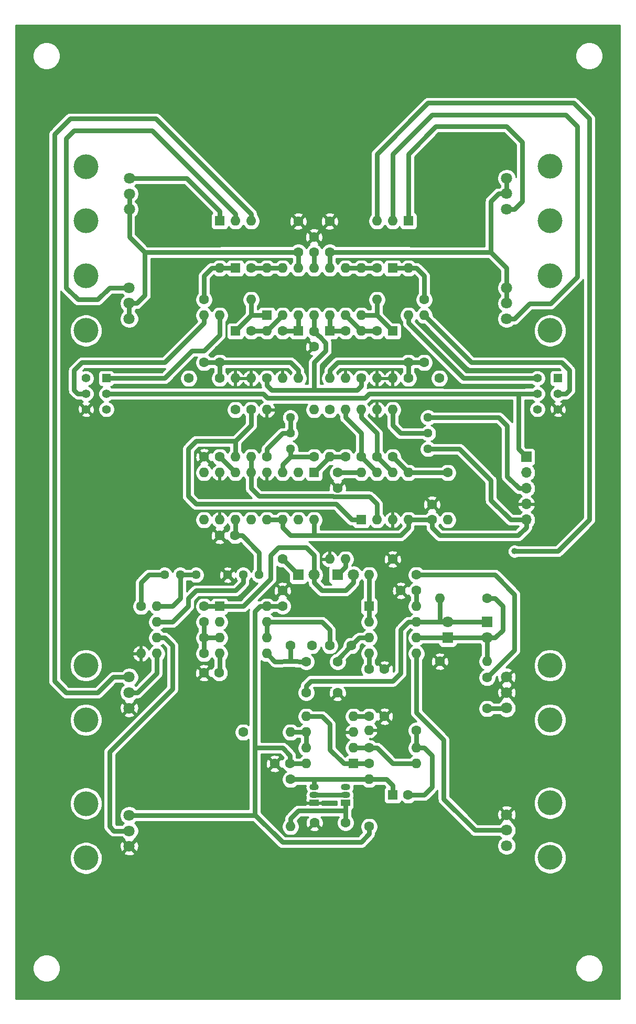
<source format=gbr>
G04 #@! TF.GenerationSoftware,KiCad,Pcbnew,(5.1.5)-3*
G04 #@! TF.CreationDate,2021-04-20T15:02:52+02:00*
G04 #@! TF.ProjectId,AnalogDrum_HiHat,416e616c-6f67-4447-9275-6d5f48694861,rev?*
G04 #@! TF.SameCoordinates,Original*
G04 #@! TF.FileFunction,Copper,L2,Bot*
G04 #@! TF.FilePolarity,Positive*
%FSLAX46Y46*%
G04 Gerber Fmt 4.6, Leading zero omitted, Abs format (unit mm)*
G04 Created by KiCad (PCBNEW (5.1.5)-3) date 2021-04-20 15:02:52*
%MOMM*%
%LPD*%
G04 APERTURE LIST*
%ADD10C,4.000000*%
%ADD11C,1.800000*%
%ADD12C,1.600000*%
%ADD13O,1.600000X1.600000*%
%ADD14R,1.600000X1.600000*%
%ADD15C,1.400000*%
%ADD16R,1.400000X1.400000*%
%ADD17C,1.440000*%
%ADD18R,1.500000X1.050000*%
%ADD19O,1.500000X1.050000*%
%ADD20O,1.700000X1.700000*%
%ADD21R,1.700000X1.700000*%
%ADD22R,1.800000X1.800000*%
%ADD23C,1.000000*%
%ADD24C,0.750000*%
%ADD25C,0.254000*%
G04 APERTURE END LIST*
D10*
X62215000Y-127640000D03*
X62215000Y-136440000D03*
D11*
X69215000Y-129540000D03*
X69215000Y-132040000D03*
X69215000Y-134540000D03*
D10*
X137160000Y-158660000D03*
X137160000Y-149860000D03*
D11*
X130160000Y-156760000D03*
X130160000Y-154260000D03*
X130160000Y-151760000D03*
D10*
X62215000Y-149950000D03*
X62215000Y-158750000D03*
D11*
X69215000Y-151850000D03*
X69215000Y-154350000D03*
X69215000Y-156850000D03*
D10*
X137160000Y-73570000D03*
X137160000Y-64770000D03*
D11*
X130160000Y-71670000D03*
X130160000Y-69170000D03*
X130160000Y-66670000D03*
D10*
X137175000Y-55875000D03*
X137175000Y-47075000D03*
D11*
X130175000Y-53975000D03*
X130175000Y-51475000D03*
X130175000Y-48975000D03*
D10*
X62215000Y-64770000D03*
X62215000Y-73570000D03*
D11*
X69215000Y-66670000D03*
X69215000Y-69170000D03*
X69215000Y-71670000D03*
D10*
X62230000Y-47080000D03*
X62230000Y-55880000D03*
D11*
X69230000Y-48980000D03*
X69230000Y-51480000D03*
X69230000Y-53980000D03*
D10*
X137160000Y-136435000D03*
X137160000Y-127635000D03*
D11*
X130160000Y-134535000D03*
X130160000Y-132035000D03*
X130160000Y-129535000D03*
D12*
X102870000Y-132040000D03*
X102870000Y-127040000D03*
X97790000Y-132040000D03*
X97790000Y-127040000D03*
X99140000Y-153035000D03*
X104140000Y-153035000D03*
X101600000Y-55920000D03*
X101600000Y-60920000D03*
X119300000Y-81280000D03*
X114300000Y-81280000D03*
X96520000Y-55920000D03*
X96520000Y-60920000D03*
X78820000Y-81280000D03*
X83820000Y-81280000D03*
X127000000Y-129620000D03*
X127000000Y-134620000D03*
D13*
X106680000Y-96520000D03*
X114300000Y-104140000D03*
X109220000Y-96520000D03*
X111760000Y-104140000D03*
X111760000Y-96520000D03*
X109220000Y-104140000D03*
X114300000Y-96520000D03*
D14*
X106680000Y-104140000D03*
D13*
X99060000Y-104140000D03*
X81280000Y-96520000D03*
X96520000Y-104140000D03*
X83820000Y-96520000D03*
X93980000Y-104140000D03*
X86360000Y-96520000D03*
X91440000Y-104140000D03*
X88900000Y-96520000D03*
X88900000Y-104140000D03*
X91440000Y-96520000D03*
X86360000Y-104140000D03*
X93980000Y-96520000D03*
X83820000Y-104140000D03*
X96520000Y-96520000D03*
X81280000Y-104140000D03*
D14*
X99060000Y-96520000D03*
D13*
X115570000Y-118110000D03*
X107950000Y-125730000D03*
X115570000Y-120650000D03*
X107950000Y-123190000D03*
X115570000Y-123190000D03*
X107950000Y-120650000D03*
X115570000Y-125730000D03*
D14*
X107950000Y-118110000D03*
D13*
X91440000Y-118110000D03*
X83820000Y-125730000D03*
X91440000Y-120650000D03*
X83820000Y-123190000D03*
X91440000Y-123190000D03*
X83820000Y-120650000D03*
X91440000Y-125730000D03*
D14*
X83820000Y-118110000D03*
D13*
X97790000Y-143510000D03*
X105410000Y-135890000D03*
X97790000Y-140970000D03*
X105410000Y-138430000D03*
X97790000Y-138430000D03*
X105410000Y-140970000D03*
X97790000Y-135890000D03*
D14*
X105410000Y-143510000D03*
D13*
X91440000Y-63500000D03*
X106680000Y-71120000D03*
X93980000Y-63500000D03*
X104140000Y-71120000D03*
X96520000Y-63500000D03*
X101600000Y-71120000D03*
X99060000Y-63500000D03*
X99060000Y-71120000D03*
X101600000Y-63500000D03*
X96520000Y-71120000D03*
X104140000Y-63500000D03*
X93980000Y-71120000D03*
X106680000Y-63500000D03*
D14*
X91440000Y-71120000D03*
D15*
X135130000Y-86280000D03*
X135130000Y-83780000D03*
X135130000Y-81280000D03*
X138430000Y-86280000D03*
X138430000Y-83780000D03*
D16*
X138430000Y-81280000D03*
D15*
X62230000Y-86280000D03*
X62230000Y-83780000D03*
X62230000Y-81280000D03*
X65530000Y-86280000D03*
X65530000Y-83780000D03*
D16*
X65530000Y-81280000D03*
D17*
X95250000Y-87630000D03*
X95250000Y-90170000D03*
X95250000Y-92710000D03*
X117475000Y-92710000D03*
X117475000Y-90170000D03*
X117475000Y-87630000D03*
X80010000Y-113030000D03*
X77470000Y-113030000D03*
X74930000Y-113030000D03*
X85090000Y-113030000D03*
X87630000Y-113030000D03*
X90170000Y-113030000D03*
D13*
X91440000Y-86360000D03*
D12*
X91440000Y-93980000D03*
D13*
X86360000Y-93980000D03*
D12*
X86360000Y-86360000D03*
D13*
X99060000Y-86360000D03*
D12*
X99060000Y-93980000D03*
D13*
X88900000Y-93980000D03*
D12*
X88900000Y-86360000D03*
D13*
X109220000Y-86360000D03*
D12*
X109220000Y-93980000D03*
D13*
X106680000Y-86360000D03*
D12*
X106680000Y-93980000D03*
D13*
X101600000Y-93980000D03*
D12*
X101600000Y-86360000D03*
D13*
X104140000Y-86360000D03*
D12*
X104140000Y-93980000D03*
D13*
X120650000Y-104140000D03*
D12*
X120650000Y-96520000D03*
D13*
X111760000Y-86360000D03*
D12*
X111760000Y-93980000D03*
D13*
X127000000Y-127000000D03*
D12*
X119380000Y-127000000D03*
D13*
X119380000Y-116840000D03*
D12*
X127000000Y-116840000D03*
D13*
X107950000Y-113030000D03*
D12*
X115570000Y-113030000D03*
D13*
X104140000Y-110490000D03*
D12*
X111760000Y-110490000D03*
D13*
X101600000Y-110490000D03*
D12*
X93980000Y-110490000D03*
D13*
X73660000Y-118110000D03*
D12*
X81280000Y-118110000D03*
D13*
X71120000Y-125730000D03*
D12*
X71120000Y-118110000D03*
D13*
X73660000Y-125730000D03*
D12*
X81280000Y-125730000D03*
D13*
X73660000Y-123190000D03*
D12*
X81280000Y-123190000D03*
D13*
X73660000Y-120650000D03*
D12*
X81280000Y-120650000D03*
D13*
X107950000Y-138120000D03*
D12*
X115570000Y-138120000D03*
D13*
X115570000Y-140970000D03*
D12*
X107950000Y-140970000D03*
D13*
X95250000Y-153670000D03*
D12*
X95250000Y-146050000D03*
D13*
X95250000Y-138430000D03*
D12*
X87630000Y-138430000D03*
D13*
X107950000Y-146050000D03*
D12*
X107950000Y-153670000D03*
D13*
X115570000Y-143510000D03*
D12*
X107950000Y-143510000D03*
D13*
X109220000Y-81280000D03*
D12*
X109220000Y-73660000D03*
D13*
X104140000Y-81280000D03*
D12*
X104140000Y-73660000D03*
D13*
X116840000Y-71120000D03*
D12*
X116840000Y-78740000D03*
D13*
X109220000Y-55880000D03*
D12*
X109220000Y-63500000D03*
D13*
X109220000Y-68580000D03*
D12*
X116840000Y-68580000D03*
D13*
X114300000Y-71120000D03*
D12*
X114300000Y-78740000D03*
D13*
X106680000Y-73660000D03*
D12*
X106680000Y-81280000D03*
D13*
X88900000Y-81280000D03*
D12*
X88900000Y-73660000D03*
D13*
X93980000Y-81280000D03*
D12*
X93980000Y-73660000D03*
D13*
X81280000Y-71120000D03*
D12*
X81280000Y-78740000D03*
D13*
X88900000Y-55880000D03*
D12*
X88900000Y-63500000D03*
D13*
X88900000Y-68580000D03*
D12*
X81280000Y-68580000D03*
D13*
X83820000Y-71120000D03*
D12*
X83820000Y-78740000D03*
D13*
X91440000Y-73660000D03*
D12*
X91440000Y-81280000D03*
D18*
X99060000Y-149860000D03*
D19*
X99060000Y-147320000D03*
X99060000Y-148590000D03*
D18*
X104140000Y-149860000D03*
D19*
X104140000Y-147320000D03*
X104140000Y-148590000D03*
D12*
X105100000Y-124460000D03*
X101600000Y-124460000D03*
X98750000Y-124460000D03*
X95250000Y-124460000D03*
D20*
X133350000Y-104140000D03*
X133350000Y-101600000D03*
X133350000Y-99060000D03*
X133350000Y-96520000D03*
D21*
X133350000Y-93980000D03*
D11*
X120650000Y-120650000D03*
D22*
X120650000Y-123190000D03*
D11*
X127000000Y-123190000D03*
D22*
X127000000Y-120650000D03*
D11*
X105410000Y-113030000D03*
D22*
X102870000Y-113030000D03*
D11*
X99060000Y-113030000D03*
D22*
X96520000Y-113030000D03*
D13*
X111760000Y-81280000D03*
D14*
X111760000Y-73660000D03*
D13*
X111760000Y-55880000D03*
D14*
X111760000Y-63500000D03*
D13*
X101600000Y-81280000D03*
D14*
X101600000Y-73660000D03*
D13*
X114300000Y-63500000D03*
D14*
X114300000Y-55880000D03*
D13*
X86360000Y-81280000D03*
D14*
X86360000Y-73660000D03*
D13*
X86360000Y-55880000D03*
D14*
X86360000Y-63500000D03*
D13*
X96520000Y-81280000D03*
D14*
X96520000Y-73660000D03*
D13*
X83820000Y-63500000D03*
D14*
X83820000Y-55880000D03*
D12*
X114260000Y-148590000D03*
D14*
X111760000Y-148590000D03*
D12*
X118110000Y-104140000D03*
X118110000Y-101640000D03*
X83820000Y-93980000D03*
X81320000Y-93980000D03*
X102870000Y-99020000D03*
X102870000Y-96520000D03*
X83820000Y-106680000D03*
X86320000Y-106680000D03*
X107950000Y-128270000D03*
X110450000Y-128270000D03*
X83780000Y-128860000D03*
X81280000Y-128860000D03*
X93980000Y-115570000D03*
X93980000Y-118070000D03*
X113070000Y-115570000D03*
X115570000Y-115570000D03*
X107950000Y-135890000D03*
X110450000Y-135890000D03*
X92710000Y-143510000D03*
X95210000Y-143510000D03*
X99060000Y-60960000D03*
X99060000Y-58460000D03*
X99060000Y-76200000D03*
X99060000Y-73700000D03*
D23*
X81915000Y-87630000D03*
X52070000Y-25400000D03*
X62230000Y-25400000D03*
X72390000Y-25400000D03*
X82550000Y-25400000D03*
X92710000Y-25400000D03*
X102870000Y-25400000D03*
X113030000Y-25400000D03*
X123190000Y-25400000D03*
X133350000Y-25400000D03*
X147320000Y-25400000D03*
X52070000Y-35560000D03*
X52070000Y-45720000D03*
X52070000Y-55880000D03*
X52070000Y-66040000D03*
X52070000Y-76200000D03*
X52070000Y-86360000D03*
X52070000Y-96520000D03*
X52070000Y-106680000D03*
X52070000Y-116840000D03*
X52070000Y-127000000D03*
X52070000Y-137160000D03*
X52070000Y-147320000D03*
X52070000Y-157480000D03*
X52070000Y-167640000D03*
X52070000Y-180340000D03*
X62230000Y-180340000D03*
X72390000Y-180340000D03*
X82550000Y-180340000D03*
X92710000Y-180340000D03*
X102870000Y-180340000D03*
X113030000Y-180340000D03*
X123190000Y-180340000D03*
X133350000Y-180340000D03*
X147320000Y-180340000D03*
X147320000Y-35560000D03*
X147320000Y-45720000D03*
X147320000Y-55880000D03*
X147320000Y-66040000D03*
X147320000Y-76200000D03*
X147320000Y-86360000D03*
X147320000Y-96520000D03*
X147320000Y-106680000D03*
X147320000Y-116840000D03*
X147320000Y-127000000D03*
X147320000Y-137160000D03*
X147320000Y-147320000D03*
X147320000Y-157480000D03*
X147320000Y-167640000D03*
X81280000Y-81280000D03*
X131445000Y-109220000D03*
D24*
X128270000Y-113030000D02*
X115570000Y-113030000D01*
X131445000Y-125175000D02*
X131445000Y-116205000D01*
X127000000Y-129620000D02*
X131445000Y-125175000D01*
X131445000Y-116205000D02*
X128270000Y-113030000D01*
X130075000Y-134620000D02*
X130160000Y-134535000D01*
X127000000Y-134620000D02*
X130075000Y-134620000D01*
X81280000Y-78740000D02*
X83820000Y-78740000D01*
X83820000Y-78740000D02*
X95250000Y-78740000D01*
X96520000Y-80010000D02*
X96520000Y-81280000D01*
X95250000Y-78740000D02*
X96520000Y-80010000D01*
X83820000Y-81280000D02*
X83820000Y-78740000D01*
X96520000Y-60920000D02*
X96520000Y-63500000D01*
X69230000Y-51480000D02*
X69230000Y-53980000D01*
X69215000Y-71670000D02*
X69215000Y-69170000D01*
X69215000Y-69170000D02*
X70440000Y-69170000D01*
X70440000Y-69170000D02*
X71755000Y-67855000D01*
X71755000Y-67855000D02*
X71755000Y-60960000D01*
X96520000Y-60920000D02*
X71755000Y-60960000D01*
X69230000Y-58435000D02*
X71755000Y-60960000D01*
X69230000Y-53980000D02*
X69230000Y-58435000D01*
X99060000Y-71120000D02*
X99060000Y-73700000D01*
X86360000Y-106640000D02*
X86320000Y-106680000D01*
X86360000Y-104140000D02*
X86360000Y-106640000D01*
X106680000Y-96520000D02*
X102870000Y-96520000D01*
X95210000Y-143510000D02*
X97790000Y-143510000D01*
X93940000Y-118110000D02*
X93980000Y-118070000D01*
X91440000Y-118110000D02*
X93940000Y-118110000D01*
X106680000Y-82550000D02*
X106680000Y-81280000D01*
X106045000Y-83185000D02*
X106680000Y-82550000D01*
X91440000Y-81280000D02*
X91440000Y-82411370D01*
X91440000Y-82411370D02*
X92213630Y-83185000D01*
X99859999Y-74499999D02*
X99899999Y-74499999D01*
X99060000Y-73700000D02*
X99859999Y-74499999D01*
X99899999Y-74499999D02*
X100965000Y-75565000D01*
X100965000Y-75565000D02*
X100965000Y-76835000D01*
X99060000Y-78740000D02*
X99060000Y-83185000D01*
X100965000Y-76835000D02*
X99060000Y-78740000D01*
X92213630Y-83185000D02*
X99060000Y-83185000D01*
X99060000Y-83185000D02*
X106045000Y-83185000D01*
X90170000Y-112011767D02*
X90170000Y-113030000D01*
X90170000Y-109398630D02*
X90170000Y-112011767D01*
X87451370Y-106680000D02*
X90170000Y-109398630D01*
X86320000Y-106680000D02*
X87451370Y-106680000D01*
X115570000Y-118110000D02*
X115570000Y-115570000D01*
X95210000Y-142200000D02*
X95210000Y-143510000D01*
X89535000Y-118883630D02*
X89535000Y-140970000D01*
X91440000Y-118110000D02*
X90308630Y-118110000D01*
X89535000Y-140970000D02*
X93980000Y-140970000D01*
X90308630Y-118110000D02*
X89535000Y-118883630D01*
X93980000Y-140970000D02*
X95210000Y-142200000D01*
X107950000Y-153670000D02*
X107950000Y-154801370D01*
X132147919Y-99060000D02*
X130242919Y-97155000D01*
X133350000Y-99060000D02*
X132147919Y-99060000D01*
X130242919Y-97155000D02*
X130242919Y-88967919D01*
X130242919Y-88967919D02*
X128905000Y-87630000D01*
X128905000Y-87630000D02*
X117475000Y-87630000D01*
X93980000Y-156210000D02*
X106680000Y-156210000D01*
X89535000Y-140970000D02*
X89535000Y-151765000D01*
X107950000Y-154801370D02*
X106680000Y-156210000D01*
X89535000Y-151765000D02*
X93980000Y-156210000D01*
X106680000Y-156210000D02*
X106680000Y-156071370D01*
X89450000Y-151850000D02*
X89535000Y-151765000D01*
X69215000Y-151850000D02*
X89450000Y-151850000D01*
X99060000Y-60960000D02*
X99060000Y-63500000D01*
X91440000Y-104140000D02*
X93980000Y-104140000D01*
X93980000Y-104140000D02*
X93980000Y-105410000D01*
X93980000Y-105410000D02*
X95250000Y-106680000D01*
X95250000Y-106680000D02*
X97790000Y-106680000D01*
X83820000Y-93980000D02*
X86360000Y-96520000D01*
X118110000Y-104140000D02*
X114300000Y-104140000D01*
X114300000Y-104140000D02*
X114300000Y-105410000D01*
X114300000Y-105410000D02*
X113030000Y-106680000D01*
X113030000Y-106680000D02*
X97790000Y-106680000D01*
X99060000Y-105410000D02*
X99060000Y-104140000D01*
X99060000Y-106680000D02*
X99060000Y-105410000D01*
X107950000Y-135890000D02*
X105410000Y-135890000D01*
X83820000Y-128820000D02*
X83780000Y-128860000D01*
X83820000Y-125730000D02*
X83820000Y-128820000D01*
X107950000Y-125730000D02*
X107950000Y-128270000D01*
X133350000Y-105342081D02*
X132012081Y-106680000D01*
X133350000Y-104140000D02*
X133350000Y-105342081D01*
X132012081Y-106680000D02*
X119380000Y-106680000D01*
X118110000Y-105410000D02*
X118110000Y-104140000D01*
X119380000Y-106680000D02*
X118110000Y-105410000D01*
X130810000Y-104140000D02*
X133350000Y-104140000D01*
X127635000Y-97790000D02*
X127635000Y-100965000D01*
X127635000Y-100965000D02*
X130810000Y-104140000D01*
X122555000Y-92710000D02*
X127635000Y-97790000D01*
X122555000Y-92710000D02*
X117475000Y-92710000D01*
X116840000Y-78740000D02*
X114300000Y-78740000D01*
X114300000Y-78740000D02*
X102870000Y-78740000D01*
X101600000Y-80010000D02*
X101600000Y-81280000D01*
X102870000Y-78740000D02*
X101600000Y-80010000D01*
X114300000Y-81280000D02*
X114300000Y-78740000D01*
X101600000Y-60920000D02*
X101600000Y-63500000D01*
X130175000Y-48975000D02*
X130175000Y-51475000D01*
X130175000Y-51475000D02*
X128865000Y-51475000D01*
X128865000Y-51475000D02*
X127635000Y-52705000D01*
X127635000Y-52705000D02*
X127635000Y-60960000D01*
X101600000Y-60920000D02*
X127635000Y-60960000D01*
X127635000Y-60960000D02*
X130175000Y-63500000D01*
X130160000Y-63515000D02*
X130160000Y-66670000D01*
X130175000Y-63500000D02*
X130160000Y-63515000D01*
X130160000Y-66670000D02*
X130160000Y-69170000D01*
X96520000Y-151130000D02*
X104140000Y-151130000D01*
X95250000Y-153670000D02*
X95250000Y-152400000D01*
X95250000Y-152400000D02*
X96520000Y-151130000D01*
X104140000Y-149860000D02*
X104140000Y-151130000D01*
X104140000Y-151130000D02*
X104140000Y-153035000D01*
X115570000Y-120650000D02*
X120650000Y-120650000D01*
X120650000Y-120650000D02*
X127000000Y-120650000D01*
X119380000Y-116840000D02*
X119380000Y-120650000D01*
X115570000Y-120650000D02*
X114300000Y-120650000D01*
X114300000Y-120650000D02*
X113030000Y-121920000D01*
X97790000Y-130908630D02*
X98523630Y-130175000D01*
X97790000Y-132040000D02*
X97790000Y-130908630D01*
X98523630Y-130175000D02*
X111760000Y-130175000D01*
X113030000Y-121920000D02*
X113030000Y-128905000D01*
X111760000Y-130175000D02*
X113030000Y-128905000D01*
X91440000Y-125730000D02*
X92750000Y-127040000D01*
X92750000Y-127040000D02*
X95250000Y-127000000D01*
X95250000Y-124460000D02*
X95250000Y-127000000D01*
X95250000Y-127000000D02*
X97790000Y-127040000D01*
X106370000Y-123190000D02*
X105100000Y-124460000D01*
X107950000Y-123190000D02*
X106370000Y-123190000D01*
X102870000Y-126690000D02*
X105100000Y-124460000D01*
X102870000Y-127040000D02*
X102870000Y-126690000D01*
X115570000Y-138120000D02*
X115570000Y-140970000D01*
X114260000Y-148590000D02*
X116840000Y-148590000D01*
X116840000Y-148590000D02*
X118110000Y-147320000D01*
X118110000Y-147320000D02*
X118110000Y-142240000D01*
X118110000Y-142240000D02*
X116840000Y-140970000D01*
X116840000Y-140970000D02*
X115570000Y-140970000D01*
X99060000Y-147320000D02*
X99060000Y-146050000D01*
X99060000Y-146050000D02*
X95250000Y-146050000D01*
X107950000Y-146050000D02*
X99060000Y-146050000D01*
X99060000Y-146050000D02*
X104650649Y-146050000D01*
X111760000Y-147040000D02*
X110770000Y-146050000D01*
X111760000Y-148590000D02*
X111760000Y-147040000D01*
X110770000Y-146050000D02*
X107950000Y-146050000D01*
X86360000Y-63500000D02*
X83820000Y-63500000D01*
X83820000Y-63500000D02*
X82550000Y-63500000D01*
X81280000Y-64770000D02*
X81280000Y-68580000D01*
X82550000Y-63500000D02*
X81280000Y-64770000D01*
X83820000Y-54330000D02*
X83820000Y-55880000D01*
X78562500Y-49072500D02*
X78470000Y-48980000D01*
X78562500Y-49072500D02*
X83820000Y-54330000D01*
X78470000Y-48980000D02*
X69230000Y-48980000D01*
X93980000Y-73660000D02*
X96520000Y-73660000D01*
X96520000Y-73660000D02*
X96520000Y-71120000D01*
X66045000Y-66670000D02*
X69215000Y-66670000D01*
X64135000Y-68580000D02*
X66045000Y-66670000D01*
X60960000Y-68580000D02*
X64135000Y-68580000D01*
X72886370Y-41275000D02*
X60325000Y-41275000D01*
X59055000Y-66675000D02*
X60960000Y-68580000D01*
X86360000Y-55880000D02*
X86360000Y-54748630D01*
X59055000Y-42545000D02*
X59055000Y-66675000D01*
X86360000Y-54748630D02*
X72886370Y-41275000D01*
X60325000Y-41275000D02*
X59055000Y-42545000D01*
X88900000Y-71120000D02*
X91440000Y-71120000D01*
X86360000Y-73660000D02*
X88900000Y-71120000D01*
X88900000Y-68580000D02*
X88900000Y-71120000D01*
X111760000Y-63500000D02*
X114300000Y-63500000D01*
X114300000Y-63500000D02*
X115570000Y-63500000D01*
X116840000Y-64770000D02*
X116840000Y-68580000D01*
X115570000Y-63500000D02*
X116840000Y-64770000D01*
X114300000Y-55880000D02*
X114300000Y-45085000D01*
X114300000Y-45085000D02*
X118745000Y-40640000D01*
X118745000Y-40640000D02*
X130175000Y-40640000D01*
X130175000Y-40640000D02*
X132715000Y-43180000D01*
X132715000Y-43180000D02*
X132715000Y-52705000D01*
X132715000Y-52705000D02*
X131445000Y-53975000D01*
X131445000Y-53975000D02*
X130175000Y-53975000D01*
X101600000Y-71120000D02*
X101600000Y-73660000D01*
X101600000Y-73660000D02*
X104140000Y-73660000D01*
X111760000Y-55880000D02*
X111760000Y-45085000D01*
X118110000Y-38735000D02*
X139700000Y-38735000D01*
X139700000Y-38735000D02*
X141605000Y-40640000D01*
X111760000Y-45085000D02*
X118110000Y-38735000D01*
X141605000Y-40640000D02*
X141605000Y-64884000D01*
X131432792Y-71670000D02*
X133887792Y-69215000D01*
X130160000Y-71670000D02*
X131432792Y-71670000D01*
X137274000Y-69215000D02*
X141605000Y-64884000D01*
X133887792Y-69215000D02*
X137274000Y-69215000D01*
X109220000Y-71120000D02*
X111760000Y-73660000D01*
X106680000Y-71120000D02*
X109220000Y-71120000D01*
X109220000Y-68580000D02*
X109220000Y-71120000D01*
X83820000Y-118110000D02*
X81280000Y-118110000D01*
X104140000Y-115570000D02*
X105410000Y-114300000D01*
X100330000Y-115570000D02*
X104140000Y-115570000D01*
X99060000Y-113030000D02*
X99060000Y-114300000D01*
X99060000Y-114300000D02*
X100330000Y-115570000D01*
X105410000Y-113030000D02*
X105410000Y-114300000D01*
X99060000Y-109855000D02*
X99060000Y-113030000D01*
X97790000Y-108585000D02*
X99060000Y-109855000D01*
X87630000Y-118110000D02*
X92075000Y-113665000D01*
X83820000Y-118110000D02*
X87630000Y-118110000D01*
X92075000Y-109855000D02*
X93345000Y-108585000D01*
X92075000Y-113665000D02*
X92075000Y-109855000D01*
X93345000Y-108585000D02*
X97790000Y-108585000D01*
X93980000Y-110490000D02*
X96520000Y-113030000D01*
X104140000Y-111760000D02*
X102870000Y-113030000D01*
X104140000Y-110490000D02*
X104140000Y-111760000D01*
X115570000Y-123190000D02*
X120650000Y-123190000D01*
X120650000Y-123190000D02*
X127000000Y-123190000D01*
X127000000Y-123190000D02*
X127000000Y-127000000D01*
X129540000Y-121922792D02*
X128272792Y-123190000D01*
X128272792Y-123190000D02*
X127000000Y-123190000D01*
X129540000Y-118110000D02*
X129540000Y-121922792D01*
X128270000Y-116840000D02*
X129540000Y-118110000D01*
X127000000Y-116840000D02*
X128270000Y-116840000D01*
X107315000Y-84455000D02*
X107990000Y-83780000D01*
X91570002Y-84455000D02*
X107315000Y-84455000D01*
X65530000Y-83780000D02*
X90895002Y-83780000D01*
X90895002Y-83780000D02*
X91570002Y-84455000D01*
X133350000Y-93980000D02*
X132080000Y-92710000D01*
X132080000Y-92710000D02*
X132080000Y-83820000D01*
X107990000Y-83780000D02*
X132080000Y-83820000D01*
X132080000Y-83820000D02*
X135130000Y-83780000D01*
X104140000Y-148590000D02*
X99060000Y-148590000D01*
X93980000Y-71120000D02*
X91440000Y-73660000D01*
X91440000Y-73660000D02*
X88900000Y-73660000D01*
X74930000Y-81280000D02*
X66675000Y-81280000D01*
X79375000Y-76835000D02*
X74930000Y-81280000D01*
X81280000Y-76835000D02*
X79375000Y-76835000D01*
X83820000Y-71120000D02*
X83820000Y-74295000D01*
X66675000Y-81280000D02*
X66980000Y-81280000D01*
X65530000Y-81280000D02*
X66675000Y-81280000D01*
X83820000Y-74295000D02*
X81280000Y-76835000D01*
X59055000Y-132080000D02*
X64135000Y-132080000D01*
X64135000Y-132080000D02*
X66675000Y-129540000D01*
X57150000Y-130175000D02*
X59055000Y-132080000D01*
X88900000Y-54748630D02*
X73521370Y-39370000D01*
X88900000Y-55880000D02*
X88900000Y-54748630D01*
X73521370Y-39370000D02*
X59690000Y-39370000D01*
X66675000Y-129540000D02*
X69215000Y-129540000D01*
X59690000Y-39370000D02*
X57150000Y-41910000D01*
X57150000Y-41910000D02*
X57150000Y-130175000D01*
X88900000Y-63500000D02*
X91440000Y-63500000D01*
X91440000Y-63500000D02*
X93980000Y-63500000D01*
X74930000Y-78740000D02*
X81280000Y-72390000D01*
X60920000Y-83780000D02*
X60325000Y-83185000D01*
X62230000Y-83780000D02*
X60920000Y-83780000D01*
X81280000Y-72390000D02*
X81280000Y-71120000D01*
X60325000Y-83185000D02*
X60325000Y-80010000D01*
X60325000Y-80010000D02*
X61595000Y-78740000D01*
X61595000Y-78740000D02*
X74930000Y-78740000D01*
X104140000Y-71120000D02*
X106680000Y-73660000D01*
X106680000Y-73660000D02*
X109220000Y-73660000D01*
X114300000Y-72390000D02*
X114300000Y-71120000D01*
X135130000Y-81280000D02*
X123190000Y-81280000D01*
X123190000Y-81280000D02*
X114300000Y-72390000D01*
X138430000Y-109220000D02*
X131445000Y-109220000D01*
X143510000Y-104140000D02*
X138430000Y-109220000D01*
X109220000Y-45085000D02*
X117475000Y-36830000D01*
X109220000Y-55880000D02*
X109220000Y-45085000D01*
X117475000Y-36830000D02*
X140970000Y-36830000D01*
X140970000Y-36830000D02*
X143510000Y-39370000D01*
X143510000Y-39370000D02*
X143510000Y-104140000D01*
X109220000Y-63500000D02*
X106680000Y-63500000D01*
X106680000Y-63500000D02*
X104140000Y-63500000D01*
X124460000Y-78740000D02*
X139065000Y-78740000D01*
X139740000Y-83780000D02*
X138430000Y-83780000D01*
X140335000Y-83185000D02*
X139740000Y-83780000D01*
X116840000Y-71120000D02*
X124460000Y-78740000D01*
X139065000Y-78740000D02*
X140335000Y-80010000D01*
X140335000Y-80010000D02*
X140335000Y-83185000D01*
X115570000Y-143510000D02*
X111760000Y-143510000D01*
X109220000Y-140970000D02*
X107950000Y-140970000D01*
X111760000Y-143510000D02*
X109220000Y-140970000D01*
X107950000Y-140970000D02*
X105410000Y-140970000D01*
X107950000Y-143510000D02*
X105410000Y-143510000D01*
X103860000Y-143510000D02*
X101600000Y-141250000D01*
X105410000Y-143510000D02*
X103860000Y-143510000D01*
X101600000Y-141250000D02*
X101600000Y-137160000D01*
X100330000Y-135890000D02*
X97790000Y-135890000D01*
X101600000Y-137160000D02*
X100330000Y-135890000D01*
X95250000Y-138430000D02*
X97790000Y-138430000D01*
X97790000Y-140970000D02*
X97790000Y-138430000D01*
X73660000Y-120650000D02*
X76200000Y-120650000D01*
X76200000Y-120650000D02*
X78740000Y-118110000D01*
X78740000Y-118110000D02*
X78740000Y-116840000D01*
X78740000Y-116840000D02*
X80010000Y-115570000D01*
X80010000Y-115570000D02*
X86360000Y-115570000D01*
X87630000Y-114300000D02*
X87630000Y-113030000D01*
X86360000Y-115570000D02*
X87630000Y-114300000D01*
X81280000Y-120650000D02*
X81280000Y-123190000D01*
X83820000Y-123190000D02*
X81280000Y-123190000D01*
X81280000Y-123190000D02*
X81280000Y-125730000D01*
X74930000Y-123190000D02*
X73660000Y-123190000D01*
X76200000Y-124460000D02*
X74930000Y-123190000D01*
X69215000Y-154350000D02*
X66720000Y-154350000D01*
X66720000Y-154350000D02*
X66040000Y-153670000D01*
X66040000Y-153670000D02*
X66040000Y-141605000D01*
X66040000Y-141605000D02*
X76200000Y-131445000D01*
X76200000Y-131445000D02*
X76200000Y-124460000D01*
X69215000Y-132040000D02*
X70525000Y-132040000D01*
X73660000Y-128905000D02*
X73660000Y-125730000D01*
X70525000Y-132040000D02*
X73660000Y-128905000D01*
X74930000Y-113030000D02*
X72390000Y-113030000D01*
X71120000Y-114300000D02*
X71120000Y-118110000D01*
X72390000Y-113030000D02*
X71120000Y-114300000D01*
X73660000Y-118110000D02*
X76200000Y-118110000D01*
X77470000Y-116840000D02*
X77470000Y-113030000D01*
X76200000Y-118110000D02*
X77470000Y-116840000D01*
X77470000Y-113030000D02*
X80010000Y-113030000D01*
X107950000Y-120650000D02*
X107950000Y-118110000D01*
X107950000Y-118110000D02*
X107950000Y-113030000D01*
X111760000Y-88900000D02*
X111760000Y-86360000D01*
X113030000Y-90170000D02*
X111760000Y-88900000D01*
X113030000Y-90170000D02*
X117475000Y-90170000D01*
X111760000Y-93980000D02*
X114300000Y-96520000D01*
X114300000Y-96520000D02*
X120650000Y-96520000D01*
X104140000Y-86360000D02*
X104140000Y-87630000D01*
X106680000Y-90170000D02*
X106680000Y-93980000D01*
X104140000Y-87630000D02*
X106680000Y-90170000D01*
X106680000Y-93980000D02*
X109220000Y-96520000D01*
X99060000Y-96520000D02*
X101600000Y-93980000D01*
X101600000Y-93980000D02*
X104140000Y-93980000D01*
X109220000Y-93980000D02*
X111760000Y-96520000D01*
X106680000Y-86360000D02*
X106680000Y-87630000D01*
X109220000Y-90170000D02*
X109220000Y-93980000D01*
X106680000Y-87630000D02*
X109220000Y-90170000D01*
X88900000Y-93980000D02*
X88900000Y-96520000D01*
X88900000Y-96520000D02*
X88900000Y-99060000D01*
X88900000Y-99060000D02*
X90170000Y-100330000D01*
X102209999Y-100395001D02*
X108015001Y-100395001D01*
X90170000Y-100330000D02*
X102144998Y-100330000D01*
X102144998Y-100330000D02*
X102209999Y-100395001D01*
X109220000Y-101600000D02*
X109220000Y-104140000D01*
X108015001Y-100395001D02*
X109220000Y-101600000D01*
X88900000Y-86360000D02*
X88900000Y-88900000D01*
X86360000Y-91440000D02*
X86360000Y-93980000D01*
X88900000Y-88900000D02*
X86360000Y-91440000D01*
X85090000Y-91440000D02*
X86360000Y-91440000D01*
X80010000Y-91440000D02*
X85090000Y-91440000D01*
X78740000Y-92710000D02*
X80010000Y-91440000D01*
X106680000Y-104140000D02*
X105130000Y-104140000D01*
X105130000Y-104140000D02*
X102590000Y-101600000D01*
X102590000Y-101600000D02*
X80010000Y-101600000D01*
X80010000Y-101600000D02*
X78740000Y-100330000D01*
X78740000Y-100330000D02*
X78740000Y-92710000D01*
X99060000Y-93980000D02*
X95250000Y-93980000D01*
X93980000Y-95250000D02*
X93980000Y-96520000D01*
X95250000Y-93980000D02*
X93980000Y-95250000D01*
X95250000Y-92710000D02*
X95250000Y-93980000D01*
X91440000Y-93980000D02*
X91440000Y-92710000D01*
X93980000Y-90170000D02*
X95250000Y-90170000D01*
X91440000Y-92710000D02*
X93980000Y-90170000D01*
X95250000Y-87630000D02*
X95250000Y-90170000D01*
X125050000Y-154260000D02*
X130160000Y-154260000D01*
X120015000Y-149225000D02*
X125050000Y-154260000D01*
X120015000Y-139700000D02*
X120015000Y-149225000D01*
X115570000Y-125730000D02*
X115570000Y-135255000D01*
X115570000Y-135255000D02*
X120015000Y-139700000D01*
X91440000Y-120650000D02*
X91440000Y-123190000D01*
X91440000Y-120650000D02*
X100330000Y-120650000D01*
X101600000Y-121920000D02*
X101600000Y-124460000D01*
X100330000Y-120650000D02*
X101600000Y-121920000D01*
D25*
G36*
X148463000Y-181483000D02*
G01*
X50927000Y-181483000D01*
X50927000Y-176309872D01*
X53645000Y-176309872D01*
X53645000Y-176750128D01*
X53730890Y-177181925D01*
X53899369Y-177588669D01*
X54143962Y-177954729D01*
X54455271Y-178266038D01*
X54821331Y-178510631D01*
X55228075Y-178679110D01*
X55659872Y-178765000D01*
X56100128Y-178765000D01*
X56531925Y-178679110D01*
X56938669Y-178510631D01*
X57304729Y-178266038D01*
X57616038Y-177954729D01*
X57860631Y-177588669D01*
X58029110Y-177181925D01*
X58115000Y-176750128D01*
X58115000Y-176309872D01*
X141275000Y-176309872D01*
X141275000Y-176750128D01*
X141360890Y-177181925D01*
X141529369Y-177588669D01*
X141773962Y-177954729D01*
X142085271Y-178266038D01*
X142451331Y-178510631D01*
X142858075Y-178679110D01*
X143289872Y-178765000D01*
X143730128Y-178765000D01*
X144161925Y-178679110D01*
X144568669Y-178510631D01*
X144934729Y-178266038D01*
X145246038Y-177954729D01*
X145490631Y-177588669D01*
X145659110Y-177181925D01*
X145745000Y-176750128D01*
X145745000Y-176309872D01*
X145659110Y-175878075D01*
X145490631Y-175471331D01*
X145246038Y-175105271D01*
X144934729Y-174793962D01*
X144568669Y-174549369D01*
X144161925Y-174380890D01*
X143730128Y-174295000D01*
X143289872Y-174295000D01*
X142858075Y-174380890D01*
X142451331Y-174549369D01*
X142085271Y-174793962D01*
X141773962Y-175105271D01*
X141529369Y-175471331D01*
X141360890Y-175878075D01*
X141275000Y-176309872D01*
X58115000Y-176309872D01*
X58029110Y-175878075D01*
X57860631Y-175471331D01*
X57616038Y-175105271D01*
X57304729Y-174793962D01*
X56938669Y-174549369D01*
X56531925Y-174380890D01*
X56100128Y-174295000D01*
X55659872Y-174295000D01*
X55228075Y-174380890D01*
X54821331Y-174549369D01*
X54455271Y-174793962D01*
X54143962Y-175105271D01*
X53899369Y-175471331D01*
X53730890Y-175878075D01*
X53645000Y-176309872D01*
X50927000Y-176309872D01*
X50927000Y-158490475D01*
X59580000Y-158490475D01*
X59580000Y-159009525D01*
X59681261Y-159518601D01*
X59879893Y-159998141D01*
X60168262Y-160429715D01*
X60535285Y-160796738D01*
X60966859Y-161085107D01*
X61446399Y-161283739D01*
X61955475Y-161385000D01*
X62474525Y-161385000D01*
X62983601Y-161283739D01*
X63463141Y-161085107D01*
X63894715Y-160796738D01*
X64261738Y-160429715D01*
X64550107Y-159998141D01*
X64748739Y-159518601D01*
X64850000Y-159009525D01*
X64850000Y-158490475D01*
X64832098Y-158400475D01*
X134525000Y-158400475D01*
X134525000Y-158919525D01*
X134626261Y-159428601D01*
X134824893Y-159908141D01*
X135113262Y-160339715D01*
X135480285Y-160706738D01*
X135911859Y-160995107D01*
X136391399Y-161193739D01*
X136900475Y-161295000D01*
X137419525Y-161295000D01*
X137928601Y-161193739D01*
X138408141Y-160995107D01*
X138839715Y-160706738D01*
X139206738Y-160339715D01*
X139495107Y-159908141D01*
X139693739Y-159428601D01*
X139795000Y-158919525D01*
X139795000Y-158400475D01*
X139693739Y-157891399D01*
X139495107Y-157411859D01*
X139206738Y-156980285D01*
X138839715Y-156613262D01*
X138408141Y-156324893D01*
X137928601Y-156126261D01*
X137419525Y-156025000D01*
X136900475Y-156025000D01*
X136391399Y-156126261D01*
X135911859Y-156324893D01*
X135480285Y-156613262D01*
X135113262Y-156980285D01*
X134824893Y-157411859D01*
X134626261Y-157891399D01*
X134525000Y-158400475D01*
X64832098Y-158400475D01*
X64748739Y-157981399D01*
X64720855Y-157914080D01*
X68330525Y-157914080D01*
X68414208Y-158168261D01*
X68686775Y-158299158D01*
X68979642Y-158374365D01*
X69281553Y-158390991D01*
X69580907Y-158348397D01*
X69866199Y-158248222D01*
X70015792Y-158168261D01*
X70099475Y-157914080D01*
X69215000Y-157029605D01*
X68330525Y-157914080D01*
X64720855Y-157914080D01*
X64550107Y-157501859D01*
X64261738Y-157070285D01*
X64108006Y-156916553D01*
X67674009Y-156916553D01*
X67716603Y-157215907D01*
X67816778Y-157501199D01*
X67896739Y-157650792D01*
X68150920Y-157734475D01*
X69035395Y-156850000D01*
X69394605Y-156850000D01*
X70279080Y-157734475D01*
X70533261Y-157650792D01*
X70664158Y-157378225D01*
X70739365Y-157085358D01*
X70755991Y-156783447D01*
X70713397Y-156484093D01*
X70613222Y-156198801D01*
X70533261Y-156049208D01*
X70279080Y-155965525D01*
X69394605Y-156850000D01*
X69035395Y-156850000D01*
X68150920Y-155965525D01*
X67896739Y-156049208D01*
X67765842Y-156321775D01*
X67690635Y-156614642D01*
X67674009Y-156916553D01*
X64108006Y-156916553D01*
X63894715Y-156703262D01*
X63463141Y-156414893D01*
X62983601Y-156216261D01*
X62474525Y-156115000D01*
X61955475Y-156115000D01*
X61446399Y-156216261D01*
X60966859Y-156414893D01*
X60535285Y-156703262D01*
X60168262Y-157070285D01*
X59879893Y-157501859D01*
X59681261Y-157981399D01*
X59580000Y-158490475D01*
X50927000Y-158490475D01*
X50927000Y-149690475D01*
X59580000Y-149690475D01*
X59580000Y-150209525D01*
X59681261Y-150718601D01*
X59879893Y-151198141D01*
X60168262Y-151629715D01*
X60535285Y-151996738D01*
X60966859Y-152285107D01*
X61446399Y-152483739D01*
X61955475Y-152585000D01*
X62474525Y-152585000D01*
X62983601Y-152483739D01*
X63463141Y-152285107D01*
X63894715Y-151996738D01*
X64261738Y-151629715D01*
X64550107Y-151198141D01*
X64748739Y-150718601D01*
X64850000Y-150209525D01*
X64850000Y-149690475D01*
X64748739Y-149181399D01*
X64550107Y-148701859D01*
X64261738Y-148270285D01*
X63894715Y-147903262D01*
X63463141Y-147614893D01*
X62983601Y-147416261D01*
X62474525Y-147315000D01*
X61955475Y-147315000D01*
X61446399Y-147416261D01*
X60966859Y-147614893D01*
X60535285Y-147903262D01*
X60168262Y-148270285D01*
X59879893Y-148701859D01*
X59681261Y-149181399D01*
X59580000Y-149690475D01*
X50927000Y-149690475D01*
X50927000Y-136180475D01*
X59580000Y-136180475D01*
X59580000Y-136699525D01*
X59681261Y-137208601D01*
X59879893Y-137688141D01*
X60168262Y-138119715D01*
X60535285Y-138486738D01*
X60966859Y-138775107D01*
X61446399Y-138973739D01*
X61955475Y-139075000D01*
X62474525Y-139075000D01*
X62983601Y-138973739D01*
X63463141Y-138775107D01*
X63894715Y-138486738D01*
X64261738Y-138119715D01*
X64550107Y-137688141D01*
X64748739Y-137208601D01*
X64850000Y-136699525D01*
X64850000Y-136180475D01*
X64748739Y-135671399D01*
X64720855Y-135604080D01*
X68330525Y-135604080D01*
X68414208Y-135858261D01*
X68686775Y-135989158D01*
X68979642Y-136064365D01*
X69281553Y-136080991D01*
X69580907Y-136038397D01*
X69866199Y-135938222D01*
X70015792Y-135858261D01*
X70099475Y-135604080D01*
X69215000Y-134719605D01*
X68330525Y-135604080D01*
X64720855Y-135604080D01*
X64550107Y-135191859D01*
X64261738Y-134760285D01*
X64108006Y-134606553D01*
X67674009Y-134606553D01*
X67716603Y-134905907D01*
X67816778Y-135191199D01*
X67896739Y-135340792D01*
X68150920Y-135424475D01*
X69035395Y-134540000D01*
X69394605Y-134540000D01*
X70279080Y-135424475D01*
X70533261Y-135340792D01*
X70664158Y-135068225D01*
X70739365Y-134775358D01*
X70755991Y-134473447D01*
X70713397Y-134174093D01*
X70613222Y-133888801D01*
X70533261Y-133739208D01*
X70279080Y-133655525D01*
X69394605Y-134540000D01*
X69035395Y-134540000D01*
X68150920Y-133655525D01*
X67896739Y-133739208D01*
X67765842Y-134011775D01*
X67690635Y-134304642D01*
X67674009Y-134606553D01*
X64108006Y-134606553D01*
X63894715Y-134393262D01*
X63463141Y-134104893D01*
X62983601Y-133906261D01*
X62474525Y-133805000D01*
X61955475Y-133805000D01*
X61446399Y-133906261D01*
X60966859Y-134104893D01*
X60535285Y-134393262D01*
X60168262Y-134760285D01*
X59879893Y-135191859D01*
X59681261Y-135671399D01*
X59580000Y-136180475D01*
X50927000Y-136180475D01*
X50927000Y-41910000D01*
X56135114Y-41910000D01*
X56140000Y-41959608D01*
X56140001Y-130125382D01*
X56135114Y-130175000D01*
X56154615Y-130372994D01*
X56212368Y-130563379D01*
X56276002Y-130682429D01*
X56306154Y-130738840D01*
X56432368Y-130892633D01*
X56470901Y-130924256D01*
X58305744Y-132759100D01*
X58337367Y-132797633D01*
X58491160Y-132923847D01*
X58591785Y-132977632D01*
X58666620Y-133017632D01*
X58857005Y-133075385D01*
X59055000Y-133094886D01*
X59104608Y-133090000D01*
X64085392Y-133090000D01*
X64135000Y-133094886D01*
X64332994Y-133075385D01*
X64464856Y-133035385D01*
X64523380Y-133017632D01*
X64698840Y-132923847D01*
X64852633Y-132797633D01*
X64884261Y-132759094D01*
X67093356Y-130550000D01*
X68054183Y-130550000D01*
X68236495Y-130732312D01*
X68322831Y-130790000D01*
X68236495Y-130847688D01*
X68022688Y-131061495D01*
X67854701Y-131312905D01*
X67738989Y-131592257D01*
X67680000Y-131888816D01*
X67680000Y-132191184D01*
X67738989Y-132487743D01*
X67854701Y-132767095D01*
X68022688Y-133018505D01*
X68236495Y-133232312D01*
X68379310Y-133327738D01*
X68330525Y-133475920D01*
X69215000Y-134360395D01*
X70099475Y-133475920D01*
X70050690Y-133327738D01*
X70193505Y-133232312D01*
X70375817Y-133050000D01*
X70475392Y-133050000D01*
X70525000Y-133054886D01*
X70722994Y-133035385D01*
X70778640Y-133018505D01*
X70913380Y-132977632D01*
X71088840Y-132883847D01*
X71242633Y-132757633D01*
X71274261Y-132719094D01*
X74339100Y-129654256D01*
X74377633Y-129622633D01*
X74503847Y-129468840D01*
X74597632Y-129293380D01*
X74622886Y-129210130D01*
X74655385Y-129102995D01*
X74674886Y-128905000D01*
X74670000Y-128855392D01*
X74670000Y-126749396D01*
X74774637Y-126644759D01*
X74931680Y-126409727D01*
X75039853Y-126148574D01*
X75095000Y-125871335D01*
X75095000Y-125588665D01*
X75039853Y-125311426D01*
X74931680Y-125050273D01*
X74774637Y-124815241D01*
X74574759Y-124615363D01*
X74342241Y-124460000D01*
X74574759Y-124304637D01*
X74595521Y-124283876D01*
X75190001Y-124878356D01*
X75190000Y-131026644D01*
X65360901Y-140855744D01*
X65322368Y-140887367D01*
X65290745Y-140925900D01*
X65290744Y-140925901D01*
X65196154Y-141041160D01*
X65102368Y-141216621D01*
X65044615Y-141407006D01*
X65025114Y-141605000D01*
X65030001Y-141654618D01*
X65030000Y-153620392D01*
X65025114Y-153670000D01*
X65044615Y-153867994D01*
X65055009Y-153902257D01*
X65102368Y-154058379D01*
X65196153Y-154233840D01*
X65322367Y-154387633D01*
X65360906Y-154419261D01*
X65970739Y-155029094D01*
X66002367Y-155067633D01*
X66156160Y-155193847D01*
X66331620Y-155287632D01*
X66522006Y-155345385D01*
X66670392Y-155360000D01*
X66670394Y-155360000D01*
X66719999Y-155364886D01*
X66769604Y-155360000D01*
X68054183Y-155360000D01*
X68236495Y-155542312D01*
X68379310Y-155637738D01*
X68330525Y-155785920D01*
X69215000Y-156670395D01*
X70099475Y-155785920D01*
X70050690Y-155637738D01*
X70193505Y-155542312D01*
X70407312Y-155328505D01*
X70575299Y-155077095D01*
X70691011Y-154797743D01*
X70750000Y-154501184D01*
X70750000Y-154198816D01*
X70691011Y-153902257D01*
X70575299Y-153622905D01*
X70407312Y-153371495D01*
X70193505Y-153157688D01*
X70107169Y-153100000D01*
X70193505Y-153042312D01*
X70375817Y-152860000D01*
X89201645Y-152860000D01*
X93230739Y-156889094D01*
X93262367Y-156927633D01*
X93416160Y-157053847D01*
X93591620Y-157147632D01*
X93782006Y-157205385D01*
X93930392Y-157220000D01*
X93930394Y-157220000D01*
X93979999Y-157224886D01*
X94029604Y-157220000D01*
X106630392Y-157220000D01*
X106680000Y-157224886D01*
X106706182Y-157222307D01*
X106732454Y-157223529D01*
X106804982Y-157212576D01*
X106877994Y-157205385D01*
X106903168Y-157197749D01*
X106929176Y-157193821D01*
X106998175Y-157168928D01*
X107068380Y-157147632D01*
X107091582Y-157135230D01*
X107116322Y-157126305D01*
X107179133Y-157088434D01*
X107243840Y-157053847D01*
X107264178Y-157037156D01*
X107286701Y-157023576D01*
X107340915Y-156974180D01*
X107397633Y-156927633D01*
X107445845Y-156868886D01*
X108649361Y-155533999D01*
X108667633Y-155519003D01*
X108715837Y-155460266D01*
X108733353Y-155440838D01*
X108747309Y-155421917D01*
X108793847Y-155365210D01*
X108806246Y-155342012D01*
X108821860Y-155320844D01*
X108853051Y-155254448D01*
X108887632Y-155189750D01*
X108895268Y-155164578D01*
X108906452Y-155140770D01*
X108924089Y-155069567D01*
X108945385Y-154999364D01*
X108947964Y-154973183D01*
X108954287Y-154947655D01*
X108957694Y-154874390D01*
X108960000Y-154850978D01*
X108960000Y-154824803D01*
X108963529Y-154748916D01*
X108960000Y-154725547D01*
X108960000Y-154689396D01*
X109064637Y-154584759D01*
X109221680Y-154349727D01*
X109329853Y-154088574D01*
X109385000Y-153811335D01*
X109385000Y-153528665D01*
X109329853Y-153251426D01*
X109221680Y-152990273D01*
X109064637Y-152755241D01*
X108864759Y-152555363D01*
X108629727Y-152398320D01*
X108368574Y-152290147D01*
X108091335Y-152235000D01*
X107808665Y-152235000D01*
X107531426Y-152290147D01*
X107270273Y-152398320D01*
X107035241Y-152555363D01*
X106835363Y-152755241D01*
X106678320Y-152990273D01*
X106570147Y-153251426D01*
X106515000Y-153528665D01*
X106515000Y-153811335D01*
X106570147Y-154088574D01*
X106678320Y-154349727D01*
X106814098Y-154552934D01*
X106289371Y-155134941D01*
X106167653Y-155200000D01*
X94398355Y-155200000D01*
X90545000Y-151346645D01*
X90545000Y-144502702D01*
X91896903Y-144502702D01*
X91968486Y-144746671D01*
X92223996Y-144867571D01*
X92498184Y-144936300D01*
X92780512Y-144950217D01*
X93060130Y-144908787D01*
X93326292Y-144813603D01*
X93451514Y-144746671D01*
X93523097Y-144502702D01*
X92710000Y-143689605D01*
X91896903Y-144502702D01*
X90545000Y-144502702D01*
X90545000Y-143580512D01*
X91269783Y-143580512D01*
X91311213Y-143860130D01*
X91406397Y-144126292D01*
X91473329Y-144251514D01*
X91717298Y-144323097D01*
X92530395Y-143510000D01*
X91717298Y-142696903D01*
X91473329Y-142768486D01*
X91352429Y-143023996D01*
X91283700Y-143298184D01*
X91269783Y-143580512D01*
X90545000Y-143580512D01*
X90545000Y-142517298D01*
X91896903Y-142517298D01*
X92710000Y-143330395D01*
X93523097Y-142517298D01*
X93451514Y-142273329D01*
X93196004Y-142152429D01*
X92921816Y-142083700D01*
X92639488Y-142069783D01*
X92359870Y-142111213D01*
X92093708Y-142206397D01*
X91968486Y-142273329D01*
X91896903Y-142517298D01*
X90545000Y-142517298D01*
X90545000Y-141980000D01*
X93561645Y-141980000D01*
X94136124Y-142554480D01*
X94095363Y-142595241D01*
X93961308Y-142795869D01*
X93946671Y-142768486D01*
X93702702Y-142696903D01*
X92889605Y-143510000D01*
X93702702Y-144323097D01*
X93946671Y-144251514D01*
X93960324Y-144222659D01*
X94095363Y-144424759D01*
X94295241Y-144624637D01*
X94530273Y-144781680D01*
X94551861Y-144790622D01*
X94335241Y-144935363D01*
X94135363Y-145135241D01*
X93978320Y-145370273D01*
X93870147Y-145631426D01*
X93815000Y-145908665D01*
X93815000Y-146191335D01*
X93870147Y-146468574D01*
X93978320Y-146729727D01*
X94135363Y-146964759D01*
X94335241Y-147164637D01*
X94570273Y-147321680D01*
X94831426Y-147429853D01*
X95108665Y-147485000D01*
X95391335Y-147485000D01*
X95668574Y-147429853D01*
X95929727Y-147321680D01*
X96164759Y-147164637D01*
X96269396Y-147060000D01*
X97701674Y-147060000D01*
X97691785Y-147092600D01*
X97669388Y-147320000D01*
X97691785Y-147547400D01*
X97758115Y-147766060D01*
X97859105Y-147955000D01*
X97758115Y-148143940D01*
X97691785Y-148362600D01*
X97669388Y-148590000D01*
X97691785Y-148817400D01*
X97755093Y-149026098D01*
X97720498Y-149090820D01*
X97684188Y-149210518D01*
X97671928Y-149335000D01*
X97675000Y-149574250D01*
X97833750Y-149733000D01*
X98606891Y-149733000D01*
X98607600Y-149733215D01*
X98778021Y-149750000D01*
X99341979Y-149750000D01*
X99512400Y-149733215D01*
X99513109Y-149733000D01*
X100286250Y-149733000D01*
X100419250Y-149600000D01*
X102751928Y-149600000D01*
X102751928Y-150120000D01*
X100419250Y-150120000D01*
X100286250Y-149987000D01*
X99187000Y-149987000D01*
X99187000Y-150007000D01*
X98933000Y-150007000D01*
X98933000Y-149987000D01*
X97833750Y-149987000D01*
X97700750Y-150120000D01*
X96569604Y-150120000D01*
X96519999Y-150115114D01*
X96470394Y-150120000D01*
X96470392Y-150120000D01*
X96322006Y-150134615D01*
X96131620Y-150192368D01*
X95956160Y-150286153D01*
X95802367Y-150412367D01*
X95770739Y-150450906D01*
X94570901Y-151650744D01*
X94532368Y-151682367D01*
X94500745Y-151720900D01*
X94500744Y-151720901D01*
X94406154Y-151836160D01*
X94312368Y-152011621D01*
X94254615Y-152202006D01*
X94235114Y-152400000D01*
X94240001Y-152449617D01*
X94240001Y-152650603D01*
X94135363Y-152755241D01*
X93978320Y-152990273D01*
X93870147Y-153251426D01*
X93815000Y-153528665D01*
X93815000Y-153811335D01*
X93870147Y-154088574D01*
X93978320Y-154349727D01*
X94135363Y-154584759D01*
X94335241Y-154784637D01*
X94570273Y-154941680D01*
X94831426Y-155049853D01*
X95108665Y-155105000D01*
X95391335Y-155105000D01*
X95668574Y-155049853D01*
X95929727Y-154941680D01*
X96164759Y-154784637D01*
X96364637Y-154584759D01*
X96521680Y-154349727D01*
X96629853Y-154088574D01*
X96641961Y-154027702D01*
X98326903Y-154027702D01*
X98398486Y-154271671D01*
X98653996Y-154392571D01*
X98928184Y-154461300D01*
X99210512Y-154475217D01*
X99490130Y-154433787D01*
X99756292Y-154338603D01*
X99881514Y-154271671D01*
X99953097Y-154027702D01*
X99140000Y-153214605D01*
X98326903Y-154027702D01*
X96641961Y-154027702D01*
X96685000Y-153811335D01*
X96685000Y-153528665D01*
X96629853Y-153251426D01*
X96521680Y-152990273D01*
X96364637Y-152755241D01*
X96343876Y-152734480D01*
X96938355Y-152140000D01*
X98065393Y-152140000D01*
X98147296Y-152221903D01*
X97903329Y-152293486D01*
X97782429Y-152548996D01*
X97713700Y-152823184D01*
X97699783Y-153105512D01*
X97741213Y-153385130D01*
X97836397Y-153651292D01*
X97903329Y-153776514D01*
X98147298Y-153848097D01*
X98960395Y-153035000D01*
X98946253Y-153020858D01*
X99125858Y-152841253D01*
X99140000Y-152855395D01*
X99154143Y-152841253D01*
X99333748Y-153020858D01*
X99319605Y-153035000D01*
X100132702Y-153848097D01*
X100376671Y-153776514D01*
X100497571Y-153521004D01*
X100566300Y-153246816D01*
X100580217Y-152964488D01*
X100538787Y-152684870D01*
X100443603Y-152418708D01*
X100376671Y-152293486D01*
X100132704Y-152221903D01*
X100214607Y-152140000D01*
X103012160Y-152140000D01*
X102868320Y-152355273D01*
X102760147Y-152616426D01*
X102705000Y-152893665D01*
X102705000Y-153176335D01*
X102760147Y-153453574D01*
X102868320Y-153714727D01*
X103025363Y-153949759D01*
X103225241Y-154149637D01*
X103460273Y-154306680D01*
X103721426Y-154414853D01*
X103998665Y-154470000D01*
X104281335Y-154470000D01*
X104558574Y-154414853D01*
X104819727Y-154306680D01*
X105054759Y-154149637D01*
X105254637Y-153949759D01*
X105411680Y-153714727D01*
X105519853Y-153453574D01*
X105575000Y-153176335D01*
X105575000Y-152893665D01*
X105519853Y-152616426D01*
X105411680Y-152355273D01*
X105254637Y-152120241D01*
X105150000Y-152015604D01*
X105150000Y-151179608D01*
X105154886Y-151130000D01*
X105150000Y-151080392D01*
X105150000Y-150966046D01*
X105244494Y-150915537D01*
X105341185Y-150836185D01*
X105420537Y-150739494D01*
X105479502Y-150629180D01*
X105515812Y-150509482D01*
X105528072Y-150385000D01*
X105528072Y-149335000D01*
X105515812Y-149210518D01*
X105479502Y-149090820D01*
X105444907Y-149026098D01*
X105508215Y-148817400D01*
X105530612Y-148590000D01*
X105508215Y-148362600D01*
X105441885Y-148143940D01*
X105340895Y-147955000D01*
X105441885Y-147766060D01*
X105508215Y-147547400D01*
X105530612Y-147320000D01*
X105508215Y-147092600D01*
X105498326Y-147060000D01*
X106930604Y-147060000D01*
X107035241Y-147164637D01*
X107270273Y-147321680D01*
X107531426Y-147429853D01*
X107808665Y-147485000D01*
X108091335Y-147485000D01*
X108368574Y-147429853D01*
X108629727Y-147321680D01*
X108864759Y-147164637D01*
X108969396Y-147060000D01*
X110351645Y-147060000D01*
X110575628Y-147283983D01*
X110508815Y-147338815D01*
X110429463Y-147435506D01*
X110370498Y-147545820D01*
X110334188Y-147665518D01*
X110321928Y-147790000D01*
X110321928Y-149390000D01*
X110334188Y-149514482D01*
X110370498Y-149634180D01*
X110429463Y-149744494D01*
X110508815Y-149841185D01*
X110605506Y-149920537D01*
X110715820Y-149979502D01*
X110835518Y-150015812D01*
X110960000Y-150028072D01*
X112560000Y-150028072D01*
X112684482Y-150015812D01*
X112804180Y-149979502D01*
X112914494Y-149920537D01*
X113011185Y-149841185D01*
X113090537Y-149744494D01*
X113149502Y-149634180D01*
X113178661Y-149538057D01*
X113345241Y-149704637D01*
X113580273Y-149861680D01*
X113841426Y-149969853D01*
X114118665Y-150025000D01*
X114401335Y-150025000D01*
X114678574Y-149969853D01*
X114939727Y-149861680D01*
X115174759Y-149704637D01*
X115279396Y-149600000D01*
X116790392Y-149600000D01*
X116840000Y-149604886D01*
X117037994Y-149585385D01*
X117074701Y-149574250D01*
X117228380Y-149527632D01*
X117403840Y-149433847D01*
X117557633Y-149307633D01*
X117589261Y-149269094D01*
X118789094Y-148069261D01*
X118827633Y-148037633D01*
X118953847Y-147883840D01*
X119005001Y-147788138D01*
X119005001Y-149175382D01*
X119000114Y-149225000D01*
X119019615Y-149422994D01*
X119077368Y-149613379D01*
X119141307Y-149733000D01*
X119171154Y-149788840D01*
X119297368Y-149942633D01*
X119335901Y-149974256D01*
X124300739Y-154939094D01*
X124332367Y-154977633D01*
X124486160Y-155103847D01*
X124661620Y-155197632D01*
X124852006Y-155255385D01*
X125000392Y-155270000D01*
X125000394Y-155270000D01*
X125049999Y-155274886D01*
X125099604Y-155270000D01*
X128999183Y-155270000D01*
X129181495Y-155452312D01*
X129267831Y-155510000D01*
X129181495Y-155567688D01*
X128967688Y-155781495D01*
X128799701Y-156032905D01*
X128683989Y-156312257D01*
X128625000Y-156608816D01*
X128625000Y-156911184D01*
X128683989Y-157207743D01*
X128799701Y-157487095D01*
X128967688Y-157738505D01*
X129181495Y-157952312D01*
X129432905Y-158120299D01*
X129712257Y-158236011D01*
X130008816Y-158295000D01*
X130311184Y-158295000D01*
X130607743Y-158236011D01*
X130887095Y-158120299D01*
X131138505Y-157952312D01*
X131352312Y-157738505D01*
X131520299Y-157487095D01*
X131636011Y-157207743D01*
X131695000Y-156911184D01*
X131695000Y-156608816D01*
X131636011Y-156312257D01*
X131520299Y-156032905D01*
X131352312Y-155781495D01*
X131138505Y-155567688D01*
X131052169Y-155510000D01*
X131138505Y-155452312D01*
X131352312Y-155238505D01*
X131520299Y-154987095D01*
X131636011Y-154707743D01*
X131695000Y-154411184D01*
X131695000Y-154108816D01*
X131636011Y-153812257D01*
X131520299Y-153532905D01*
X131352312Y-153281495D01*
X131138505Y-153067688D01*
X130995690Y-152972262D01*
X131044475Y-152824080D01*
X130160000Y-151939605D01*
X129275525Y-152824080D01*
X129324310Y-152972262D01*
X129181495Y-153067688D01*
X128999183Y-153250000D01*
X125468355Y-153250000D01*
X124044908Y-151826553D01*
X128619009Y-151826553D01*
X128661603Y-152125907D01*
X128761778Y-152411199D01*
X128841739Y-152560792D01*
X129095920Y-152644475D01*
X129980395Y-151760000D01*
X130339605Y-151760000D01*
X131224080Y-152644475D01*
X131478261Y-152560792D01*
X131609158Y-152288225D01*
X131684365Y-151995358D01*
X131700991Y-151693447D01*
X131658397Y-151394093D01*
X131558222Y-151108801D01*
X131478261Y-150959208D01*
X131224080Y-150875525D01*
X130339605Y-151760000D01*
X129980395Y-151760000D01*
X129095920Y-150875525D01*
X128841739Y-150959208D01*
X128710842Y-151231775D01*
X128635635Y-151524642D01*
X128619009Y-151826553D01*
X124044908Y-151826553D01*
X122914275Y-150695920D01*
X129275525Y-150695920D01*
X130160000Y-151580395D01*
X131044475Y-150695920D01*
X130960792Y-150441739D01*
X130688225Y-150310842D01*
X130395358Y-150235635D01*
X130093447Y-150219009D01*
X129794093Y-150261603D01*
X129508801Y-150361778D01*
X129359208Y-150441739D01*
X129275525Y-150695920D01*
X122914275Y-150695920D01*
X121818830Y-149600475D01*
X134525000Y-149600475D01*
X134525000Y-150119525D01*
X134626261Y-150628601D01*
X134824893Y-151108141D01*
X135113262Y-151539715D01*
X135480285Y-151906738D01*
X135911859Y-152195107D01*
X136391399Y-152393739D01*
X136900475Y-152495000D01*
X137419525Y-152495000D01*
X137928601Y-152393739D01*
X138408141Y-152195107D01*
X138839715Y-151906738D01*
X139206738Y-151539715D01*
X139495107Y-151108141D01*
X139693739Y-150628601D01*
X139795000Y-150119525D01*
X139795000Y-149600475D01*
X139693739Y-149091399D01*
X139495107Y-148611859D01*
X139206738Y-148180285D01*
X138839715Y-147813262D01*
X138408141Y-147524893D01*
X137928601Y-147326261D01*
X137419525Y-147225000D01*
X136900475Y-147225000D01*
X136391399Y-147326261D01*
X135911859Y-147524893D01*
X135480285Y-147813262D01*
X135113262Y-148180285D01*
X134824893Y-148611859D01*
X134626261Y-149091399D01*
X134525000Y-149600475D01*
X121818830Y-149600475D01*
X121025000Y-148806645D01*
X121025000Y-139749604D01*
X121029886Y-139699999D01*
X121019066Y-139590147D01*
X121010385Y-139502006D01*
X120952632Y-139311620D01*
X120858847Y-139136160D01*
X120732633Y-138982367D01*
X120694094Y-138950739D01*
X117918830Y-136175475D01*
X134525000Y-136175475D01*
X134525000Y-136694525D01*
X134626261Y-137203601D01*
X134824893Y-137683141D01*
X135113262Y-138114715D01*
X135480285Y-138481738D01*
X135911859Y-138770107D01*
X136391399Y-138968739D01*
X136900475Y-139070000D01*
X137419525Y-139070000D01*
X137928601Y-138968739D01*
X138408141Y-138770107D01*
X138839715Y-138481738D01*
X139206738Y-138114715D01*
X139495107Y-137683141D01*
X139693739Y-137203601D01*
X139795000Y-136694525D01*
X139795000Y-136175475D01*
X139693739Y-135666399D01*
X139495107Y-135186859D01*
X139206738Y-134755285D01*
X138839715Y-134388262D01*
X138408141Y-134099893D01*
X137928601Y-133901261D01*
X137419525Y-133800000D01*
X136900475Y-133800000D01*
X136391399Y-133901261D01*
X135911859Y-134099893D01*
X135480285Y-134388262D01*
X135113262Y-134755285D01*
X134824893Y-135186859D01*
X134626261Y-135666399D01*
X134525000Y-136175475D01*
X117918830Y-136175475D01*
X116580000Y-134836645D01*
X116580000Y-134478665D01*
X125565000Y-134478665D01*
X125565000Y-134761335D01*
X125620147Y-135038574D01*
X125728320Y-135299727D01*
X125885363Y-135534759D01*
X126085241Y-135734637D01*
X126320273Y-135891680D01*
X126581426Y-135999853D01*
X126858665Y-136055000D01*
X127141335Y-136055000D01*
X127418574Y-135999853D01*
X127679727Y-135891680D01*
X127914759Y-135734637D01*
X128019396Y-135630000D01*
X129084183Y-135630000D01*
X129181495Y-135727312D01*
X129432905Y-135895299D01*
X129712257Y-136011011D01*
X130008816Y-136070000D01*
X130311184Y-136070000D01*
X130607743Y-136011011D01*
X130887095Y-135895299D01*
X131138505Y-135727312D01*
X131352312Y-135513505D01*
X131520299Y-135262095D01*
X131636011Y-134982743D01*
X131695000Y-134686184D01*
X131695000Y-134383816D01*
X131636011Y-134087257D01*
X131520299Y-133807905D01*
X131352312Y-133556495D01*
X131138505Y-133342688D01*
X130995690Y-133247262D01*
X131044475Y-133099080D01*
X130160000Y-132214605D01*
X129275525Y-133099080D01*
X129324310Y-133247262D01*
X129181495Y-133342688D01*
X128967688Y-133556495D01*
X128931937Y-133610000D01*
X128019396Y-133610000D01*
X127914759Y-133505363D01*
X127679727Y-133348320D01*
X127418574Y-133240147D01*
X127141335Y-133185000D01*
X126858665Y-133185000D01*
X126581426Y-133240147D01*
X126320273Y-133348320D01*
X126085241Y-133505363D01*
X125885363Y-133705241D01*
X125728320Y-133940273D01*
X125620147Y-134201426D01*
X125565000Y-134478665D01*
X116580000Y-134478665D01*
X116580000Y-132101553D01*
X128619009Y-132101553D01*
X128661603Y-132400907D01*
X128761778Y-132686199D01*
X128841739Y-132835792D01*
X129095920Y-132919475D01*
X129980395Y-132035000D01*
X130339605Y-132035000D01*
X131224080Y-132919475D01*
X131478261Y-132835792D01*
X131609158Y-132563225D01*
X131684365Y-132270358D01*
X131700991Y-131968447D01*
X131658397Y-131669093D01*
X131558222Y-131383801D01*
X131478261Y-131234208D01*
X131224080Y-131150525D01*
X130339605Y-132035000D01*
X129980395Y-132035000D01*
X129095920Y-131150525D01*
X128841739Y-131234208D01*
X128710842Y-131506775D01*
X128635635Y-131799642D01*
X128619009Y-132101553D01*
X116580000Y-132101553D01*
X116580000Y-127992702D01*
X118566903Y-127992702D01*
X118638486Y-128236671D01*
X118893996Y-128357571D01*
X119168184Y-128426300D01*
X119450512Y-128440217D01*
X119730130Y-128398787D01*
X119996292Y-128303603D01*
X120121514Y-128236671D01*
X120193097Y-127992702D01*
X119380000Y-127179605D01*
X118566903Y-127992702D01*
X116580000Y-127992702D01*
X116580000Y-127070512D01*
X117939783Y-127070512D01*
X117981213Y-127350130D01*
X118076397Y-127616292D01*
X118143329Y-127741514D01*
X118387298Y-127813097D01*
X119200395Y-127000000D01*
X119559605Y-127000000D01*
X120372702Y-127813097D01*
X120616671Y-127741514D01*
X120737571Y-127486004D01*
X120806300Y-127211816D01*
X120820217Y-126929488D01*
X120778787Y-126649870D01*
X120683603Y-126383708D01*
X120616671Y-126258486D01*
X120372702Y-126186903D01*
X119559605Y-127000000D01*
X119200395Y-127000000D01*
X118387298Y-126186903D01*
X118143329Y-126258486D01*
X118022429Y-126513996D01*
X117953700Y-126788184D01*
X117939783Y-127070512D01*
X116580000Y-127070512D01*
X116580000Y-126749396D01*
X116684637Y-126644759D01*
X116841680Y-126409727D01*
X116949853Y-126148574D01*
X116977954Y-126007298D01*
X118566903Y-126007298D01*
X119380000Y-126820395D01*
X120193097Y-126007298D01*
X120121514Y-125763329D01*
X119866004Y-125642429D01*
X119591816Y-125573700D01*
X119309488Y-125559783D01*
X119029870Y-125601213D01*
X118763708Y-125696397D01*
X118638486Y-125763329D01*
X118566903Y-126007298D01*
X116977954Y-126007298D01*
X117005000Y-125871335D01*
X117005000Y-125588665D01*
X116949853Y-125311426D01*
X116841680Y-125050273D01*
X116684637Y-124815241D01*
X116484759Y-124615363D01*
X116252241Y-124460000D01*
X116484759Y-124304637D01*
X116589396Y-124200000D01*
X119122762Y-124200000D01*
X119124188Y-124214482D01*
X119160498Y-124334180D01*
X119219463Y-124444494D01*
X119298815Y-124541185D01*
X119395506Y-124620537D01*
X119505820Y-124679502D01*
X119625518Y-124715812D01*
X119750000Y-124728072D01*
X121550000Y-124728072D01*
X121674482Y-124715812D01*
X121794180Y-124679502D01*
X121904494Y-124620537D01*
X122001185Y-124541185D01*
X122080537Y-124444494D01*
X122139502Y-124334180D01*
X122175812Y-124214482D01*
X122177238Y-124200000D01*
X125839183Y-124200000D01*
X125990000Y-124350817D01*
X125990001Y-125980603D01*
X125885363Y-126085241D01*
X125728320Y-126320273D01*
X125620147Y-126581426D01*
X125565000Y-126858665D01*
X125565000Y-127141335D01*
X125620147Y-127418574D01*
X125728320Y-127679727D01*
X125885363Y-127914759D01*
X126085241Y-128114637D01*
X126320273Y-128271680D01*
X126412786Y-128310000D01*
X126320273Y-128348320D01*
X126085241Y-128505363D01*
X125885363Y-128705241D01*
X125728320Y-128940273D01*
X125620147Y-129201426D01*
X125565000Y-129478665D01*
X125565000Y-129761335D01*
X125620147Y-130038574D01*
X125728320Y-130299727D01*
X125885363Y-130534759D01*
X126085241Y-130734637D01*
X126320273Y-130891680D01*
X126581426Y-130999853D01*
X126858665Y-131055000D01*
X127141335Y-131055000D01*
X127418574Y-130999853D01*
X127679727Y-130891680D01*
X127914759Y-130734637D01*
X128050316Y-130599080D01*
X129275525Y-130599080D01*
X129336735Y-130785000D01*
X129275525Y-130970920D01*
X130160000Y-131855395D01*
X131044475Y-130970920D01*
X130983265Y-130785000D01*
X131044475Y-130599080D01*
X130160000Y-129714605D01*
X129275525Y-130599080D01*
X128050316Y-130599080D01*
X128114637Y-130534759D01*
X128271680Y-130299727D01*
X128379853Y-130038574D01*
X128435000Y-129761335D01*
X128435000Y-129613355D01*
X128629045Y-129419310D01*
X128619009Y-129601553D01*
X128661603Y-129900907D01*
X128761778Y-130186199D01*
X128841739Y-130335792D01*
X129095920Y-130419475D01*
X129980395Y-129535000D01*
X130339605Y-129535000D01*
X131224080Y-130419475D01*
X131478261Y-130335792D01*
X131609158Y-130063225D01*
X131684365Y-129770358D01*
X131700991Y-129468447D01*
X131658397Y-129169093D01*
X131558222Y-128883801D01*
X131478261Y-128734208D01*
X131224080Y-128650525D01*
X130339605Y-129535000D01*
X129980395Y-129535000D01*
X129966253Y-129520858D01*
X130145858Y-129341253D01*
X130160000Y-129355395D01*
X131044475Y-128470920D01*
X130960792Y-128216739D01*
X130688225Y-128085842D01*
X130395358Y-128010635D01*
X130093447Y-127994009D01*
X130047860Y-128000495D01*
X130672880Y-127375475D01*
X134525000Y-127375475D01*
X134525000Y-127894525D01*
X134626261Y-128403601D01*
X134824893Y-128883141D01*
X135113262Y-129314715D01*
X135480285Y-129681738D01*
X135911859Y-129970107D01*
X136391399Y-130168739D01*
X136900475Y-130270000D01*
X137419525Y-130270000D01*
X137928601Y-130168739D01*
X138408141Y-129970107D01*
X138839715Y-129681738D01*
X139206738Y-129314715D01*
X139495107Y-128883141D01*
X139693739Y-128403601D01*
X139795000Y-127894525D01*
X139795000Y-127375475D01*
X139693739Y-126866399D01*
X139495107Y-126386859D01*
X139206738Y-125955285D01*
X138839715Y-125588262D01*
X138408141Y-125299893D01*
X137928601Y-125101261D01*
X137419525Y-125000000D01*
X136900475Y-125000000D01*
X136391399Y-125101261D01*
X135911859Y-125299893D01*
X135480285Y-125588262D01*
X135113262Y-125955285D01*
X134824893Y-126386859D01*
X134626261Y-126866399D01*
X134525000Y-127375475D01*
X130672880Y-127375475D01*
X132124094Y-125924261D01*
X132162633Y-125892633D01*
X132288847Y-125738840D01*
X132382632Y-125563380D01*
X132440385Y-125372994D01*
X132455000Y-125224608D01*
X132455000Y-125224606D01*
X132459886Y-125175001D01*
X132455000Y-125125396D01*
X132455000Y-116254604D01*
X132459886Y-116204999D01*
X132451747Y-116122367D01*
X132440385Y-116007006D01*
X132382632Y-115816620D01*
X132288847Y-115641160D01*
X132162633Y-115487367D01*
X132124094Y-115455739D01*
X129019261Y-112350906D01*
X128987633Y-112312367D01*
X128833840Y-112186153D01*
X128658380Y-112092368D01*
X128467994Y-112034615D01*
X128319608Y-112020000D01*
X128270000Y-112015114D01*
X128220392Y-112020000D01*
X116589396Y-112020000D01*
X116484759Y-111915363D01*
X116249727Y-111758320D01*
X115988574Y-111650147D01*
X115711335Y-111595000D01*
X115428665Y-111595000D01*
X115151426Y-111650147D01*
X114890273Y-111758320D01*
X114655241Y-111915363D01*
X114455363Y-112115241D01*
X114298320Y-112350273D01*
X114190147Y-112611426D01*
X114135000Y-112888665D01*
X114135000Y-113171335D01*
X114190147Y-113448574D01*
X114298320Y-113709727D01*
X114455363Y-113944759D01*
X114655241Y-114144637D01*
X114887759Y-114300000D01*
X114655241Y-114455363D01*
X114455363Y-114655241D01*
X114321308Y-114855869D01*
X114306671Y-114828486D01*
X114062702Y-114756903D01*
X113249605Y-115570000D01*
X114062702Y-116383097D01*
X114306671Y-116311514D01*
X114320324Y-116282659D01*
X114455363Y-116484759D01*
X114560001Y-116589397D01*
X114560000Y-117090604D01*
X114455363Y-117195241D01*
X114298320Y-117430273D01*
X114190147Y-117691426D01*
X114135000Y-117968665D01*
X114135000Y-118251335D01*
X114190147Y-118528574D01*
X114298320Y-118789727D01*
X114455363Y-119024759D01*
X114655241Y-119224637D01*
X114887759Y-119380000D01*
X114655241Y-119535363D01*
X114550604Y-119640000D01*
X114349604Y-119640000D01*
X114299999Y-119635114D01*
X114250394Y-119640000D01*
X114250392Y-119640000D01*
X114102006Y-119654615D01*
X113911620Y-119712368D01*
X113736160Y-119806153D01*
X113582367Y-119932367D01*
X113550739Y-119970906D01*
X112350906Y-121170739D01*
X112312367Y-121202367D01*
X112186153Y-121356160D01*
X112092369Y-121531620D01*
X112092368Y-121531621D01*
X112034615Y-121722006D01*
X112015114Y-121920000D01*
X112020000Y-121969608D01*
X112020001Y-128486644D01*
X111826615Y-128680030D01*
X111876300Y-128481816D01*
X111890217Y-128199488D01*
X111848787Y-127919870D01*
X111753603Y-127653708D01*
X111686671Y-127528486D01*
X111442702Y-127456903D01*
X110629605Y-128270000D01*
X110643748Y-128284143D01*
X110464143Y-128463748D01*
X110450000Y-128449605D01*
X110435858Y-128463748D01*
X110256253Y-128284143D01*
X110270395Y-128270000D01*
X109457298Y-127456903D01*
X109213329Y-127528486D01*
X109199676Y-127557341D01*
X109064637Y-127355241D01*
X108986694Y-127277298D01*
X109636903Y-127277298D01*
X110450000Y-128090395D01*
X111263097Y-127277298D01*
X111191514Y-127033329D01*
X110936004Y-126912429D01*
X110661816Y-126843700D01*
X110379488Y-126829783D01*
X110099870Y-126871213D01*
X109833708Y-126966397D01*
X109708486Y-127033329D01*
X109636903Y-127277298D01*
X108986694Y-127277298D01*
X108960000Y-127250604D01*
X108960000Y-126749396D01*
X109064637Y-126644759D01*
X109221680Y-126409727D01*
X109329853Y-126148574D01*
X109385000Y-125871335D01*
X109385000Y-125588665D01*
X109329853Y-125311426D01*
X109221680Y-125050273D01*
X109064637Y-124815241D01*
X108864759Y-124615363D01*
X108632241Y-124460000D01*
X108864759Y-124304637D01*
X109064637Y-124104759D01*
X109221680Y-123869727D01*
X109329853Y-123608574D01*
X109385000Y-123331335D01*
X109385000Y-123048665D01*
X109329853Y-122771426D01*
X109221680Y-122510273D01*
X109064637Y-122275241D01*
X108864759Y-122075363D01*
X108632241Y-121920000D01*
X108864759Y-121764637D01*
X109064637Y-121564759D01*
X109221680Y-121329727D01*
X109329853Y-121068574D01*
X109385000Y-120791335D01*
X109385000Y-120508665D01*
X109329853Y-120231426D01*
X109221680Y-119970273D01*
X109064637Y-119735241D01*
X108960000Y-119630604D01*
X108960000Y-119509870D01*
X108994180Y-119499502D01*
X109104494Y-119440537D01*
X109201185Y-119361185D01*
X109280537Y-119264494D01*
X109339502Y-119154180D01*
X109375812Y-119034482D01*
X109388072Y-118910000D01*
X109388072Y-117310000D01*
X109375812Y-117185518D01*
X109339502Y-117065820D01*
X109280537Y-116955506D01*
X109201185Y-116858815D01*
X109104494Y-116779463D01*
X108994180Y-116720498D01*
X108960000Y-116710130D01*
X108960000Y-116562702D01*
X112256903Y-116562702D01*
X112328486Y-116806671D01*
X112583996Y-116927571D01*
X112858184Y-116996300D01*
X113140512Y-117010217D01*
X113420130Y-116968787D01*
X113686292Y-116873603D01*
X113811514Y-116806671D01*
X113883097Y-116562702D01*
X113070000Y-115749605D01*
X112256903Y-116562702D01*
X108960000Y-116562702D01*
X108960000Y-115640512D01*
X111629783Y-115640512D01*
X111671213Y-115920130D01*
X111766397Y-116186292D01*
X111833329Y-116311514D01*
X112077298Y-116383097D01*
X112890395Y-115570000D01*
X112077298Y-114756903D01*
X111833329Y-114828486D01*
X111712429Y-115083996D01*
X111643700Y-115358184D01*
X111629783Y-115640512D01*
X108960000Y-115640512D01*
X108960000Y-114577298D01*
X112256903Y-114577298D01*
X113070000Y-115390395D01*
X113883097Y-114577298D01*
X113811514Y-114333329D01*
X113556004Y-114212429D01*
X113281816Y-114143700D01*
X112999488Y-114129783D01*
X112719870Y-114171213D01*
X112453708Y-114266397D01*
X112328486Y-114333329D01*
X112256903Y-114577298D01*
X108960000Y-114577298D01*
X108960000Y-114049396D01*
X109064637Y-113944759D01*
X109221680Y-113709727D01*
X109329853Y-113448574D01*
X109385000Y-113171335D01*
X109385000Y-112888665D01*
X109329853Y-112611426D01*
X109221680Y-112350273D01*
X109064637Y-112115241D01*
X108864759Y-111915363D01*
X108629727Y-111758320D01*
X108368574Y-111650147D01*
X108091335Y-111595000D01*
X107808665Y-111595000D01*
X107531426Y-111650147D01*
X107270273Y-111758320D01*
X107035241Y-111915363D01*
X106835363Y-112115241D01*
X106740135Y-112257761D01*
X106602312Y-112051495D01*
X106388505Y-111837688D01*
X106137095Y-111669701D01*
X105857743Y-111553989D01*
X105561184Y-111495000D01*
X105258816Y-111495000D01*
X105150000Y-111516645D01*
X105150000Y-111509396D01*
X105176694Y-111482702D01*
X110946903Y-111482702D01*
X111018486Y-111726671D01*
X111273996Y-111847571D01*
X111548184Y-111916300D01*
X111830512Y-111930217D01*
X112110130Y-111888787D01*
X112376292Y-111793603D01*
X112501514Y-111726671D01*
X112573097Y-111482702D01*
X111760000Y-110669605D01*
X110946903Y-111482702D01*
X105176694Y-111482702D01*
X105254637Y-111404759D01*
X105411680Y-111169727D01*
X105519853Y-110908574D01*
X105575000Y-110631335D01*
X105575000Y-110560512D01*
X110319783Y-110560512D01*
X110361213Y-110840130D01*
X110456397Y-111106292D01*
X110523329Y-111231514D01*
X110767298Y-111303097D01*
X111580395Y-110490000D01*
X111939605Y-110490000D01*
X112752702Y-111303097D01*
X112996671Y-111231514D01*
X113117571Y-110976004D01*
X113186300Y-110701816D01*
X113200217Y-110419488D01*
X113158787Y-110139870D01*
X113063603Y-109873708D01*
X112996671Y-109748486D01*
X112752702Y-109676903D01*
X111939605Y-110490000D01*
X111580395Y-110490000D01*
X110767298Y-109676903D01*
X110523329Y-109748486D01*
X110402429Y-110003996D01*
X110333700Y-110278184D01*
X110319783Y-110560512D01*
X105575000Y-110560512D01*
X105575000Y-110348665D01*
X105519853Y-110071426D01*
X105411680Y-109810273D01*
X105254637Y-109575241D01*
X105176694Y-109497298D01*
X110946903Y-109497298D01*
X111760000Y-110310395D01*
X112573097Y-109497298D01*
X112501514Y-109253329D01*
X112246004Y-109132429D01*
X111971816Y-109063700D01*
X111689488Y-109049783D01*
X111409870Y-109091213D01*
X111143708Y-109186397D01*
X111018486Y-109253329D01*
X110946903Y-109497298D01*
X105176694Y-109497298D01*
X105054759Y-109375363D01*
X104819727Y-109218320D01*
X104558574Y-109110147D01*
X104281335Y-109055000D01*
X103998665Y-109055000D01*
X103721426Y-109110147D01*
X103460273Y-109218320D01*
X103225241Y-109375363D01*
X103025363Y-109575241D01*
X102868320Y-109810273D01*
X102863643Y-109821565D01*
X102831037Y-109752580D01*
X102663519Y-109526586D01*
X102455131Y-109337615D01*
X102213881Y-109192930D01*
X101949040Y-109098091D01*
X101727000Y-109219376D01*
X101727000Y-110363000D01*
X101747000Y-110363000D01*
X101747000Y-110617000D01*
X101727000Y-110617000D01*
X101727000Y-110637000D01*
X101473000Y-110637000D01*
X101473000Y-110617000D01*
X100330085Y-110617000D01*
X100208096Y-110839039D01*
X100248754Y-110973087D01*
X100368963Y-111227420D01*
X100536481Y-111453414D01*
X100744869Y-111642385D01*
X100986119Y-111787070D01*
X101250960Y-111881909D01*
X101436868Y-111780360D01*
X101380498Y-111885820D01*
X101344188Y-112005518D01*
X101331928Y-112130000D01*
X101331928Y-113930000D01*
X101344188Y-114054482D01*
X101380498Y-114174180D01*
X101439463Y-114284494D01*
X101518815Y-114381185D01*
X101615506Y-114460537D01*
X101725820Y-114519502D01*
X101845518Y-114555812D01*
X101888041Y-114560000D01*
X100748355Y-114560000D01*
X100224586Y-114036231D01*
X100252312Y-114008505D01*
X100420299Y-113757095D01*
X100536011Y-113477743D01*
X100595000Y-113181184D01*
X100595000Y-112878816D01*
X100536011Y-112582257D01*
X100420299Y-112302905D01*
X100252312Y-112051495D01*
X100070000Y-111869183D01*
X100070000Y-110140961D01*
X100208096Y-110140961D01*
X100330085Y-110363000D01*
X101473000Y-110363000D01*
X101473000Y-109219376D01*
X101250960Y-109098091D01*
X100986119Y-109192930D01*
X100744869Y-109337615D01*
X100536481Y-109526586D01*
X100368963Y-109752580D01*
X100248754Y-110006913D01*
X100208096Y-110140961D01*
X100070000Y-110140961D01*
X100070000Y-109904604D01*
X100074886Y-109854999D01*
X100064395Y-109748486D01*
X100055385Y-109657006D01*
X99997632Y-109466620D01*
X99903847Y-109291160D01*
X99777633Y-109137367D01*
X99739094Y-109105739D01*
X98539261Y-107905906D01*
X98507633Y-107867367D01*
X98353840Y-107741153D01*
X98258139Y-107690000D01*
X99010392Y-107690000D01*
X99060000Y-107694886D01*
X99109607Y-107690000D01*
X112980392Y-107690000D01*
X113030000Y-107694886D01*
X113227994Y-107675385D01*
X113320350Y-107647369D01*
X113418380Y-107617632D01*
X113593840Y-107523847D01*
X113747633Y-107397633D01*
X113779261Y-107359094D01*
X114979094Y-106159261D01*
X115017633Y-106127633D01*
X115143847Y-105973840D01*
X115237632Y-105798380D01*
X115295385Y-105607994D01*
X115310000Y-105459608D01*
X115310000Y-105459606D01*
X115314886Y-105410001D01*
X115310000Y-105360392D01*
X115310000Y-105159396D01*
X115319396Y-105150000D01*
X117090604Y-105150000D01*
X117100000Y-105159396D01*
X117100000Y-105360392D01*
X117095114Y-105410000D01*
X117114615Y-105607994D01*
X117137858Y-105684615D01*
X117172368Y-105798379D01*
X117266153Y-105973840D01*
X117392367Y-106127633D01*
X117430906Y-106159261D01*
X118630739Y-107359094D01*
X118662367Y-107397633D01*
X118816160Y-107523847D01*
X118991620Y-107617632D01*
X119182006Y-107675385D01*
X119330392Y-107690000D01*
X119330394Y-107690000D01*
X119379999Y-107694886D01*
X119429604Y-107690000D01*
X131962473Y-107690000D01*
X132012081Y-107694886D01*
X132210075Y-107675385D01*
X132302431Y-107647369D01*
X132400461Y-107617632D01*
X132575921Y-107523847D01*
X132729714Y-107397633D01*
X132761342Y-107359094D01*
X134029094Y-106091342D01*
X134067633Y-106059714D01*
X134193847Y-105905921D01*
X134287632Y-105730461D01*
X134345385Y-105540075D01*
X134360000Y-105391689D01*
X134360000Y-105391687D01*
X134364886Y-105342082D01*
X134360000Y-105292477D01*
X134360000Y-105230107D01*
X134503475Y-105086632D01*
X134665990Y-104843411D01*
X134777932Y-104573158D01*
X134835000Y-104286260D01*
X134835000Y-103993740D01*
X134777932Y-103706842D01*
X134665990Y-103436589D01*
X134503475Y-103193368D01*
X134296632Y-102986525D01*
X134114466Y-102864805D01*
X134231355Y-102795178D01*
X134447588Y-102600269D01*
X134621641Y-102366920D01*
X134746825Y-102104099D01*
X134791476Y-101956890D01*
X134670155Y-101727000D01*
X133477000Y-101727000D01*
X133477000Y-101747000D01*
X133223000Y-101747000D01*
X133223000Y-101727000D01*
X132029845Y-101727000D01*
X131908524Y-101956890D01*
X131953175Y-102104099D01*
X132078359Y-102366920D01*
X132252412Y-102600269D01*
X132468645Y-102795178D01*
X132585534Y-102864805D01*
X132403368Y-102986525D01*
X132259893Y-103130000D01*
X131228355Y-103130000D01*
X128645000Y-100546645D01*
X128645000Y-97839608D01*
X128649886Y-97790000D01*
X128630385Y-97592005D01*
X128572632Y-97401620D01*
X128501882Y-97269256D01*
X128478847Y-97226160D01*
X128352633Y-97072367D01*
X128314100Y-97040744D01*
X123304261Y-92030906D01*
X123272633Y-91992367D01*
X123118840Y-91866153D01*
X122943380Y-91772368D01*
X122752994Y-91714615D01*
X122604608Y-91700000D01*
X122555000Y-91695114D01*
X122505392Y-91700000D01*
X118381259Y-91700000D01*
X118338762Y-91657503D01*
X118116833Y-91509215D01*
X117949734Y-91440000D01*
X118116833Y-91370785D01*
X118338762Y-91222497D01*
X118527497Y-91033762D01*
X118675785Y-90811833D01*
X118777928Y-90565239D01*
X118830000Y-90303456D01*
X118830000Y-90036544D01*
X118777928Y-89774761D01*
X118675785Y-89528167D01*
X118527497Y-89306238D01*
X118338762Y-89117503D01*
X118116833Y-88969215D01*
X117949734Y-88900000D01*
X118116833Y-88830785D01*
X118338762Y-88682497D01*
X118381259Y-88640000D01*
X128486645Y-88640000D01*
X129232920Y-89386275D01*
X129232919Y-97105392D01*
X129228033Y-97155000D01*
X129247534Y-97352994D01*
X129279276Y-97457632D01*
X129305287Y-97543379D01*
X129399072Y-97718840D01*
X129525286Y-97872633D01*
X129563825Y-97904261D01*
X131398662Y-99739099D01*
X131430286Y-99777633D01*
X131584079Y-99903847D01*
X131670639Y-99950114D01*
X131759539Y-99997632D01*
X131949924Y-100055385D01*
X132147919Y-100074886D01*
X132197527Y-100070000D01*
X132259893Y-100070000D01*
X132403368Y-100213475D01*
X132585534Y-100335195D01*
X132468645Y-100404822D01*
X132252412Y-100599731D01*
X132078359Y-100833080D01*
X131953175Y-101095901D01*
X131908524Y-101243110D01*
X132029845Y-101473000D01*
X133223000Y-101473000D01*
X133223000Y-101453000D01*
X133477000Y-101453000D01*
X133477000Y-101473000D01*
X134670155Y-101473000D01*
X134791476Y-101243110D01*
X134746825Y-101095901D01*
X134621641Y-100833080D01*
X134447588Y-100599731D01*
X134231355Y-100404822D01*
X134114466Y-100335195D01*
X134296632Y-100213475D01*
X134503475Y-100006632D01*
X134665990Y-99763411D01*
X134777932Y-99493158D01*
X134835000Y-99206260D01*
X134835000Y-98913740D01*
X134777932Y-98626842D01*
X134665990Y-98356589D01*
X134503475Y-98113368D01*
X134296632Y-97906525D01*
X134122240Y-97790000D01*
X134296632Y-97673475D01*
X134503475Y-97466632D01*
X134665990Y-97223411D01*
X134777932Y-96953158D01*
X134835000Y-96666260D01*
X134835000Y-96373740D01*
X134777932Y-96086842D01*
X134665990Y-95816589D01*
X134503475Y-95573368D01*
X134371620Y-95441513D01*
X134444180Y-95419502D01*
X134554494Y-95360537D01*
X134651185Y-95281185D01*
X134730537Y-95184494D01*
X134789502Y-95074180D01*
X134825812Y-94954482D01*
X134838072Y-94830000D01*
X134838072Y-93130000D01*
X134825812Y-93005518D01*
X134789502Y-92885820D01*
X134730537Y-92775506D01*
X134651185Y-92678815D01*
X134554494Y-92599463D01*
X134444180Y-92540498D01*
X134324482Y-92504188D01*
X134200000Y-92491928D01*
X133290283Y-92491928D01*
X133090000Y-92291645D01*
X133090000Y-84816840D01*
X134263475Y-84801450D01*
X134278987Y-84816962D01*
X134497641Y-84963061D01*
X134659246Y-85030000D01*
X134497641Y-85096939D01*
X134278987Y-85243038D01*
X134093038Y-85428987D01*
X133946939Y-85647641D01*
X133846304Y-85890595D01*
X133795000Y-86148514D01*
X133795000Y-86411486D01*
X133846304Y-86669405D01*
X133946939Y-86912359D01*
X134093038Y-87131013D01*
X134278987Y-87316962D01*
X134497641Y-87463061D01*
X134740595Y-87563696D01*
X134998514Y-87615000D01*
X135261486Y-87615000D01*
X135519405Y-87563696D01*
X135762359Y-87463061D01*
X135981013Y-87316962D01*
X136096706Y-87201269D01*
X137688336Y-87201269D01*
X137747797Y-87435037D01*
X137986242Y-87545934D01*
X138241740Y-87608183D01*
X138504473Y-87619390D01*
X138764344Y-87579125D01*
X139011366Y-87488935D01*
X139112203Y-87435037D01*
X139171664Y-87201269D01*
X138430000Y-86459605D01*
X137688336Y-87201269D01*
X136096706Y-87201269D01*
X136166962Y-87131013D01*
X136313061Y-86912359D01*
X136413696Y-86669405D01*
X136465000Y-86411486D01*
X136465000Y-86354473D01*
X137090610Y-86354473D01*
X137130875Y-86614344D01*
X137221065Y-86861366D01*
X137274963Y-86962203D01*
X137508731Y-87021664D01*
X138250395Y-86280000D01*
X138609605Y-86280000D01*
X139351269Y-87021664D01*
X139585037Y-86962203D01*
X139695934Y-86723758D01*
X139758183Y-86468260D01*
X139769390Y-86205527D01*
X139729125Y-85945656D01*
X139638935Y-85698634D01*
X139585037Y-85597797D01*
X139351269Y-85538336D01*
X138609605Y-86280000D01*
X138250395Y-86280000D01*
X137508731Y-85538336D01*
X137274963Y-85597797D01*
X137164066Y-85836242D01*
X137101817Y-86091740D01*
X137090610Y-86354473D01*
X136465000Y-86354473D01*
X136465000Y-86148514D01*
X136413696Y-85890595D01*
X136313061Y-85647641D01*
X136166962Y-85428987D01*
X135981013Y-85243038D01*
X135762359Y-85096939D01*
X135600754Y-85030000D01*
X135762359Y-84963061D01*
X135981013Y-84816962D01*
X136166962Y-84631013D01*
X136313061Y-84412359D01*
X136413696Y-84169405D01*
X136465000Y-83911486D01*
X136465000Y-83648514D01*
X136413696Y-83390595D01*
X136313061Y-83147641D01*
X136166962Y-82928987D01*
X135981013Y-82743038D01*
X135762359Y-82596939D01*
X135600754Y-82530000D01*
X135762359Y-82463061D01*
X135981013Y-82316962D01*
X136166962Y-82131013D01*
X136313061Y-81912359D01*
X136413696Y-81669405D01*
X136465000Y-81411486D01*
X136465000Y-81148514D01*
X136413696Y-80890595D01*
X136313061Y-80647641D01*
X136166962Y-80428987D01*
X135981013Y-80243038D01*
X135762359Y-80096939D01*
X135519405Y-79996304D01*
X135261486Y-79945000D01*
X134998514Y-79945000D01*
X134740595Y-79996304D01*
X134497641Y-80096939D01*
X134278987Y-80243038D01*
X134252025Y-80270000D01*
X123608356Y-80270000D01*
X115393876Y-72055520D01*
X115414637Y-72034759D01*
X115570000Y-71802241D01*
X115725363Y-72034759D01*
X115925241Y-72234637D01*
X116160273Y-72391680D01*
X116421426Y-72499853D01*
X116698665Y-72555000D01*
X116846645Y-72555000D01*
X123710739Y-79419094D01*
X123742367Y-79457633D01*
X123896160Y-79583847D01*
X124071620Y-79677632D01*
X124262006Y-79735385D01*
X124410392Y-79750000D01*
X124410394Y-79750000D01*
X124459999Y-79754886D01*
X124509604Y-79750000D01*
X138646645Y-79750000D01*
X138838573Y-79941928D01*
X137730000Y-79941928D01*
X137605518Y-79954188D01*
X137485820Y-79990498D01*
X137375506Y-80049463D01*
X137278815Y-80128815D01*
X137199463Y-80225506D01*
X137140498Y-80335820D01*
X137104188Y-80455518D01*
X137091928Y-80580000D01*
X137091928Y-81980000D01*
X137104188Y-82104482D01*
X137140498Y-82224180D01*
X137199463Y-82334494D01*
X137278815Y-82431185D01*
X137375506Y-82510537D01*
X137485820Y-82569502D01*
X137605518Y-82605812D01*
X137730000Y-82618072D01*
X137766013Y-82618072D01*
X137578987Y-82743038D01*
X137393038Y-82928987D01*
X137246939Y-83147641D01*
X137146304Y-83390595D01*
X137095000Y-83648514D01*
X137095000Y-83911486D01*
X137146304Y-84169405D01*
X137246939Y-84412359D01*
X137393038Y-84631013D01*
X137578987Y-84816962D01*
X137797641Y-84963061D01*
X137960118Y-85030361D01*
X137848634Y-85071065D01*
X137747797Y-85124963D01*
X137688336Y-85358731D01*
X138430000Y-86100395D01*
X139171664Y-85358731D01*
X139112203Y-85124963D01*
X138904596Y-85028408D01*
X139062359Y-84963061D01*
X139281013Y-84816962D01*
X139307975Y-84790000D01*
X139690392Y-84790000D01*
X139740000Y-84794886D01*
X139790461Y-84789916D01*
X139937994Y-84775385D01*
X140128380Y-84717632D01*
X140303840Y-84623847D01*
X140457633Y-84497633D01*
X140489261Y-84459094D01*
X141014089Y-83934265D01*
X141052633Y-83902633D01*
X141178847Y-83748840D01*
X141272632Y-83573380D01*
X141330385Y-83382994D01*
X141345000Y-83234608D01*
X141345000Y-83234606D01*
X141349886Y-83185001D01*
X141345000Y-83135396D01*
X141345000Y-80059604D01*
X141349886Y-80009999D01*
X141337879Y-79888096D01*
X141330385Y-79812006D01*
X141272632Y-79621620D01*
X141178847Y-79446160D01*
X141052633Y-79292367D01*
X141014094Y-79260739D01*
X139814261Y-78060906D01*
X139782633Y-78022367D01*
X139628840Y-77896153D01*
X139453380Y-77802368D01*
X139262994Y-77744615D01*
X139114608Y-77730000D01*
X139065000Y-77725114D01*
X139015392Y-77730000D01*
X124878355Y-77730000D01*
X120458830Y-73310475D01*
X134525000Y-73310475D01*
X134525000Y-73829525D01*
X134626261Y-74338601D01*
X134824893Y-74818141D01*
X135113262Y-75249715D01*
X135480285Y-75616738D01*
X135911859Y-75905107D01*
X136391399Y-76103739D01*
X136900475Y-76205000D01*
X137419525Y-76205000D01*
X137928601Y-76103739D01*
X138408141Y-75905107D01*
X138839715Y-75616738D01*
X139206738Y-75249715D01*
X139495107Y-74818141D01*
X139693739Y-74338601D01*
X139795000Y-73829525D01*
X139795000Y-73310475D01*
X139693739Y-72801399D01*
X139495107Y-72321859D01*
X139206738Y-71890285D01*
X138839715Y-71523262D01*
X138408141Y-71234893D01*
X137928601Y-71036261D01*
X137419525Y-70935000D01*
X136900475Y-70935000D01*
X136391399Y-71036261D01*
X135911859Y-71234893D01*
X135480285Y-71523262D01*
X135113262Y-71890285D01*
X134824893Y-72321859D01*
X134626261Y-72801399D01*
X134525000Y-73310475D01*
X120458830Y-73310475D01*
X118275000Y-71126645D01*
X118275000Y-70978665D01*
X118219853Y-70701426D01*
X118111680Y-70440273D01*
X117954637Y-70205241D01*
X117754759Y-70005363D01*
X117522241Y-69850000D01*
X117754759Y-69694637D01*
X117954637Y-69494759D01*
X118111680Y-69259727D01*
X118219853Y-68998574D01*
X118275000Y-68721335D01*
X118275000Y-68438665D01*
X118219853Y-68161426D01*
X118111680Y-67900273D01*
X117954637Y-67665241D01*
X117850000Y-67560604D01*
X117850000Y-64819604D01*
X117854886Y-64769999D01*
X117846613Y-64686006D01*
X117835385Y-64572006D01*
X117777632Y-64381620D01*
X117683847Y-64206160D01*
X117557633Y-64052367D01*
X117519094Y-64020739D01*
X116319261Y-62820906D01*
X116287633Y-62782367D01*
X116133840Y-62656153D01*
X115958380Y-62562368D01*
X115767994Y-62504615D01*
X115619608Y-62490000D01*
X115570000Y-62485114D01*
X115520392Y-62490000D01*
X115319396Y-62490000D01*
X115214759Y-62385363D01*
X114979727Y-62228320D01*
X114718574Y-62120147D01*
X114441335Y-62065000D01*
X114158665Y-62065000D01*
X113881426Y-62120147D01*
X113620273Y-62228320D01*
X113385241Y-62385363D01*
X113280604Y-62490000D01*
X113159870Y-62490000D01*
X113149502Y-62455820D01*
X113090537Y-62345506D01*
X113011185Y-62248815D01*
X112914494Y-62169463D01*
X112804180Y-62110498D01*
X112684482Y-62074188D01*
X112560000Y-62061928D01*
X110960000Y-62061928D01*
X110835518Y-62074188D01*
X110715820Y-62110498D01*
X110605506Y-62169463D01*
X110508815Y-62248815D01*
X110429463Y-62345506D01*
X110370498Y-62455820D01*
X110334188Y-62575518D01*
X110333357Y-62583961D01*
X110134759Y-62385363D01*
X109899727Y-62228320D01*
X109638574Y-62120147D01*
X109361335Y-62065000D01*
X109078665Y-62065000D01*
X108801426Y-62120147D01*
X108540273Y-62228320D01*
X108305241Y-62385363D01*
X108200604Y-62490000D01*
X107699396Y-62490000D01*
X107594759Y-62385363D01*
X107359727Y-62228320D01*
X107098574Y-62120147D01*
X106821335Y-62065000D01*
X106538665Y-62065000D01*
X106261426Y-62120147D01*
X106000273Y-62228320D01*
X105765241Y-62385363D01*
X105660604Y-62490000D01*
X105159396Y-62490000D01*
X105054759Y-62385363D01*
X104819727Y-62228320D01*
X104558574Y-62120147D01*
X104281335Y-62065000D01*
X103998665Y-62065000D01*
X103721426Y-62120147D01*
X103460273Y-62228320D01*
X103225241Y-62385363D01*
X103025363Y-62585241D01*
X102870000Y-62817759D01*
X102714637Y-62585241D01*
X102610000Y-62480604D01*
X102610000Y-61939396D01*
X102617832Y-61931564D01*
X127216002Y-61969357D01*
X129150000Y-63903356D01*
X129150001Y-65509182D01*
X128967688Y-65691495D01*
X128799701Y-65942905D01*
X128683989Y-66222257D01*
X128625000Y-66518816D01*
X128625000Y-66821184D01*
X128683989Y-67117743D01*
X128799701Y-67397095D01*
X128967688Y-67648505D01*
X129150000Y-67830817D01*
X129150001Y-68009182D01*
X128967688Y-68191495D01*
X128799701Y-68442905D01*
X128683989Y-68722257D01*
X128625000Y-69018816D01*
X128625000Y-69321184D01*
X128683989Y-69617743D01*
X128799701Y-69897095D01*
X128967688Y-70148505D01*
X129181495Y-70362312D01*
X129267831Y-70420000D01*
X129181495Y-70477688D01*
X128967688Y-70691495D01*
X128799701Y-70942905D01*
X128683989Y-71222257D01*
X128625000Y-71518816D01*
X128625000Y-71821184D01*
X128683989Y-72117743D01*
X128799701Y-72397095D01*
X128967688Y-72648505D01*
X129181495Y-72862312D01*
X129432905Y-73030299D01*
X129712257Y-73146011D01*
X130008816Y-73205000D01*
X130311184Y-73205000D01*
X130607743Y-73146011D01*
X130887095Y-73030299D01*
X131138505Y-72862312D01*
X131320817Y-72680000D01*
X131383184Y-72680000D01*
X131432792Y-72684886D01*
X131630786Y-72665385D01*
X131633324Y-72664615D01*
X131821172Y-72607632D01*
X131996632Y-72513847D01*
X132150425Y-72387633D01*
X132182053Y-72349094D01*
X134306147Y-70225000D01*
X137224392Y-70225000D01*
X137274000Y-70229886D01*
X137471994Y-70210385D01*
X137526044Y-70193989D01*
X137662380Y-70152632D01*
X137837840Y-70058847D01*
X137991633Y-69932633D01*
X138023261Y-69894094D01*
X142284100Y-65633256D01*
X142322633Y-65601633D01*
X142448847Y-65447840D01*
X142500000Y-65352138D01*
X142500001Y-103721643D01*
X138011645Y-108210000D01*
X131972542Y-108210000D01*
X131776067Y-108128617D01*
X131556788Y-108085000D01*
X131333212Y-108085000D01*
X131113933Y-108128617D01*
X130907376Y-108214176D01*
X130721480Y-108338388D01*
X130563388Y-108496480D01*
X130439176Y-108682376D01*
X130353617Y-108888933D01*
X130310000Y-109108212D01*
X130310000Y-109331788D01*
X130353617Y-109551067D01*
X130439176Y-109757624D01*
X130563388Y-109943520D01*
X130721480Y-110101612D01*
X130907376Y-110225824D01*
X131113933Y-110311383D01*
X131333212Y-110355000D01*
X131556788Y-110355000D01*
X131776067Y-110311383D01*
X131972542Y-110230000D01*
X138380392Y-110230000D01*
X138430000Y-110234886D01*
X138627994Y-110215385D01*
X138818380Y-110157632D01*
X138993840Y-110063847D01*
X139147633Y-109937633D01*
X139179261Y-109899094D01*
X144189101Y-104889255D01*
X144227633Y-104857633D01*
X144353847Y-104703840D01*
X144447632Y-104528380D01*
X144505385Y-104337994D01*
X144510481Y-104286260D01*
X144524886Y-104140000D01*
X144520000Y-104090392D01*
X144520000Y-39419604D01*
X144524886Y-39369999D01*
X144517877Y-39298840D01*
X144505385Y-39172006D01*
X144447632Y-38981620D01*
X144353847Y-38806160D01*
X144227633Y-38652367D01*
X144189100Y-38620744D01*
X141719261Y-36150906D01*
X141687633Y-36112367D01*
X141533840Y-35986153D01*
X141358380Y-35892368D01*
X141167994Y-35834615D01*
X141019608Y-35820000D01*
X140970000Y-35815114D01*
X140920392Y-35820000D01*
X117524608Y-35820000D01*
X117475000Y-35815114D01*
X117277005Y-35834615D01*
X117086620Y-35892368D01*
X116911160Y-35986153D01*
X116757367Y-36112367D01*
X116725744Y-36150900D01*
X108540901Y-44335744D01*
X108502368Y-44367367D01*
X108470745Y-44405900D01*
X108470744Y-44405901D01*
X108376154Y-44521160D01*
X108282368Y-44696621D01*
X108224615Y-44887006D01*
X108205114Y-45085000D01*
X108210001Y-45134618D01*
X108210000Y-54860604D01*
X108105363Y-54965241D01*
X107948320Y-55200273D01*
X107840147Y-55461426D01*
X107785000Y-55738665D01*
X107785000Y-56021335D01*
X107840147Y-56298574D01*
X107948320Y-56559727D01*
X108105363Y-56794759D01*
X108305241Y-56994637D01*
X108540273Y-57151680D01*
X108801426Y-57259853D01*
X109078665Y-57315000D01*
X109361335Y-57315000D01*
X109638574Y-57259853D01*
X109899727Y-57151680D01*
X110134759Y-56994637D01*
X110334637Y-56794759D01*
X110490000Y-56562241D01*
X110645363Y-56794759D01*
X110845241Y-56994637D01*
X111080273Y-57151680D01*
X111341426Y-57259853D01*
X111618665Y-57315000D01*
X111901335Y-57315000D01*
X112178574Y-57259853D01*
X112439727Y-57151680D01*
X112674759Y-56994637D01*
X112873357Y-56796039D01*
X112874188Y-56804482D01*
X112910498Y-56924180D01*
X112969463Y-57034494D01*
X113048815Y-57131185D01*
X113145506Y-57210537D01*
X113255820Y-57269502D01*
X113375518Y-57305812D01*
X113500000Y-57318072D01*
X115100000Y-57318072D01*
X115224482Y-57305812D01*
X115344180Y-57269502D01*
X115454494Y-57210537D01*
X115551185Y-57131185D01*
X115630537Y-57034494D01*
X115689502Y-56924180D01*
X115725812Y-56804482D01*
X115738072Y-56680000D01*
X115738072Y-55080000D01*
X115725812Y-54955518D01*
X115689502Y-54835820D01*
X115630537Y-54725506D01*
X115551185Y-54628815D01*
X115454494Y-54549463D01*
X115344180Y-54490498D01*
X115310000Y-54480130D01*
X115310000Y-45503355D01*
X119163355Y-41650000D01*
X129756645Y-41650000D01*
X131705000Y-43598356D01*
X131705001Y-48798682D01*
X131651011Y-48527257D01*
X131535299Y-48247905D01*
X131367312Y-47996495D01*
X131153505Y-47782688D01*
X130902095Y-47614701D01*
X130622743Y-47498989D01*
X130326184Y-47440000D01*
X130023816Y-47440000D01*
X129727257Y-47498989D01*
X129447905Y-47614701D01*
X129196495Y-47782688D01*
X128982688Y-47996495D01*
X128814701Y-48247905D01*
X128698989Y-48527257D01*
X128640000Y-48823816D01*
X128640000Y-49126184D01*
X128698989Y-49422743D01*
X128814701Y-49702095D01*
X128982688Y-49953505D01*
X129165000Y-50135817D01*
X129165001Y-50314182D01*
X129014183Y-50465000D01*
X128914608Y-50465000D01*
X128865000Y-50460114D01*
X128667005Y-50479615D01*
X128594877Y-50501495D01*
X128476620Y-50537368D01*
X128301160Y-50631153D01*
X128147367Y-50757367D01*
X128115743Y-50795901D01*
X126955906Y-51955739D01*
X126917367Y-51987367D01*
X126791153Y-52141160D01*
X126697369Y-52316620D01*
X126697368Y-52316621D01*
X126639615Y-52507006D01*
X126620114Y-52705000D01*
X126625000Y-52754608D01*
X126625001Y-59948448D01*
X102620963Y-59911567D01*
X102514759Y-59805363D01*
X102279727Y-59648320D01*
X102018574Y-59540147D01*
X101741335Y-59485000D01*
X101458665Y-59485000D01*
X101181426Y-59540147D01*
X100920273Y-59648320D01*
X100685241Y-59805363D01*
X100485363Y-60005241D01*
X100328320Y-60240273D01*
X100319378Y-60261861D01*
X100174637Y-60045241D01*
X99974759Y-59845363D01*
X99774131Y-59711308D01*
X99801514Y-59696671D01*
X99873097Y-59452702D01*
X99060000Y-58639605D01*
X98246903Y-59452702D01*
X98318486Y-59696671D01*
X98347341Y-59710324D01*
X98145241Y-59845363D01*
X97945363Y-60045241D01*
X97800622Y-60261861D01*
X97791680Y-60240273D01*
X97634637Y-60005241D01*
X97434759Y-59805363D01*
X97199727Y-59648320D01*
X96938574Y-59540147D01*
X96661335Y-59485000D01*
X96378665Y-59485000D01*
X96101426Y-59540147D01*
X95840273Y-59648320D01*
X95605241Y-59805363D01*
X95498955Y-59911649D01*
X72172680Y-59949325D01*
X70753867Y-58530512D01*
X97619783Y-58530512D01*
X97661213Y-58810130D01*
X97756397Y-59076292D01*
X97823329Y-59201514D01*
X98067298Y-59273097D01*
X98880395Y-58460000D01*
X99239605Y-58460000D01*
X100052702Y-59273097D01*
X100296671Y-59201514D01*
X100417571Y-58946004D01*
X100486300Y-58671816D01*
X100500217Y-58389488D01*
X100458787Y-58109870D01*
X100363603Y-57843708D01*
X100296671Y-57718486D01*
X100052702Y-57646903D01*
X99239605Y-58460000D01*
X98880395Y-58460000D01*
X98067298Y-57646903D01*
X97823329Y-57718486D01*
X97702429Y-57973996D01*
X97633700Y-58248184D01*
X97619783Y-58530512D01*
X70753867Y-58530512D01*
X70240000Y-58016645D01*
X70240000Y-57467298D01*
X98246903Y-57467298D01*
X99060000Y-58280395D01*
X99873097Y-57467298D01*
X99801514Y-57223329D01*
X99546004Y-57102429D01*
X99271816Y-57033700D01*
X98989488Y-57019783D01*
X98709870Y-57061213D01*
X98443708Y-57156397D01*
X98318486Y-57223329D01*
X98246903Y-57467298D01*
X70240000Y-57467298D01*
X70240000Y-55140817D01*
X70422312Y-54958505D01*
X70590299Y-54707095D01*
X70706011Y-54427743D01*
X70765000Y-54131184D01*
X70765000Y-53828816D01*
X70706011Y-53532257D01*
X70590299Y-53252905D01*
X70422312Y-53001495D01*
X70240000Y-52819183D01*
X70240000Y-52640817D01*
X70422312Y-52458505D01*
X70590299Y-52207095D01*
X70706011Y-51927743D01*
X70765000Y-51631184D01*
X70765000Y-51328816D01*
X70706011Y-51032257D01*
X70590299Y-50752905D01*
X70422312Y-50501495D01*
X70208505Y-50287688D01*
X70122169Y-50230000D01*
X70208505Y-50172312D01*
X70390817Y-49990000D01*
X78051645Y-49990000D01*
X82635628Y-54573983D01*
X82568815Y-54628815D01*
X82489463Y-54725506D01*
X82430498Y-54835820D01*
X82394188Y-54955518D01*
X82381928Y-55080000D01*
X82381928Y-56680000D01*
X82394188Y-56804482D01*
X82430498Y-56924180D01*
X82489463Y-57034494D01*
X82568815Y-57131185D01*
X82665506Y-57210537D01*
X82775820Y-57269502D01*
X82895518Y-57305812D01*
X83020000Y-57318072D01*
X84620000Y-57318072D01*
X84744482Y-57305812D01*
X84864180Y-57269502D01*
X84974494Y-57210537D01*
X85071185Y-57131185D01*
X85150537Y-57034494D01*
X85209502Y-56924180D01*
X85245812Y-56804482D01*
X85246643Y-56796039D01*
X85445241Y-56994637D01*
X85680273Y-57151680D01*
X85941426Y-57259853D01*
X86218665Y-57315000D01*
X86501335Y-57315000D01*
X86778574Y-57259853D01*
X87039727Y-57151680D01*
X87274759Y-56994637D01*
X87474637Y-56794759D01*
X87630000Y-56562241D01*
X87785363Y-56794759D01*
X87985241Y-56994637D01*
X88220273Y-57151680D01*
X88481426Y-57259853D01*
X88758665Y-57315000D01*
X89041335Y-57315000D01*
X89318574Y-57259853D01*
X89579727Y-57151680D01*
X89814759Y-56994637D01*
X89896694Y-56912702D01*
X95706903Y-56912702D01*
X95778486Y-57156671D01*
X96033996Y-57277571D01*
X96308184Y-57346300D01*
X96590512Y-57360217D01*
X96870130Y-57318787D01*
X97136292Y-57223603D01*
X97261514Y-57156671D01*
X97333097Y-56912702D01*
X100786903Y-56912702D01*
X100858486Y-57156671D01*
X101113996Y-57277571D01*
X101388184Y-57346300D01*
X101670512Y-57360217D01*
X101950130Y-57318787D01*
X102216292Y-57223603D01*
X102341514Y-57156671D01*
X102413097Y-56912702D01*
X101600000Y-56099605D01*
X100786903Y-56912702D01*
X97333097Y-56912702D01*
X96520000Y-56099605D01*
X95706903Y-56912702D01*
X89896694Y-56912702D01*
X90014637Y-56794759D01*
X90171680Y-56559727D01*
X90279853Y-56298574D01*
X90335000Y-56021335D01*
X90335000Y-55990512D01*
X95079783Y-55990512D01*
X95121213Y-56270130D01*
X95216397Y-56536292D01*
X95283329Y-56661514D01*
X95527298Y-56733097D01*
X96340395Y-55920000D01*
X96699605Y-55920000D01*
X97512702Y-56733097D01*
X97756671Y-56661514D01*
X97877571Y-56406004D01*
X97946300Y-56131816D01*
X97953265Y-55990512D01*
X100159783Y-55990512D01*
X100201213Y-56270130D01*
X100296397Y-56536292D01*
X100363329Y-56661514D01*
X100607298Y-56733097D01*
X101420395Y-55920000D01*
X101779605Y-55920000D01*
X102592702Y-56733097D01*
X102836671Y-56661514D01*
X102957571Y-56406004D01*
X103026300Y-56131816D01*
X103040217Y-55849488D01*
X102998787Y-55569870D01*
X102903603Y-55303708D01*
X102836671Y-55178486D01*
X102592702Y-55106903D01*
X101779605Y-55920000D01*
X101420395Y-55920000D01*
X100607298Y-55106903D01*
X100363329Y-55178486D01*
X100242429Y-55433996D01*
X100173700Y-55708184D01*
X100159783Y-55990512D01*
X97953265Y-55990512D01*
X97960217Y-55849488D01*
X97918787Y-55569870D01*
X97823603Y-55303708D01*
X97756671Y-55178486D01*
X97512702Y-55106903D01*
X96699605Y-55920000D01*
X96340395Y-55920000D01*
X95527298Y-55106903D01*
X95283329Y-55178486D01*
X95162429Y-55433996D01*
X95093700Y-55708184D01*
X95079783Y-55990512D01*
X90335000Y-55990512D01*
X90335000Y-55738665D01*
X90279853Y-55461426D01*
X90171680Y-55200273D01*
X90014637Y-54965241D01*
X89976694Y-54927298D01*
X95706903Y-54927298D01*
X96520000Y-55740395D01*
X97333097Y-54927298D01*
X100786903Y-54927298D01*
X101600000Y-55740395D01*
X102413097Y-54927298D01*
X102341514Y-54683329D01*
X102086004Y-54562429D01*
X101811816Y-54493700D01*
X101529488Y-54479783D01*
X101249870Y-54521213D01*
X100983708Y-54616397D01*
X100858486Y-54683329D01*
X100786903Y-54927298D01*
X97333097Y-54927298D01*
X97261514Y-54683329D01*
X97006004Y-54562429D01*
X96731816Y-54493700D01*
X96449488Y-54479783D01*
X96169870Y-54521213D01*
X95903708Y-54616397D01*
X95778486Y-54683329D01*
X95706903Y-54927298D01*
X89976694Y-54927298D01*
X89910000Y-54860604D01*
X89910000Y-54798234D01*
X89914886Y-54748629D01*
X89909371Y-54692633D01*
X89895385Y-54550636D01*
X89837632Y-54360250D01*
X89743847Y-54184790D01*
X89617633Y-54030997D01*
X89579094Y-53999369D01*
X74270631Y-38690906D01*
X74239003Y-38652367D01*
X74085210Y-38526153D01*
X73909750Y-38432368D01*
X73719364Y-38374615D01*
X73570978Y-38360000D01*
X73521370Y-38355114D01*
X73471762Y-38360000D01*
X59739604Y-38360000D01*
X59689999Y-38355114D01*
X59640394Y-38360000D01*
X59640392Y-38360000D01*
X59492006Y-38374615D01*
X59301620Y-38432368D01*
X59126160Y-38526153D01*
X58972367Y-38652367D01*
X58940745Y-38690899D01*
X56470906Y-41160739D01*
X56432367Y-41192367D01*
X56306153Y-41346160D01*
X56212369Y-41521620D01*
X56212368Y-41521621D01*
X56154615Y-41712006D01*
X56135114Y-41910000D01*
X50927000Y-41910000D01*
X50927000Y-28989872D01*
X53645000Y-28989872D01*
X53645000Y-29430128D01*
X53730890Y-29861925D01*
X53899369Y-30268669D01*
X54143962Y-30634729D01*
X54455271Y-30946038D01*
X54821331Y-31190631D01*
X55228075Y-31359110D01*
X55659872Y-31445000D01*
X56100128Y-31445000D01*
X56531925Y-31359110D01*
X56938669Y-31190631D01*
X57304729Y-30946038D01*
X57616038Y-30634729D01*
X57860631Y-30268669D01*
X58029110Y-29861925D01*
X58115000Y-29430128D01*
X58115000Y-28989872D01*
X141275000Y-28989872D01*
X141275000Y-29430128D01*
X141360890Y-29861925D01*
X141529369Y-30268669D01*
X141773962Y-30634729D01*
X142085271Y-30946038D01*
X142451331Y-31190631D01*
X142858075Y-31359110D01*
X143289872Y-31445000D01*
X143730128Y-31445000D01*
X144161925Y-31359110D01*
X144568669Y-31190631D01*
X144934729Y-30946038D01*
X145246038Y-30634729D01*
X145490631Y-30268669D01*
X145659110Y-29861925D01*
X145745000Y-29430128D01*
X145745000Y-28989872D01*
X145659110Y-28558075D01*
X145490631Y-28151331D01*
X145246038Y-27785271D01*
X144934729Y-27473962D01*
X144568669Y-27229369D01*
X144161925Y-27060890D01*
X143730128Y-26975000D01*
X143289872Y-26975000D01*
X142858075Y-27060890D01*
X142451331Y-27229369D01*
X142085271Y-27473962D01*
X141773962Y-27785271D01*
X141529369Y-28151331D01*
X141360890Y-28558075D01*
X141275000Y-28989872D01*
X58115000Y-28989872D01*
X58029110Y-28558075D01*
X57860631Y-28151331D01*
X57616038Y-27785271D01*
X57304729Y-27473962D01*
X56938669Y-27229369D01*
X56531925Y-27060890D01*
X56100128Y-26975000D01*
X55659872Y-26975000D01*
X55228075Y-27060890D01*
X54821331Y-27229369D01*
X54455271Y-27473962D01*
X54143962Y-27785271D01*
X53899369Y-28151331D01*
X53730890Y-28558075D01*
X53645000Y-28989872D01*
X50927000Y-28989872D01*
X50927000Y-24257000D01*
X148463000Y-24257000D01*
X148463000Y-181483000D01*
G37*
X148463000Y-181483000D02*
X50927000Y-181483000D01*
X50927000Y-176309872D01*
X53645000Y-176309872D01*
X53645000Y-176750128D01*
X53730890Y-177181925D01*
X53899369Y-177588669D01*
X54143962Y-177954729D01*
X54455271Y-178266038D01*
X54821331Y-178510631D01*
X55228075Y-178679110D01*
X55659872Y-178765000D01*
X56100128Y-178765000D01*
X56531925Y-178679110D01*
X56938669Y-178510631D01*
X57304729Y-178266038D01*
X57616038Y-177954729D01*
X57860631Y-177588669D01*
X58029110Y-177181925D01*
X58115000Y-176750128D01*
X58115000Y-176309872D01*
X141275000Y-176309872D01*
X141275000Y-176750128D01*
X141360890Y-177181925D01*
X141529369Y-177588669D01*
X141773962Y-177954729D01*
X142085271Y-178266038D01*
X142451331Y-178510631D01*
X142858075Y-178679110D01*
X143289872Y-178765000D01*
X143730128Y-178765000D01*
X144161925Y-178679110D01*
X144568669Y-178510631D01*
X144934729Y-178266038D01*
X145246038Y-177954729D01*
X145490631Y-177588669D01*
X145659110Y-177181925D01*
X145745000Y-176750128D01*
X145745000Y-176309872D01*
X145659110Y-175878075D01*
X145490631Y-175471331D01*
X145246038Y-175105271D01*
X144934729Y-174793962D01*
X144568669Y-174549369D01*
X144161925Y-174380890D01*
X143730128Y-174295000D01*
X143289872Y-174295000D01*
X142858075Y-174380890D01*
X142451331Y-174549369D01*
X142085271Y-174793962D01*
X141773962Y-175105271D01*
X141529369Y-175471331D01*
X141360890Y-175878075D01*
X141275000Y-176309872D01*
X58115000Y-176309872D01*
X58029110Y-175878075D01*
X57860631Y-175471331D01*
X57616038Y-175105271D01*
X57304729Y-174793962D01*
X56938669Y-174549369D01*
X56531925Y-174380890D01*
X56100128Y-174295000D01*
X55659872Y-174295000D01*
X55228075Y-174380890D01*
X54821331Y-174549369D01*
X54455271Y-174793962D01*
X54143962Y-175105271D01*
X53899369Y-175471331D01*
X53730890Y-175878075D01*
X53645000Y-176309872D01*
X50927000Y-176309872D01*
X50927000Y-158490475D01*
X59580000Y-158490475D01*
X59580000Y-159009525D01*
X59681261Y-159518601D01*
X59879893Y-159998141D01*
X60168262Y-160429715D01*
X60535285Y-160796738D01*
X60966859Y-161085107D01*
X61446399Y-161283739D01*
X61955475Y-161385000D01*
X62474525Y-161385000D01*
X62983601Y-161283739D01*
X63463141Y-161085107D01*
X63894715Y-160796738D01*
X64261738Y-160429715D01*
X64550107Y-159998141D01*
X64748739Y-159518601D01*
X64850000Y-159009525D01*
X64850000Y-158490475D01*
X64832098Y-158400475D01*
X134525000Y-158400475D01*
X134525000Y-158919525D01*
X134626261Y-159428601D01*
X134824893Y-159908141D01*
X135113262Y-160339715D01*
X135480285Y-160706738D01*
X135911859Y-160995107D01*
X136391399Y-161193739D01*
X136900475Y-161295000D01*
X137419525Y-161295000D01*
X137928601Y-161193739D01*
X138408141Y-160995107D01*
X138839715Y-160706738D01*
X139206738Y-160339715D01*
X139495107Y-159908141D01*
X139693739Y-159428601D01*
X139795000Y-158919525D01*
X139795000Y-158400475D01*
X139693739Y-157891399D01*
X139495107Y-157411859D01*
X139206738Y-156980285D01*
X138839715Y-156613262D01*
X138408141Y-156324893D01*
X137928601Y-156126261D01*
X137419525Y-156025000D01*
X136900475Y-156025000D01*
X136391399Y-156126261D01*
X135911859Y-156324893D01*
X135480285Y-156613262D01*
X135113262Y-156980285D01*
X134824893Y-157411859D01*
X134626261Y-157891399D01*
X134525000Y-158400475D01*
X64832098Y-158400475D01*
X64748739Y-157981399D01*
X64720855Y-157914080D01*
X68330525Y-157914080D01*
X68414208Y-158168261D01*
X68686775Y-158299158D01*
X68979642Y-158374365D01*
X69281553Y-158390991D01*
X69580907Y-158348397D01*
X69866199Y-158248222D01*
X70015792Y-158168261D01*
X70099475Y-157914080D01*
X69215000Y-157029605D01*
X68330525Y-157914080D01*
X64720855Y-157914080D01*
X64550107Y-157501859D01*
X64261738Y-157070285D01*
X64108006Y-156916553D01*
X67674009Y-156916553D01*
X67716603Y-157215907D01*
X67816778Y-157501199D01*
X67896739Y-157650792D01*
X68150920Y-157734475D01*
X69035395Y-156850000D01*
X69394605Y-156850000D01*
X70279080Y-157734475D01*
X70533261Y-157650792D01*
X70664158Y-157378225D01*
X70739365Y-157085358D01*
X70755991Y-156783447D01*
X70713397Y-156484093D01*
X70613222Y-156198801D01*
X70533261Y-156049208D01*
X70279080Y-155965525D01*
X69394605Y-156850000D01*
X69035395Y-156850000D01*
X68150920Y-155965525D01*
X67896739Y-156049208D01*
X67765842Y-156321775D01*
X67690635Y-156614642D01*
X67674009Y-156916553D01*
X64108006Y-156916553D01*
X63894715Y-156703262D01*
X63463141Y-156414893D01*
X62983601Y-156216261D01*
X62474525Y-156115000D01*
X61955475Y-156115000D01*
X61446399Y-156216261D01*
X60966859Y-156414893D01*
X60535285Y-156703262D01*
X60168262Y-157070285D01*
X59879893Y-157501859D01*
X59681261Y-157981399D01*
X59580000Y-158490475D01*
X50927000Y-158490475D01*
X50927000Y-149690475D01*
X59580000Y-149690475D01*
X59580000Y-150209525D01*
X59681261Y-150718601D01*
X59879893Y-151198141D01*
X60168262Y-151629715D01*
X60535285Y-151996738D01*
X60966859Y-152285107D01*
X61446399Y-152483739D01*
X61955475Y-152585000D01*
X62474525Y-152585000D01*
X62983601Y-152483739D01*
X63463141Y-152285107D01*
X63894715Y-151996738D01*
X64261738Y-151629715D01*
X64550107Y-151198141D01*
X64748739Y-150718601D01*
X64850000Y-150209525D01*
X64850000Y-149690475D01*
X64748739Y-149181399D01*
X64550107Y-148701859D01*
X64261738Y-148270285D01*
X63894715Y-147903262D01*
X63463141Y-147614893D01*
X62983601Y-147416261D01*
X62474525Y-147315000D01*
X61955475Y-147315000D01*
X61446399Y-147416261D01*
X60966859Y-147614893D01*
X60535285Y-147903262D01*
X60168262Y-148270285D01*
X59879893Y-148701859D01*
X59681261Y-149181399D01*
X59580000Y-149690475D01*
X50927000Y-149690475D01*
X50927000Y-136180475D01*
X59580000Y-136180475D01*
X59580000Y-136699525D01*
X59681261Y-137208601D01*
X59879893Y-137688141D01*
X60168262Y-138119715D01*
X60535285Y-138486738D01*
X60966859Y-138775107D01*
X61446399Y-138973739D01*
X61955475Y-139075000D01*
X62474525Y-139075000D01*
X62983601Y-138973739D01*
X63463141Y-138775107D01*
X63894715Y-138486738D01*
X64261738Y-138119715D01*
X64550107Y-137688141D01*
X64748739Y-137208601D01*
X64850000Y-136699525D01*
X64850000Y-136180475D01*
X64748739Y-135671399D01*
X64720855Y-135604080D01*
X68330525Y-135604080D01*
X68414208Y-135858261D01*
X68686775Y-135989158D01*
X68979642Y-136064365D01*
X69281553Y-136080991D01*
X69580907Y-136038397D01*
X69866199Y-135938222D01*
X70015792Y-135858261D01*
X70099475Y-135604080D01*
X69215000Y-134719605D01*
X68330525Y-135604080D01*
X64720855Y-135604080D01*
X64550107Y-135191859D01*
X64261738Y-134760285D01*
X64108006Y-134606553D01*
X67674009Y-134606553D01*
X67716603Y-134905907D01*
X67816778Y-135191199D01*
X67896739Y-135340792D01*
X68150920Y-135424475D01*
X69035395Y-134540000D01*
X69394605Y-134540000D01*
X70279080Y-135424475D01*
X70533261Y-135340792D01*
X70664158Y-135068225D01*
X70739365Y-134775358D01*
X70755991Y-134473447D01*
X70713397Y-134174093D01*
X70613222Y-133888801D01*
X70533261Y-133739208D01*
X70279080Y-133655525D01*
X69394605Y-134540000D01*
X69035395Y-134540000D01*
X68150920Y-133655525D01*
X67896739Y-133739208D01*
X67765842Y-134011775D01*
X67690635Y-134304642D01*
X67674009Y-134606553D01*
X64108006Y-134606553D01*
X63894715Y-134393262D01*
X63463141Y-134104893D01*
X62983601Y-133906261D01*
X62474525Y-133805000D01*
X61955475Y-133805000D01*
X61446399Y-133906261D01*
X60966859Y-134104893D01*
X60535285Y-134393262D01*
X60168262Y-134760285D01*
X59879893Y-135191859D01*
X59681261Y-135671399D01*
X59580000Y-136180475D01*
X50927000Y-136180475D01*
X50927000Y-41910000D01*
X56135114Y-41910000D01*
X56140000Y-41959608D01*
X56140001Y-130125382D01*
X56135114Y-130175000D01*
X56154615Y-130372994D01*
X56212368Y-130563379D01*
X56276002Y-130682429D01*
X56306154Y-130738840D01*
X56432368Y-130892633D01*
X56470901Y-130924256D01*
X58305744Y-132759100D01*
X58337367Y-132797633D01*
X58491160Y-132923847D01*
X58591785Y-132977632D01*
X58666620Y-133017632D01*
X58857005Y-133075385D01*
X59055000Y-133094886D01*
X59104608Y-133090000D01*
X64085392Y-133090000D01*
X64135000Y-133094886D01*
X64332994Y-133075385D01*
X64464856Y-133035385D01*
X64523380Y-133017632D01*
X64698840Y-132923847D01*
X64852633Y-132797633D01*
X64884261Y-132759094D01*
X67093356Y-130550000D01*
X68054183Y-130550000D01*
X68236495Y-130732312D01*
X68322831Y-130790000D01*
X68236495Y-130847688D01*
X68022688Y-131061495D01*
X67854701Y-131312905D01*
X67738989Y-131592257D01*
X67680000Y-131888816D01*
X67680000Y-132191184D01*
X67738989Y-132487743D01*
X67854701Y-132767095D01*
X68022688Y-133018505D01*
X68236495Y-133232312D01*
X68379310Y-133327738D01*
X68330525Y-133475920D01*
X69215000Y-134360395D01*
X70099475Y-133475920D01*
X70050690Y-133327738D01*
X70193505Y-133232312D01*
X70375817Y-133050000D01*
X70475392Y-133050000D01*
X70525000Y-133054886D01*
X70722994Y-133035385D01*
X70778640Y-133018505D01*
X70913380Y-132977632D01*
X71088840Y-132883847D01*
X71242633Y-132757633D01*
X71274261Y-132719094D01*
X74339100Y-129654256D01*
X74377633Y-129622633D01*
X74503847Y-129468840D01*
X74597632Y-129293380D01*
X74622886Y-129210130D01*
X74655385Y-129102995D01*
X74674886Y-128905000D01*
X74670000Y-128855392D01*
X74670000Y-126749396D01*
X74774637Y-126644759D01*
X74931680Y-126409727D01*
X75039853Y-126148574D01*
X75095000Y-125871335D01*
X75095000Y-125588665D01*
X75039853Y-125311426D01*
X74931680Y-125050273D01*
X74774637Y-124815241D01*
X74574759Y-124615363D01*
X74342241Y-124460000D01*
X74574759Y-124304637D01*
X74595521Y-124283876D01*
X75190001Y-124878356D01*
X75190000Y-131026644D01*
X65360901Y-140855744D01*
X65322368Y-140887367D01*
X65290745Y-140925900D01*
X65290744Y-140925901D01*
X65196154Y-141041160D01*
X65102368Y-141216621D01*
X65044615Y-141407006D01*
X65025114Y-141605000D01*
X65030001Y-141654618D01*
X65030000Y-153620392D01*
X65025114Y-153670000D01*
X65044615Y-153867994D01*
X65055009Y-153902257D01*
X65102368Y-154058379D01*
X65196153Y-154233840D01*
X65322367Y-154387633D01*
X65360906Y-154419261D01*
X65970739Y-155029094D01*
X66002367Y-155067633D01*
X66156160Y-155193847D01*
X66331620Y-155287632D01*
X66522006Y-155345385D01*
X66670392Y-155360000D01*
X66670394Y-155360000D01*
X66719999Y-155364886D01*
X66769604Y-155360000D01*
X68054183Y-155360000D01*
X68236495Y-155542312D01*
X68379310Y-155637738D01*
X68330525Y-155785920D01*
X69215000Y-156670395D01*
X70099475Y-155785920D01*
X70050690Y-155637738D01*
X70193505Y-155542312D01*
X70407312Y-155328505D01*
X70575299Y-155077095D01*
X70691011Y-154797743D01*
X70750000Y-154501184D01*
X70750000Y-154198816D01*
X70691011Y-153902257D01*
X70575299Y-153622905D01*
X70407312Y-153371495D01*
X70193505Y-153157688D01*
X70107169Y-153100000D01*
X70193505Y-153042312D01*
X70375817Y-152860000D01*
X89201645Y-152860000D01*
X93230739Y-156889094D01*
X93262367Y-156927633D01*
X93416160Y-157053847D01*
X93591620Y-157147632D01*
X93782006Y-157205385D01*
X93930392Y-157220000D01*
X93930394Y-157220000D01*
X93979999Y-157224886D01*
X94029604Y-157220000D01*
X106630392Y-157220000D01*
X106680000Y-157224886D01*
X106706182Y-157222307D01*
X106732454Y-157223529D01*
X106804982Y-157212576D01*
X106877994Y-157205385D01*
X106903168Y-157197749D01*
X106929176Y-157193821D01*
X106998175Y-157168928D01*
X107068380Y-157147632D01*
X107091582Y-157135230D01*
X107116322Y-157126305D01*
X107179133Y-157088434D01*
X107243840Y-157053847D01*
X107264178Y-157037156D01*
X107286701Y-157023576D01*
X107340915Y-156974180D01*
X107397633Y-156927633D01*
X107445845Y-156868886D01*
X108649361Y-155533999D01*
X108667633Y-155519003D01*
X108715837Y-155460266D01*
X108733353Y-155440838D01*
X108747309Y-155421917D01*
X108793847Y-155365210D01*
X108806246Y-155342012D01*
X108821860Y-155320844D01*
X108853051Y-155254448D01*
X108887632Y-155189750D01*
X108895268Y-155164578D01*
X108906452Y-155140770D01*
X108924089Y-155069567D01*
X108945385Y-154999364D01*
X108947964Y-154973183D01*
X108954287Y-154947655D01*
X108957694Y-154874390D01*
X108960000Y-154850978D01*
X108960000Y-154824803D01*
X108963529Y-154748916D01*
X108960000Y-154725547D01*
X108960000Y-154689396D01*
X109064637Y-154584759D01*
X109221680Y-154349727D01*
X109329853Y-154088574D01*
X109385000Y-153811335D01*
X109385000Y-153528665D01*
X109329853Y-153251426D01*
X109221680Y-152990273D01*
X109064637Y-152755241D01*
X108864759Y-152555363D01*
X108629727Y-152398320D01*
X108368574Y-152290147D01*
X108091335Y-152235000D01*
X107808665Y-152235000D01*
X107531426Y-152290147D01*
X107270273Y-152398320D01*
X107035241Y-152555363D01*
X106835363Y-152755241D01*
X106678320Y-152990273D01*
X106570147Y-153251426D01*
X106515000Y-153528665D01*
X106515000Y-153811335D01*
X106570147Y-154088574D01*
X106678320Y-154349727D01*
X106814098Y-154552934D01*
X106289371Y-155134941D01*
X106167653Y-155200000D01*
X94398355Y-155200000D01*
X90545000Y-151346645D01*
X90545000Y-144502702D01*
X91896903Y-144502702D01*
X91968486Y-144746671D01*
X92223996Y-144867571D01*
X92498184Y-144936300D01*
X92780512Y-144950217D01*
X93060130Y-144908787D01*
X93326292Y-144813603D01*
X93451514Y-144746671D01*
X93523097Y-144502702D01*
X92710000Y-143689605D01*
X91896903Y-144502702D01*
X90545000Y-144502702D01*
X90545000Y-143580512D01*
X91269783Y-143580512D01*
X91311213Y-143860130D01*
X91406397Y-144126292D01*
X91473329Y-144251514D01*
X91717298Y-144323097D01*
X92530395Y-143510000D01*
X91717298Y-142696903D01*
X91473329Y-142768486D01*
X91352429Y-143023996D01*
X91283700Y-143298184D01*
X91269783Y-143580512D01*
X90545000Y-143580512D01*
X90545000Y-142517298D01*
X91896903Y-142517298D01*
X92710000Y-143330395D01*
X93523097Y-142517298D01*
X93451514Y-142273329D01*
X93196004Y-142152429D01*
X92921816Y-142083700D01*
X92639488Y-142069783D01*
X92359870Y-142111213D01*
X92093708Y-142206397D01*
X91968486Y-142273329D01*
X91896903Y-142517298D01*
X90545000Y-142517298D01*
X90545000Y-141980000D01*
X93561645Y-141980000D01*
X94136124Y-142554480D01*
X94095363Y-142595241D01*
X93961308Y-142795869D01*
X93946671Y-142768486D01*
X93702702Y-142696903D01*
X92889605Y-143510000D01*
X93702702Y-144323097D01*
X93946671Y-144251514D01*
X93960324Y-144222659D01*
X94095363Y-144424759D01*
X94295241Y-144624637D01*
X94530273Y-144781680D01*
X94551861Y-144790622D01*
X94335241Y-144935363D01*
X94135363Y-145135241D01*
X93978320Y-145370273D01*
X93870147Y-145631426D01*
X93815000Y-145908665D01*
X93815000Y-146191335D01*
X93870147Y-146468574D01*
X93978320Y-146729727D01*
X94135363Y-146964759D01*
X94335241Y-147164637D01*
X94570273Y-147321680D01*
X94831426Y-147429853D01*
X95108665Y-147485000D01*
X95391335Y-147485000D01*
X95668574Y-147429853D01*
X95929727Y-147321680D01*
X96164759Y-147164637D01*
X96269396Y-147060000D01*
X97701674Y-147060000D01*
X97691785Y-147092600D01*
X97669388Y-147320000D01*
X97691785Y-147547400D01*
X97758115Y-147766060D01*
X97859105Y-147955000D01*
X97758115Y-148143940D01*
X97691785Y-148362600D01*
X97669388Y-148590000D01*
X97691785Y-148817400D01*
X97755093Y-149026098D01*
X97720498Y-149090820D01*
X97684188Y-149210518D01*
X97671928Y-149335000D01*
X97675000Y-149574250D01*
X97833750Y-149733000D01*
X98606891Y-149733000D01*
X98607600Y-149733215D01*
X98778021Y-149750000D01*
X99341979Y-149750000D01*
X99512400Y-149733215D01*
X99513109Y-149733000D01*
X100286250Y-149733000D01*
X100419250Y-149600000D01*
X102751928Y-149600000D01*
X102751928Y-150120000D01*
X100419250Y-150120000D01*
X100286250Y-149987000D01*
X99187000Y-149987000D01*
X99187000Y-150007000D01*
X98933000Y-150007000D01*
X98933000Y-149987000D01*
X97833750Y-149987000D01*
X97700750Y-150120000D01*
X96569604Y-150120000D01*
X96519999Y-150115114D01*
X96470394Y-150120000D01*
X96470392Y-150120000D01*
X96322006Y-150134615D01*
X96131620Y-150192368D01*
X95956160Y-150286153D01*
X95802367Y-150412367D01*
X95770739Y-150450906D01*
X94570901Y-151650744D01*
X94532368Y-151682367D01*
X94500745Y-151720900D01*
X94500744Y-151720901D01*
X94406154Y-151836160D01*
X94312368Y-152011621D01*
X94254615Y-152202006D01*
X94235114Y-152400000D01*
X94240001Y-152449617D01*
X94240001Y-152650603D01*
X94135363Y-152755241D01*
X93978320Y-152990273D01*
X93870147Y-153251426D01*
X93815000Y-153528665D01*
X93815000Y-153811335D01*
X93870147Y-154088574D01*
X93978320Y-154349727D01*
X94135363Y-154584759D01*
X94335241Y-154784637D01*
X94570273Y-154941680D01*
X94831426Y-155049853D01*
X95108665Y-155105000D01*
X95391335Y-155105000D01*
X95668574Y-155049853D01*
X95929727Y-154941680D01*
X96164759Y-154784637D01*
X96364637Y-154584759D01*
X96521680Y-154349727D01*
X96629853Y-154088574D01*
X96641961Y-154027702D01*
X98326903Y-154027702D01*
X98398486Y-154271671D01*
X98653996Y-154392571D01*
X98928184Y-154461300D01*
X99210512Y-154475217D01*
X99490130Y-154433787D01*
X99756292Y-154338603D01*
X99881514Y-154271671D01*
X99953097Y-154027702D01*
X99140000Y-153214605D01*
X98326903Y-154027702D01*
X96641961Y-154027702D01*
X96685000Y-153811335D01*
X96685000Y-153528665D01*
X96629853Y-153251426D01*
X96521680Y-152990273D01*
X96364637Y-152755241D01*
X96343876Y-152734480D01*
X96938355Y-152140000D01*
X98065393Y-152140000D01*
X98147296Y-152221903D01*
X97903329Y-152293486D01*
X97782429Y-152548996D01*
X97713700Y-152823184D01*
X97699783Y-153105512D01*
X97741213Y-153385130D01*
X97836397Y-153651292D01*
X97903329Y-153776514D01*
X98147298Y-153848097D01*
X98960395Y-153035000D01*
X98946253Y-153020858D01*
X99125858Y-152841253D01*
X99140000Y-152855395D01*
X99154143Y-152841253D01*
X99333748Y-153020858D01*
X99319605Y-153035000D01*
X100132702Y-153848097D01*
X100376671Y-153776514D01*
X100497571Y-153521004D01*
X100566300Y-153246816D01*
X100580217Y-152964488D01*
X100538787Y-152684870D01*
X100443603Y-152418708D01*
X100376671Y-152293486D01*
X100132704Y-152221903D01*
X100214607Y-152140000D01*
X103012160Y-152140000D01*
X102868320Y-152355273D01*
X102760147Y-152616426D01*
X102705000Y-152893665D01*
X102705000Y-153176335D01*
X102760147Y-153453574D01*
X102868320Y-153714727D01*
X103025363Y-153949759D01*
X103225241Y-154149637D01*
X103460273Y-154306680D01*
X103721426Y-154414853D01*
X103998665Y-154470000D01*
X104281335Y-154470000D01*
X104558574Y-154414853D01*
X104819727Y-154306680D01*
X105054759Y-154149637D01*
X105254637Y-153949759D01*
X105411680Y-153714727D01*
X105519853Y-153453574D01*
X105575000Y-153176335D01*
X105575000Y-152893665D01*
X105519853Y-152616426D01*
X105411680Y-152355273D01*
X105254637Y-152120241D01*
X105150000Y-152015604D01*
X105150000Y-151179608D01*
X105154886Y-151130000D01*
X105150000Y-151080392D01*
X105150000Y-150966046D01*
X105244494Y-150915537D01*
X105341185Y-150836185D01*
X105420537Y-150739494D01*
X105479502Y-150629180D01*
X105515812Y-150509482D01*
X105528072Y-150385000D01*
X105528072Y-149335000D01*
X105515812Y-149210518D01*
X105479502Y-149090820D01*
X105444907Y-149026098D01*
X105508215Y-148817400D01*
X105530612Y-148590000D01*
X105508215Y-148362600D01*
X105441885Y-148143940D01*
X105340895Y-147955000D01*
X105441885Y-147766060D01*
X105508215Y-147547400D01*
X105530612Y-147320000D01*
X105508215Y-147092600D01*
X105498326Y-147060000D01*
X106930604Y-147060000D01*
X107035241Y-147164637D01*
X107270273Y-147321680D01*
X107531426Y-147429853D01*
X107808665Y-147485000D01*
X108091335Y-147485000D01*
X108368574Y-147429853D01*
X108629727Y-147321680D01*
X108864759Y-147164637D01*
X108969396Y-147060000D01*
X110351645Y-147060000D01*
X110575628Y-147283983D01*
X110508815Y-147338815D01*
X110429463Y-147435506D01*
X110370498Y-147545820D01*
X110334188Y-147665518D01*
X110321928Y-147790000D01*
X110321928Y-149390000D01*
X110334188Y-149514482D01*
X110370498Y-149634180D01*
X110429463Y-149744494D01*
X110508815Y-149841185D01*
X110605506Y-149920537D01*
X110715820Y-149979502D01*
X110835518Y-150015812D01*
X110960000Y-150028072D01*
X112560000Y-150028072D01*
X112684482Y-150015812D01*
X112804180Y-149979502D01*
X112914494Y-149920537D01*
X113011185Y-149841185D01*
X113090537Y-149744494D01*
X113149502Y-149634180D01*
X113178661Y-149538057D01*
X113345241Y-149704637D01*
X113580273Y-149861680D01*
X113841426Y-149969853D01*
X114118665Y-150025000D01*
X114401335Y-150025000D01*
X114678574Y-149969853D01*
X114939727Y-149861680D01*
X115174759Y-149704637D01*
X115279396Y-149600000D01*
X116790392Y-149600000D01*
X116840000Y-149604886D01*
X117037994Y-149585385D01*
X117074701Y-149574250D01*
X117228380Y-149527632D01*
X117403840Y-149433847D01*
X117557633Y-149307633D01*
X117589261Y-149269094D01*
X118789094Y-148069261D01*
X118827633Y-148037633D01*
X118953847Y-147883840D01*
X119005001Y-147788138D01*
X119005001Y-149175382D01*
X119000114Y-149225000D01*
X119019615Y-149422994D01*
X119077368Y-149613379D01*
X119141307Y-149733000D01*
X119171154Y-149788840D01*
X119297368Y-149942633D01*
X119335901Y-149974256D01*
X124300739Y-154939094D01*
X124332367Y-154977633D01*
X124486160Y-155103847D01*
X124661620Y-155197632D01*
X124852006Y-155255385D01*
X125000392Y-155270000D01*
X125000394Y-155270000D01*
X125049999Y-155274886D01*
X125099604Y-155270000D01*
X128999183Y-155270000D01*
X129181495Y-155452312D01*
X129267831Y-155510000D01*
X129181495Y-155567688D01*
X128967688Y-155781495D01*
X128799701Y-156032905D01*
X128683989Y-156312257D01*
X128625000Y-156608816D01*
X128625000Y-156911184D01*
X128683989Y-157207743D01*
X128799701Y-157487095D01*
X128967688Y-157738505D01*
X129181495Y-157952312D01*
X129432905Y-158120299D01*
X129712257Y-158236011D01*
X130008816Y-158295000D01*
X130311184Y-158295000D01*
X130607743Y-158236011D01*
X130887095Y-158120299D01*
X131138505Y-157952312D01*
X131352312Y-157738505D01*
X131520299Y-157487095D01*
X131636011Y-157207743D01*
X131695000Y-156911184D01*
X131695000Y-156608816D01*
X131636011Y-156312257D01*
X131520299Y-156032905D01*
X131352312Y-155781495D01*
X131138505Y-155567688D01*
X131052169Y-155510000D01*
X131138505Y-155452312D01*
X131352312Y-155238505D01*
X131520299Y-154987095D01*
X131636011Y-154707743D01*
X131695000Y-154411184D01*
X131695000Y-154108816D01*
X131636011Y-153812257D01*
X131520299Y-153532905D01*
X131352312Y-153281495D01*
X131138505Y-153067688D01*
X130995690Y-152972262D01*
X131044475Y-152824080D01*
X130160000Y-151939605D01*
X129275525Y-152824080D01*
X129324310Y-152972262D01*
X129181495Y-153067688D01*
X128999183Y-153250000D01*
X125468355Y-153250000D01*
X124044908Y-151826553D01*
X128619009Y-151826553D01*
X128661603Y-152125907D01*
X128761778Y-152411199D01*
X128841739Y-152560792D01*
X129095920Y-152644475D01*
X129980395Y-151760000D01*
X130339605Y-151760000D01*
X131224080Y-152644475D01*
X131478261Y-152560792D01*
X131609158Y-152288225D01*
X131684365Y-151995358D01*
X131700991Y-151693447D01*
X131658397Y-151394093D01*
X131558222Y-151108801D01*
X131478261Y-150959208D01*
X131224080Y-150875525D01*
X130339605Y-151760000D01*
X129980395Y-151760000D01*
X129095920Y-150875525D01*
X128841739Y-150959208D01*
X128710842Y-151231775D01*
X128635635Y-151524642D01*
X128619009Y-151826553D01*
X124044908Y-151826553D01*
X122914275Y-150695920D01*
X129275525Y-150695920D01*
X130160000Y-151580395D01*
X131044475Y-150695920D01*
X130960792Y-150441739D01*
X130688225Y-150310842D01*
X130395358Y-150235635D01*
X130093447Y-150219009D01*
X129794093Y-150261603D01*
X129508801Y-150361778D01*
X129359208Y-150441739D01*
X129275525Y-150695920D01*
X122914275Y-150695920D01*
X121818830Y-149600475D01*
X134525000Y-149600475D01*
X134525000Y-150119525D01*
X134626261Y-150628601D01*
X134824893Y-151108141D01*
X135113262Y-151539715D01*
X135480285Y-151906738D01*
X135911859Y-152195107D01*
X136391399Y-152393739D01*
X136900475Y-152495000D01*
X137419525Y-152495000D01*
X137928601Y-152393739D01*
X138408141Y-152195107D01*
X138839715Y-151906738D01*
X139206738Y-151539715D01*
X139495107Y-151108141D01*
X139693739Y-150628601D01*
X139795000Y-150119525D01*
X139795000Y-149600475D01*
X139693739Y-149091399D01*
X139495107Y-148611859D01*
X139206738Y-148180285D01*
X138839715Y-147813262D01*
X138408141Y-147524893D01*
X137928601Y-147326261D01*
X137419525Y-147225000D01*
X136900475Y-147225000D01*
X136391399Y-147326261D01*
X135911859Y-147524893D01*
X135480285Y-147813262D01*
X135113262Y-148180285D01*
X134824893Y-148611859D01*
X134626261Y-149091399D01*
X134525000Y-149600475D01*
X121818830Y-149600475D01*
X121025000Y-148806645D01*
X121025000Y-139749604D01*
X121029886Y-139699999D01*
X121019066Y-139590147D01*
X121010385Y-139502006D01*
X120952632Y-139311620D01*
X120858847Y-139136160D01*
X120732633Y-138982367D01*
X120694094Y-138950739D01*
X117918830Y-136175475D01*
X134525000Y-136175475D01*
X134525000Y-136694525D01*
X134626261Y-137203601D01*
X134824893Y-137683141D01*
X135113262Y-138114715D01*
X135480285Y-138481738D01*
X135911859Y-138770107D01*
X136391399Y-138968739D01*
X136900475Y-139070000D01*
X137419525Y-139070000D01*
X137928601Y-138968739D01*
X138408141Y-138770107D01*
X138839715Y-138481738D01*
X139206738Y-138114715D01*
X139495107Y-137683141D01*
X139693739Y-137203601D01*
X139795000Y-136694525D01*
X139795000Y-136175475D01*
X139693739Y-135666399D01*
X139495107Y-135186859D01*
X139206738Y-134755285D01*
X138839715Y-134388262D01*
X138408141Y-134099893D01*
X137928601Y-133901261D01*
X137419525Y-133800000D01*
X136900475Y-133800000D01*
X136391399Y-133901261D01*
X135911859Y-134099893D01*
X135480285Y-134388262D01*
X135113262Y-134755285D01*
X134824893Y-135186859D01*
X134626261Y-135666399D01*
X134525000Y-136175475D01*
X117918830Y-136175475D01*
X116580000Y-134836645D01*
X116580000Y-134478665D01*
X125565000Y-134478665D01*
X125565000Y-134761335D01*
X125620147Y-135038574D01*
X125728320Y-135299727D01*
X125885363Y-135534759D01*
X126085241Y-135734637D01*
X126320273Y-135891680D01*
X126581426Y-135999853D01*
X126858665Y-136055000D01*
X127141335Y-136055000D01*
X127418574Y-135999853D01*
X127679727Y-135891680D01*
X127914759Y-135734637D01*
X128019396Y-135630000D01*
X129084183Y-135630000D01*
X129181495Y-135727312D01*
X129432905Y-135895299D01*
X129712257Y-136011011D01*
X130008816Y-136070000D01*
X130311184Y-136070000D01*
X130607743Y-136011011D01*
X130887095Y-135895299D01*
X131138505Y-135727312D01*
X131352312Y-135513505D01*
X131520299Y-135262095D01*
X131636011Y-134982743D01*
X131695000Y-134686184D01*
X131695000Y-134383816D01*
X131636011Y-134087257D01*
X131520299Y-133807905D01*
X131352312Y-133556495D01*
X131138505Y-133342688D01*
X130995690Y-133247262D01*
X131044475Y-133099080D01*
X130160000Y-132214605D01*
X129275525Y-133099080D01*
X129324310Y-133247262D01*
X129181495Y-133342688D01*
X128967688Y-133556495D01*
X128931937Y-133610000D01*
X128019396Y-133610000D01*
X127914759Y-133505363D01*
X127679727Y-133348320D01*
X127418574Y-133240147D01*
X127141335Y-133185000D01*
X126858665Y-133185000D01*
X126581426Y-133240147D01*
X126320273Y-133348320D01*
X126085241Y-133505363D01*
X125885363Y-133705241D01*
X125728320Y-133940273D01*
X125620147Y-134201426D01*
X125565000Y-134478665D01*
X116580000Y-134478665D01*
X116580000Y-132101553D01*
X128619009Y-132101553D01*
X128661603Y-132400907D01*
X128761778Y-132686199D01*
X128841739Y-132835792D01*
X129095920Y-132919475D01*
X129980395Y-132035000D01*
X130339605Y-132035000D01*
X131224080Y-132919475D01*
X131478261Y-132835792D01*
X131609158Y-132563225D01*
X131684365Y-132270358D01*
X131700991Y-131968447D01*
X131658397Y-131669093D01*
X131558222Y-131383801D01*
X131478261Y-131234208D01*
X131224080Y-131150525D01*
X130339605Y-132035000D01*
X129980395Y-132035000D01*
X129095920Y-131150525D01*
X128841739Y-131234208D01*
X128710842Y-131506775D01*
X128635635Y-131799642D01*
X128619009Y-132101553D01*
X116580000Y-132101553D01*
X116580000Y-127992702D01*
X118566903Y-127992702D01*
X118638486Y-128236671D01*
X118893996Y-128357571D01*
X119168184Y-128426300D01*
X119450512Y-128440217D01*
X119730130Y-128398787D01*
X119996292Y-128303603D01*
X120121514Y-128236671D01*
X120193097Y-127992702D01*
X119380000Y-127179605D01*
X118566903Y-127992702D01*
X116580000Y-127992702D01*
X116580000Y-127070512D01*
X117939783Y-127070512D01*
X117981213Y-127350130D01*
X118076397Y-127616292D01*
X118143329Y-127741514D01*
X118387298Y-127813097D01*
X119200395Y-127000000D01*
X119559605Y-127000000D01*
X120372702Y-127813097D01*
X120616671Y-127741514D01*
X120737571Y-127486004D01*
X120806300Y-127211816D01*
X120820217Y-126929488D01*
X120778787Y-126649870D01*
X120683603Y-126383708D01*
X120616671Y-126258486D01*
X120372702Y-126186903D01*
X119559605Y-127000000D01*
X119200395Y-127000000D01*
X118387298Y-126186903D01*
X118143329Y-126258486D01*
X118022429Y-126513996D01*
X117953700Y-126788184D01*
X117939783Y-127070512D01*
X116580000Y-127070512D01*
X116580000Y-126749396D01*
X116684637Y-126644759D01*
X116841680Y-126409727D01*
X116949853Y-126148574D01*
X116977954Y-126007298D01*
X118566903Y-126007298D01*
X119380000Y-126820395D01*
X120193097Y-126007298D01*
X120121514Y-125763329D01*
X119866004Y-125642429D01*
X119591816Y-125573700D01*
X119309488Y-125559783D01*
X119029870Y-125601213D01*
X118763708Y-125696397D01*
X118638486Y-125763329D01*
X118566903Y-126007298D01*
X116977954Y-126007298D01*
X117005000Y-125871335D01*
X117005000Y-125588665D01*
X116949853Y-125311426D01*
X116841680Y-125050273D01*
X116684637Y-124815241D01*
X116484759Y-124615363D01*
X116252241Y-124460000D01*
X116484759Y-124304637D01*
X116589396Y-124200000D01*
X119122762Y-124200000D01*
X119124188Y-124214482D01*
X119160498Y-124334180D01*
X119219463Y-124444494D01*
X119298815Y-124541185D01*
X119395506Y-124620537D01*
X119505820Y-124679502D01*
X119625518Y-124715812D01*
X119750000Y-124728072D01*
X121550000Y-124728072D01*
X121674482Y-124715812D01*
X121794180Y-124679502D01*
X121904494Y-124620537D01*
X122001185Y-124541185D01*
X122080537Y-124444494D01*
X122139502Y-124334180D01*
X122175812Y-124214482D01*
X122177238Y-124200000D01*
X125839183Y-124200000D01*
X125990000Y-124350817D01*
X125990001Y-125980603D01*
X125885363Y-126085241D01*
X125728320Y-126320273D01*
X125620147Y-126581426D01*
X125565000Y-126858665D01*
X125565000Y-127141335D01*
X125620147Y-127418574D01*
X125728320Y-127679727D01*
X125885363Y-127914759D01*
X126085241Y-128114637D01*
X126320273Y-128271680D01*
X126412786Y-128310000D01*
X126320273Y-128348320D01*
X126085241Y-128505363D01*
X125885363Y-128705241D01*
X125728320Y-128940273D01*
X125620147Y-129201426D01*
X125565000Y-129478665D01*
X125565000Y-129761335D01*
X125620147Y-130038574D01*
X125728320Y-130299727D01*
X125885363Y-130534759D01*
X126085241Y-130734637D01*
X126320273Y-130891680D01*
X126581426Y-130999853D01*
X126858665Y-131055000D01*
X127141335Y-131055000D01*
X127418574Y-130999853D01*
X127679727Y-130891680D01*
X127914759Y-130734637D01*
X128050316Y-130599080D01*
X129275525Y-130599080D01*
X129336735Y-130785000D01*
X129275525Y-130970920D01*
X130160000Y-131855395D01*
X131044475Y-130970920D01*
X130983265Y-130785000D01*
X131044475Y-130599080D01*
X130160000Y-129714605D01*
X129275525Y-130599080D01*
X128050316Y-130599080D01*
X128114637Y-130534759D01*
X128271680Y-130299727D01*
X128379853Y-130038574D01*
X128435000Y-129761335D01*
X128435000Y-129613355D01*
X128629045Y-129419310D01*
X128619009Y-129601553D01*
X128661603Y-129900907D01*
X128761778Y-130186199D01*
X128841739Y-130335792D01*
X129095920Y-130419475D01*
X129980395Y-129535000D01*
X130339605Y-129535000D01*
X131224080Y-130419475D01*
X131478261Y-130335792D01*
X131609158Y-130063225D01*
X131684365Y-129770358D01*
X131700991Y-129468447D01*
X131658397Y-129169093D01*
X131558222Y-128883801D01*
X131478261Y-128734208D01*
X131224080Y-128650525D01*
X130339605Y-129535000D01*
X129980395Y-129535000D01*
X129966253Y-129520858D01*
X130145858Y-129341253D01*
X130160000Y-129355395D01*
X131044475Y-128470920D01*
X130960792Y-128216739D01*
X130688225Y-128085842D01*
X130395358Y-128010635D01*
X130093447Y-127994009D01*
X130047860Y-128000495D01*
X130672880Y-127375475D01*
X134525000Y-127375475D01*
X134525000Y-127894525D01*
X134626261Y-128403601D01*
X134824893Y-128883141D01*
X135113262Y-129314715D01*
X135480285Y-129681738D01*
X135911859Y-129970107D01*
X136391399Y-130168739D01*
X136900475Y-130270000D01*
X137419525Y-130270000D01*
X137928601Y-130168739D01*
X138408141Y-129970107D01*
X138839715Y-129681738D01*
X139206738Y-129314715D01*
X139495107Y-128883141D01*
X139693739Y-128403601D01*
X139795000Y-127894525D01*
X139795000Y-127375475D01*
X139693739Y-126866399D01*
X139495107Y-126386859D01*
X139206738Y-125955285D01*
X138839715Y-125588262D01*
X138408141Y-125299893D01*
X137928601Y-125101261D01*
X137419525Y-125000000D01*
X136900475Y-125000000D01*
X136391399Y-125101261D01*
X135911859Y-125299893D01*
X135480285Y-125588262D01*
X135113262Y-125955285D01*
X134824893Y-126386859D01*
X134626261Y-126866399D01*
X134525000Y-127375475D01*
X130672880Y-127375475D01*
X132124094Y-125924261D01*
X132162633Y-125892633D01*
X132288847Y-125738840D01*
X132382632Y-125563380D01*
X132440385Y-125372994D01*
X132455000Y-125224608D01*
X132455000Y-125224606D01*
X132459886Y-125175001D01*
X132455000Y-125125396D01*
X132455000Y-116254604D01*
X132459886Y-116204999D01*
X132451747Y-116122367D01*
X132440385Y-116007006D01*
X132382632Y-115816620D01*
X132288847Y-115641160D01*
X132162633Y-115487367D01*
X132124094Y-115455739D01*
X129019261Y-112350906D01*
X128987633Y-112312367D01*
X128833840Y-112186153D01*
X128658380Y-112092368D01*
X128467994Y-112034615D01*
X128319608Y-112020000D01*
X128270000Y-112015114D01*
X128220392Y-112020000D01*
X116589396Y-112020000D01*
X116484759Y-111915363D01*
X116249727Y-111758320D01*
X115988574Y-111650147D01*
X115711335Y-111595000D01*
X115428665Y-111595000D01*
X115151426Y-111650147D01*
X114890273Y-111758320D01*
X114655241Y-111915363D01*
X114455363Y-112115241D01*
X114298320Y-112350273D01*
X114190147Y-112611426D01*
X114135000Y-112888665D01*
X114135000Y-113171335D01*
X114190147Y-113448574D01*
X114298320Y-113709727D01*
X114455363Y-113944759D01*
X114655241Y-114144637D01*
X114887759Y-114300000D01*
X114655241Y-114455363D01*
X114455363Y-114655241D01*
X114321308Y-114855869D01*
X114306671Y-114828486D01*
X114062702Y-114756903D01*
X113249605Y-115570000D01*
X114062702Y-116383097D01*
X114306671Y-116311514D01*
X114320324Y-116282659D01*
X114455363Y-116484759D01*
X114560001Y-116589397D01*
X114560000Y-117090604D01*
X114455363Y-117195241D01*
X114298320Y-117430273D01*
X114190147Y-117691426D01*
X114135000Y-117968665D01*
X114135000Y-118251335D01*
X114190147Y-118528574D01*
X114298320Y-118789727D01*
X114455363Y-119024759D01*
X114655241Y-119224637D01*
X114887759Y-119380000D01*
X114655241Y-119535363D01*
X114550604Y-119640000D01*
X114349604Y-119640000D01*
X114299999Y-119635114D01*
X114250394Y-119640000D01*
X114250392Y-119640000D01*
X114102006Y-119654615D01*
X113911620Y-119712368D01*
X113736160Y-119806153D01*
X113582367Y-119932367D01*
X113550739Y-119970906D01*
X112350906Y-121170739D01*
X112312367Y-121202367D01*
X112186153Y-121356160D01*
X112092369Y-121531620D01*
X112092368Y-121531621D01*
X112034615Y-121722006D01*
X112015114Y-121920000D01*
X112020000Y-121969608D01*
X112020001Y-128486644D01*
X111826615Y-128680030D01*
X111876300Y-128481816D01*
X111890217Y-128199488D01*
X111848787Y-127919870D01*
X111753603Y-127653708D01*
X111686671Y-127528486D01*
X111442702Y-127456903D01*
X110629605Y-128270000D01*
X110643748Y-128284143D01*
X110464143Y-128463748D01*
X110450000Y-128449605D01*
X110435858Y-128463748D01*
X110256253Y-128284143D01*
X110270395Y-128270000D01*
X109457298Y-127456903D01*
X109213329Y-127528486D01*
X109199676Y-127557341D01*
X109064637Y-127355241D01*
X108986694Y-127277298D01*
X109636903Y-127277298D01*
X110450000Y-128090395D01*
X111263097Y-127277298D01*
X111191514Y-127033329D01*
X110936004Y-126912429D01*
X110661816Y-126843700D01*
X110379488Y-126829783D01*
X110099870Y-126871213D01*
X109833708Y-126966397D01*
X109708486Y-127033329D01*
X109636903Y-127277298D01*
X108986694Y-127277298D01*
X108960000Y-127250604D01*
X108960000Y-126749396D01*
X109064637Y-126644759D01*
X109221680Y-126409727D01*
X109329853Y-126148574D01*
X109385000Y-125871335D01*
X109385000Y-125588665D01*
X109329853Y-125311426D01*
X109221680Y-125050273D01*
X109064637Y-124815241D01*
X108864759Y-124615363D01*
X108632241Y-124460000D01*
X108864759Y-124304637D01*
X109064637Y-124104759D01*
X109221680Y-123869727D01*
X109329853Y-123608574D01*
X109385000Y-123331335D01*
X109385000Y-123048665D01*
X109329853Y-122771426D01*
X109221680Y-122510273D01*
X109064637Y-122275241D01*
X108864759Y-122075363D01*
X108632241Y-121920000D01*
X108864759Y-121764637D01*
X109064637Y-121564759D01*
X109221680Y-121329727D01*
X109329853Y-121068574D01*
X109385000Y-120791335D01*
X109385000Y-120508665D01*
X109329853Y-120231426D01*
X109221680Y-119970273D01*
X109064637Y-119735241D01*
X108960000Y-119630604D01*
X108960000Y-119509870D01*
X108994180Y-119499502D01*
X109104494Y-119440537D01*
X109201185Y-119361185D01*
X109280537Y-119264494D01*
X109339502Y-119154180D01*
X109375812Y-119034482D01*
X109388072Y-118910000D01*
X109388072Y-117310000D01*
X109375812Y-117185518D01*
X109339502Y-117065820D01*
X109280537Y-116955506D01*
X109201185Y-116858815D01*
X109104494Y-116779463D01*
X108994180Y-116720498D01*
X108960000Y-116710130D01*
X108960000Y-116562702D01*
X112256903Y-116562702D01*
X112328486Y-116806671D01*
X112583996Y-116927571D01*
X112858184Y-116996300D01*
X113140512Y-117010217D01*
X113420130Y-116968787D01*
X113686292Y-116873603D01*
X113811514Y-116806671D01*
X113883097Y-116562702D01*
X113070000Y-115749605D01*
X112256903Y-116562702D01*
X108960000Y-116562702D01*
X108960000Y-115640512D01*
X111629783Y-115640512D01*
X111671213Y-115920130D01*
X111766397Y-116186292D01*
X111833329Y-116311514D01*
X112077298Y-116383097D01*
X112890395Y-115570000D01*
X112077298Y-114756903D01*
X111833329Y-114828486D01*
X111712429Y-115083996D01*
X111643700Y-115358184D01*
X111629783Y-115640512D01*
X108960000Y-115640512D01*
X108960000Y-114577298D01*
X112256903Y-114577298D01*
X113070000Y-115390395D01*
X113883097Y-114577298D01*
X113811514Y-114333329D01*
X113556004Y-114212429D01*
X113281816Y-114143700D01*
X112999488Y-114129783D01*
X112719870Y-114171213D01*
X112453708Y-114266397D01*
X112328486Y-114333329D01*
X112256903Y-114577298D01*
X108960000Y-114577298D01*
X108960000Y-114049396D01*
X109064637Y-113944759D01*
X109221680Y-113709727D01*
X109329853Y-113448574D01*
X109385000Y-113171335D01*
X109385000Y-112888665D01*
X109329853Y-112611426D01*
X109221680Y-112350273D01*
X109064637Y-112115241D01*
X108864759Y-111915363D01*
X108629727Y-111758320D01*
X108368574Y-111650147D01*
X108091335Y-111595000D01*
X107808665Y-111595000D01*
X107531426Y-111650147D01*
X107270273Y-111758320D01*
X107035241Y-111915363D01*
X106835363Y-112115241D01*
X106740135Y-112257761D01*
X106602312Y-112051495D01*
X106388505Y-111837688D01*
X106137095Y-111669701D01*
X105857743Y-111553989D01*
X105561184Y-111495000D01*
X105258816Y-111495000D01*
X105150000Y-111516645D01*
X105150000Y-111509396D01*
X105176694Y-111482702D01*
X110946903Y-111482702D01*
X111018486Y-111726671D01*
X111273996Y-111847571D01*
X111548184Y-111916300D01*
X111830512Y-111930217D01*
X112110130Y-111888787D01*
X112376292Y-111793603D01*
X112501514Y-111726671D01*
X112573097Y-111482702D01*
X111760000Y-110669605D01*
X110946903Y-111482702D01*
X105176694Y-111482702D01*
X105254637Y-111404759D01*
X105411680Y-111169727D01*
X105519853Y-110908574D01*
X105575000Y-110631335D01*
X105575000Y-110560512D01*
X110319783Y-110560512D01*
X110361213Y-110840130D01*
X110456397Y-111106292D01*
X110523329Y-111231514D01*
X110767298Y-111303097D01*
X111580395Y-110490000D01*
X111939605Y-110490000D01*
X112752702Y-111303097D01*
X112996671Y-111231514D01*
X113117571Y-110976004D01*
X113186300Y-110701816D01*
X113200217Y-110419488D01*
X113158787Y-110139870D01*
X113063603Y-109873708D01*
X112996671Y-109748486D01*
X112752702Y-109676903D01*
X111939605Y-110490000D01*
X111580395Y-110490000D01*
X110767298Y-109676903D01*
X110523329Y-109748486D01*
X110402429Y-110003996D01*
X110333700Y-110278184D01*
X110319783Y-110560512D01*
X105575000Y-110560512D01*
X105575000Y-110348665D01*
X105519853Y-110071426D01*
X105411680Y-109810273D01*
X105254637Y-109575241D01*
X105176694Y-109497298D01*
X110946903Y-109497298D01*
X111760000Y-110310395D01*
X112573097Y-109497298D01*
X112501514Y-109253329D01*
X112246004Y-109132429D01*
X111971816Y-109063700D01*
X111689488Y-109049783D01*
X111409870Y-109091213D01*
X111143708Y-109186397D01*
X111018486Y-109253329D01*
X110946903Y-109497298D01*
X105176694Y-109497298D01*
X105054759Y-109375363D01*
X104819727Y-109218320D01*
X104558574Y-109110147D01*
X104281335Y-109055000D01*
X103998665Y-109055000D01*
X103721426Y-109110147D01*
X103460273Y-109218320D01*
X103225241Y-109375363D01*
X103025363Y-109575241D01*
X102868320Y-109810273D01*
X102863643Y-109821565D01*
X102831037Y-109752580D01*
X102663519Y-109526586D01*
X102455131Y-109337615D01*
X102213881Y-109192930D01*
X101949040Y-109098091D01*
X101727000Y-109219376D01*
X101727000Y-110363000D01*
X101747000Y-110363000D01*
X101747000Y-110617000D01*
X101727000Y-110617000D01*
X101727000Y-110637000D01*
X101473000Y-110637000D01*
X101473000Y-110617000D01*
X100330085Y-110617000D01*
X100208096Y-110839039D01*
X100248754Y-110973087D01*
X100368963Y-111227420D01*
X100536481Y-111453414D01*
X100744869Y-111642385D01*
X100986119Y-111787070D01*
X101250960Y-111881909D01*
X101436868Y-111780360D01*
X101380498Y-111885820D01*
X101344188Y-112005518D01*
X101331928Y-112130000D01*
X101331928Y-113930000D01*
X101344188Y-114054482D01*
X101380498Y-114174180D01*
X101439463Y-114284494D01*
X101518815Y-114381185D01*
X101615506Y-114460537D01*
X101725820Y-114519502D01*
X101845518Y-114555812D01*
X101888041Y-114560000D01*
X100748355Y-114560000D01*
X100224586Y-114036231D01*
X100252312Y-114008505D01*
X100420299Y-113757095D01*
X100536011Y-113477743D01*
X100595000Y-113181184D01*
X100595000Y-112878816D01*
X100536011Y-112582257D01*
X100420299Y-112302905D01*
X100252312Y-112051495D01*
X100070000Y-111869183D01*
X100070000Y-110140961D01*
X100208096Y-110140961D01*
X100330085Y-110363000D01*
X101473000Y-110363000D01*
X101473000Y-109219376D01*
X101250960Y-109098091D01*
X100986119Y-109192930D01*
X100744869Y-109337615D01*
X100536481Y-109526586D01*
X100368963Y-109752580D01*
X100248754Y-110006913D01*
X100208096Y-110140961D01*
X100070000Y-110140961D01*
X100070000Y-109904604D01*
X100074886Y-109854999D01*
X100064395Y-109748486D01*
X100055385Y-109657006D01*
X99997632Y-109466620D01*
X99903847Y-109291160D01*
X99777633Y-109137367D01*
X99739094Y-109105739D01*
X98539261Y-107905906D01*
X98507633Y-107867367D01*
X98353840Y-107741153D01*
X98258139Y-107690000D01*
X99010392Y-107690000D01*
X99060000Y-107694886D01*
X99109607Y-107690000D01*
X112980392Y-107690000D01*
X113030000Y-107694886D01*
X113227994Y-107675385D01*
X113320350Y-107647369D01*
X113418380Y-107617632D01*
X113593840Y-107523847D01*
X113747633Y-107397633D01*
X113779261Y-107359094D01*
X114979094Y-106159261D01*
X115017633Y-106127633D01*
X115143847Y-105973840D01*
X115237632Y-105798380D01*
X115295385Y-105607994D01*
X115310000Y-105459608D01*
X115310000Y-105459606D01*
X115314886Y-105410001D01*
X115310000Y-105360392D01*
X115310000Y-105159396D01*
X115319396Y-105150000D01*
X117090604Y-105150000D01*
X117100000Y-105159396D01*
X117100000Y-105360392D01*
X117095114Y-105410000D01*
X117114615Y-105607994D01*
X117137858Y-105684615D01*
X117172368Y-105798379D01*
X117266153Y-105973840D01*
X117392367Y-106127633D01*
X117430906Y-106159261D01*
X118630739Y-107359094D01*
X118662367Y-107397633D01*
X118816160Y-107523847D01*
X118991620Y-107617632D01*
X119182006Y-107675385D01*
X119330392Y-107690000D01*
X119330394Y-107690000D01*
X119379999Y-107694886D01*
X119429604Y-107690000D01*
X131962473Y-107690000D01*
X132012081Y-107694886D01*
X132210075Y-107675385D01*
X132302431Y-107647369D01*
X132400461Y-107617632D01*
X132575921Y-107523847D01*
X132729714Y-107397633D01*
X132761342Y-107359094D01*
X134029094Y-106091342D01*
X134067633Y-106059714D01*
X134193847Y-105905921D01*
X134287632Y-105730461D01*
X134345385Y-105540075D01*
X134360000Y-105391689D01*
X134360000Y-105391687D01*
X134364886Y-105342082D01*
X134360000Y-105292477D01*
X134360000Y-105230107D01*
X134503475Y-105086632D01*
X134665990Y-104843411D01*
X134777932Y-104573158D01*
X134835000Y-104286260D01*
X134835000Y-103993740D01*
X134777932Y-103706842D01*
X134665990Y-103436589D01*
X134503475Y-103193368D01*
X134296632Y-102986525D01*
X134114466Y-102864805D01*
X134231355Y-102795178D01*
X134447588Y-102600269D01*
X134621641Y-102366920D01*
X134746825Y-102104099D01*
X134791476Y-101956890D01*
X134670155Y-101727000D01*
X133477000Y-101727000D01*
X133477000Y-101747000D01*
X133223000Y-101747000D01*
X133223000Y-101727000D01*
X132029845Y-101727000D01*
X131908524Y-101956890D01*
X131953175Y-102104099D01*
X132078359Y-102366920D01*
X132252412Y-102600269D01*
X132468645Y-102795178D01*
X132585534Y-102864805D01*
X132403368Y-102986525D01*
X132259893Y-103130000D01*
X131228355Y-103130000D01*
X128645000Y-100546645D01*
X128645000Y-97839608D01*
X128649886Y-97790000D01*
X128630385Y-97592005D01*
X128572632Y-97401620D01*
X128501882Y-97269256D01*
X128478847Y-97226160D01*
X128352633Y-97072367D01*
X128314100Y-97040744D01*
X123304261Y-92030906D01*
X123272633Y-91992367D01*
X123118840Y-91866153D01*
X122943380Y-91772368D01*
X122752994Y-91714615D01*
X122604608Y-91700000D01*
X122555000Y-91695114D01*
X122505392Y-91700000D01*
X118381259Y-91700000D01*
X118338762Y-91657503D01*
X118116833Y-91509215D01*
X117949734Y-91440000D01*
X118116833Y-91370785D01*
X118338762Y-91222497D01*
X118527497Y-91033762D01*
X118675785Y-90811833D01*
X118777928Y-90565239D01*
X118830000Y-90303456D01*
X118830000Y-90036544D01*
X118777928Y-89774761D01*
X118675785Y-89528167D01*
X118527497Y-89306238D01*
X118338762Y-89117503D01*
X118116833Y-88969215D01*
X117949734Y-88900000D01*
X118116833Y-88830785D01*
X118338762Y-88682497D01*
X118381259Y-88640000D01*
X128486645Y-88640000D01*
X129232920Y-89386275D01*
X129232919Y-97105392D01*
X129228033Y-97155000D01*
X129247534Y-97352994D01*
X129279276Y-97457632D01*
X129305287Y-97543379D01*
X129399072Y-97718840D01*
X129525286Y-97872633D01*
X129563825Y-97904261D01*
X131398662Y-99739099D01*
X131430286Y-99777633D01*
X131584079Y-99903847D01*
X131670639Y-99950114D01*
X131759539Y-99997632D01*
X131949924Y-100055385D01*
X132147919Y-100074886D01*
X132197527Y-100070000D01*
X132259893Y-100070000D01*
X132403368Y-100213475D01*
X132585534Y-100335195D01*
X132468645Y-100404822D01*
X132252412Y-100599731D01*
X132078359Y-100833080D01*
X131953175Y-101095901D01*
X131908524Y-101243110D01*
X132029845Y-101473000D01*
X133223000Y-101473000D01*
X133223000Y-101453000D01*
X133477000Y-101453000D01*
X133477000Y-101473000D01*
X134670155Y-101473000D01*
X134791476Y-101243110D01*
X134746825Y-101095901D01*
X134621641Y-100833080D01*
X134447588Y-100599731D01*
X134231355Y-100404822D01*
X134114466Y-100335195D01*
X134296632Y-100213475D01*
X134503475Y-100006632D01*
X134665990Y-99763411D01*
X134777932Y-99493158D01*
X134835000Y-99206260D01*
X134835000Y-98913740D01*
X134777932Y-98626842D01*
X134665990Y-98356589D01*
X134503475Y-98113368D01*
X134296632Y-97906525D01*
X134122240Y-97790000D01*
X134296632Y-97673475D01*
X134503475Y-97466632D01*
X134665990Y-97223411D01*
X134777932Y-96953158D01*
X134835000Y-96666260D01*
X134835000Y-96373740D01*
X134777932Y-96086842D01*
X134665990Y-95816589D01*
X134503475Y-95573368D01*
X134371620Y-95441513D01*
X134444180Y-95419502D01*
X134554494Y-95360537D01*
X134651185Y-95281185D01*
X134730537Y-95184494D01*
X134789502Y-95074180D01*
X134825812Y-94954482D01*
X134838072Y-94830000D01*
X134838072Y-93130000D01*
X134825812Y-93005518D01*
X134789502Y-92885820D01*
X134730537Y-92775506D01*
X134651185Y-92678815D01*
X134554494Y-92599463D01*
X134444180Y-92540498D01*
X134324482Y-92504188D01*
X134200000Y-92491928D01*
X133290283Y-92491928D01*
X133090000Y-92291645D01*
X133090000Y-84816840D01*
X134263475Y-84801450D01*
X134278987Y-84816962D01*
X134497641Y-84963061D01*
X134659246Y-85030000D01*
X134497641Y-85096939D01*
X134278987Y-85243038D01*
X134093038Y-85428987D01*
X133946939Y-85647641D01*
X133846304Y-85890595D01*
X133795000Y-86148514D01*
X133795000Y-86411486D01*
X133846304Y-86669405D01*
X133946939Y-86912359D01*
X134093038Y-87131013D01*
X134278987Y-87316962D01*
X134497641Y-87463061D01*
X134740595Y-87563696D01*
X134998514Y-87615000D01*
X135261486Y-87615000D01*
X135519405Y-87563696D01*
X135762359Y-87463061D01*
X135981013Y-87316962D01*
X136096706Y-87201269D01*
X137688336Y-87201269D01*
X137747797Y-87435037D01*
X137986242Y-87545934D01*
X138241740Y-87608183D01*
X138504473Y-87619390D01*
X138764344Y-87579125D01*
X139011366Y-87488935D01*
X139112203Y-87435037D01*
X139171664Y-87201269D01*
X138430000Y-86459605D01*
X137688336Y-87201269D01*
X136096706Y-87201269D01*
X136166962Y-87131013D01*
X136313061Y-86912359D01*
X136413696Y-86669405D01*
X136465000Y-86411486D01*
X136465000Y-86354473D01*
X137090610Y-86354473D01*
X137130875Y-86614344D01*
X137221065Y-86861366D01*
X137274963Y-86962203D01*
X137508731Y-87021664D01*
X138250395Y-86280000D01*
X138609605Y-86280000D01*
X139351269Y-87021664D01*
X139585037Y-86962203D01*
X139695934Y-86723758D01*
X139758183Y-86468260D01*
X139769390Y-86205527D01*
X139729125Y-85945656D01*
X139638935Y-85698634D01*
X139585037Y-85597797D01*
X139351269Y-85538336D01*
X138609605Y-86280000D01*
X138250395Y-86280000D01*
X137508731Y-85538336D01*
X137274963Y-85597797D01*
X137164066Y-85836242D01*
X137101817Y-86091740D01*
X137090610Y-86354473D01*
X136465000Y-86354473D01*
X136465000Y-86148514D01*
X136413696Y-85890595D01*
X136313061Y-85647641D01*
X136166962Y-85428987D01*
X135981013Y-85243038D01*
X135762359Y-85096939D01*
X135600754Y-85030000D01*
X135762359Y-84963061D01*
X135981013Y-84816962D01*
X136166962Y-84631013D01*
X136313061Y-84412359D01*
X136413696Y-84169405D01*
X136465000Y-83911486D01*
X136465000Y-83648514D01*
X136413696Y-83390595D01*
X136313061Y-83147641D01*
X136166962Y-82928987D01*
X135981013Y-82743038D01*
X135762359Y-82596939D01*
X135600754Y-82530000D01*
X135762359Y-82463061D01*
X135981013Y-82316962D01*
X136166962Y-82131013D01*
X136313061Y-81912359D01*
X136413696Y-81669405D01*
X136465000Y-81411486D01*
X136465000Y-81148514D01*
X136413696Y-80890595D01*
X136313061Y-80647641D01*
X136166962Y-80428987D01*
X135981013Y-80243038D01*
X135762359Y-80096939D01*
X135519405Y-79996304D01*
X135261486Y-79945000D01*
X134998514Y-79945000D01*
X134740595Y-79996304D01*
X134497641Y-80096939D01*
X134278987Y-80243038D01*
X134252025Y-80270000D01*
X123608356Y-80270000D01*
X115393876Y-72055520D01*
X115414637Y-72034759D01*
X115570000Y-71802241D01*
X115725363Y-72034759D01*
X115925241Y-72234637D01*
X116160273Y-72391680D01*
X116421426Y-72499853D01*
X116698665Y-72555000D01*
X116846645Y-72555000D01*
X123710739Y-79419094D01*
X123742367Y-79457633D01*
X123896160Y-79583847D01*
X124071620Y-79677632D01*
X124262006Y-79735385D01*
X124410392Y-79750000D01*
X124410394Y-79750000D01*
X124459999Y-79754886D01*
X124509604Y-79750000D01*
X138646645Y-79750000D01*
X138838573Y-79941928D01*
X137730000Y-79941928D01*
X137605518Y-79954188D01*
X137485820Y-79990498D01*
X137375506Y-80049463D01*
X137278815Y-80128815D01*
X137199463Y-80225506D01*
X137140498Y-80335820D01*
X137104188Y-80455518D01*
X137091928Y-80580000D01*
X137091928Y-81980000D01*
X137104188Y-82104482D01*
X137140498Y-82224180D01*
X137199463Y-82334494D01*
X137278815Y-82431185D01*
X137375506Y-82510537D01*
X137485820Y-82569502D01*
X137605518Y-82605812D01*
X137730000Y-82618072D01*
X137766013Y-82618072D01*
X137578987Y-82743038D01*
X137393038Y-82928987D01*
X137246939Y-83147641D01*
X137146304Y-83390595D01*
X137095000Y-83648514D01*
X137095000Y-83911486D01*
X137146304Y-84169405D01*
X137246939Y-84412359D01*
X137393038Y-84631013D01*
X137578987Y-84816962D01*
X137797641Y-84963061D01*
X137960118Y-85030361D01*
X137848634Y-85071065D01*
X137747797Y-85124963D01*
X137688336Y-85358731D01*
X138430000Y-86100395D01*
X139171664Y-85358731D01*
X139112203Y-85124963D01*
X138904596Y-85028408D01*
X139062359Y-84963061D01*
X139281013Y-84816962D01*
X139307975Y-84790000D01*
X139690392Y-84790000D01*
X139740000Y-84794886D01*
X139790461Y-84789916D01*
X139937994Y-84775385D01*
X140128380Y-84717632D01*
X140303840Y-84623847D01*
X140457633Y-84497633D01*
X140489261Y-84459094D01*
X141014089Y-83934265D01*
X141052633Y-83902633D01*
X141178847Y-83748840D01*
X141272632Y-83573380D01*
X141330385Y-83382994D01*
X141345000Y-83234608D01*
X141345000Y-83234606D01*
X141349886Y-83185001D01*
X141345000Y-83135396D01*
X141345000Y-80059604D01*
X141349886Y-80009999D01*
X141337879Y-79888096D01*
X141330385Y-79812006D01*
X141272632Y-79621620D01*
X141178847Y-79446160D01*
X141052633Y-79292367D01*
X141014094Y-79260739D01*
X139814261Y-78060906D01*
X139782633Y-78022367D01*
X139628840Y-77896153D01*
X139453380Y-77802368D01*
X139262994Y-77744615D01*
X139114608Y-77730000D01*
X139065000Y-77725114D01*
X139015392Y-77730000D01*
X124878355Y-77730000D01*
X120458830Y-73310475D01*
X134525000Y-73310475D01*
X134525000Y-73829525D01*
X134626261Y-74338601D01*
X134824893Y-74818141D01*
X135113262Y-75249715D01*
X135480285Y-75616738D01*
X135911859Y-75905107D01*
X136391399Y-76103739D01*
X136900475Y-76205000D01*
X137419525Y-76205000D01*
X137928601Y-76103739D01*
X138408141Y-75905107D01*
X138839715Y-75616738D01*
X139206738Y-75249715D01*
X139495107Y-74818141D01*
X139693739Y-74338601D01*
X139795000Y-73829525D01*
X139795000Y-73310475D01*
X139693739Y-72801399D01*
X139495107Y-72321859D01*
X139206738Y-71890285D01*
X138839715Y-71523262D01*
X138408141Y-71234893D01*
X137928601Y-71036261D01*
X137419525Y-70935000D01*
X136900475Y-70935000D01*
X136391399Y-71036261D01*
X135911859Y-71234893D01*
X135480285Y-71523262D01*
X135113262Y-71890285D01*
X134824893Y-72321859D01*
X134626261Y-72801399D01*
X134525000Y-73310475D01*
X120458830Y-73310475D01*
X118275000Y-71126645D01*
X118275000Y-70978665D01*
X118219853Y-70701426D01*
X118111680Y-70440273D01*
X117954637Y-70205241D01*
X117754759Y-70005363D01*
X117522241Y-69850000D01*
X117754759Y-69694637D01*
X117954637Y-69494759D01*
X118111680Y-69259727D01*
X118219853Y-68998574D01*
X118275000Y-68721335D01*
X118275000Y-68438665D01*
X118219853Y-68161426D01*
X118111680Y-67900273D01*
X117954637Y-67665241D01*
X117850000Y-67560604D01*
X117850000Y-64819604D01*
X117854886Y-64769999D01*
X117846613Y-64686006D01*
X117835385Y-64572006D01*
X117777632Y-64381620D01*
X117683847Y-64206160D01*
X117557633Y-64052367D01*
X117519094Y-64020739D01*
X116319261Y-62820906D01*
X116287633Y-62782367D01*
X116133840Y-62656153D01*
X115958380Y-62562368D01*
X115767994Y-62504615D01*
X115619608Y-62490000D01*
X115570000Y-62485114D01*
X115520392Y-62490000D01*
X115319396Y-62490000D01*
X115214759Y-62385363D01*
X114979727Y-62228320D01*
X114718574Y-62120147D01*
X114441335Y-62065000D01*
X114158665Y-62065000D01*
X113881426Y-62120147D01*
X113620273Y-62228320D01*
X113385241Y-62385363D01*
X113280604Y-62490000D01*
X113159870Y-62490000D01*
X113149502Y-62455820D01*
X113090537Y-62345506D01*
X113011185Y-62248815D01*
X112914494Y-62169463D01*
X112804180Y-62110498D01*
X112684482Y-62074188D01*
X112560000Y-62061928D01*
X110960000Y-62061928D01*
X110835518Y-62074188D01*
X110715820Y-62110498D01*
X110605506Y-62169463D01*
X110508815Y-62248815D01*
X110429463Y-62345506D01*
X110370498Y-62455820D01*
X110334188Y-62575518D01*
X110333357Y-62583961D01*
X110134759Y-62385363D01*
X109899727Y-62228320D01*
X109638574Y-62120147D01*
X109361335Y-62065000D01*
X109078665Y-62065000D01*
X108801426Y-62120147D01*
X108540273Y-62228320D01*
X108305241Y-62385363D01*
X108200604Y-62490000D01*
X107699396Y-62490000D01*
X107594759Y-62385363D01*
X107359727Y-62228320D01*
X107098574Y-62120147D01*
X106821335Y-62065000D01*
X106538665Y-62065000D01*
X106261426Y-62120147D01*
X106000273Y-62228320D01*
X105765241Y-62385363D01*
X105660604Y-62490000D01*
X105159396Y-62490000D01*
X105054759Y-62385363D01*
X104819727Y-62228320D01*
X104558574Y-62120147D01*
X104281335Y-62065000D01*
X103998665Y-62065000D01*
X103721426Y-62120147D01*
X103460273Y-62228320D01*
X103225241Y-62385363D01*
X103025363Y-62585241D01*
X102870000Y-62817759D01*
X102714637Y-62585241D01*
X102610000Y-62480604D01*
X102610000Y-61939396D01*
X102617832Y-61931564D01*
X127216002Y-61969357D01*
X129150000Y-63903356D01*
X129150001Y-65509182D01*
X128967688Y-65691495D01*
X128799701Y-65942905D01*
X128683989Y-66222257D01*
X128625000Y-66518816D01*
X128625000Y-66821184D01*
X128683989Y-67117743D01*
X128799701Y-67397095D01*
X128967688Y-67648505D01*
X129150000Y-67830817D01*
X129150001Y-68009182D01*
X128967688Y-68191495D01*
X128799701Y-68442905D01*
X128683989Y-68722257D01*
X128625000Y-69018816D01*
X128625000Y-69321184D01*
X128683989Y-69617743D01*
X128799701Y-69897095D01*
X128967688Y-70148505D01*
X129181495Y-70362312D01*
X129267831Y-70420000D01*
X129181495Y-70477688D01*
X128967688Y-70691495D01*
X128799701Y-70942905D01*
X128683989Y-71222257D01*
X128625000Y-71518816D01*
X128625000Y-71821184D01*
X128683989Y-72117743D01*
X128799701Y-72397095D01*
X128967688Y-72648505D01*
X129181495Y-72862312D01*
X129432905Y-73030299D01*
X129712257Y-73146011D01*
X130008816Y-73205000D01*
X130311184Y-73205000D01*
X130607743Y-73146011D01*
X130887095Y-73030299D01*
X131138505Y-72862312D01*
X131320817Y-72680000D01*
X131383184Y-72680000D01*
X131432792Y-72684886D01*
X131630786Y-72665385D01*
X131633324Y-72664615D01*
X131821172Y-72607632D01*
X131996632Y-72513847D01*
X132150425Y-72387633D01*
X132182053Y-72349094D01*
X134306147Y-70225000D01*
X137224392Y-70225000D01*
X137274000Y-70229886D01*
X137471994Y-70210385D01*
X137526044Y-70193989D01*
X137662380Y-70152632D01*
X137837840Y-70058847D01*
X137991633Y-69932633D01*
X138023261Y-69894094D01*
X142284100Y-65633256D01*
X142322633Y-65601633D01*
X142448847Y-65447840D01*
X142500000Y-65352138D01*
X142500001Y-103721643D01*
X138011645Y-108210000D01*
X131972542Y-108210000D01*
X131776067Y-108128617D01*
X131556788Y-108085000D01*
X131333212Y-108085000D01*
X131113933Y-108128617D01*
X130907376Y-108214176D01*
X130721480Y-108338388D01*
X130563388Y-108496480D01*
X130439176Y-108682376D01*
X130353617Y-108888933D01*
X130310000Y-109108212D01*
X130310000Y-109331788D01*
X130353617Y-109551067D01*
X130439176Y-109757624D01*
X130563388Y-109943520D01*
X130721480Y-110101612D01*
X130907376Y-110225824D01*
X131113933Y-110311383D01*
X131333212Y-110355000D01*
X131556788Y-110355000D01*
X131776067Y-110311383D01*
X131972542Y-110230000D01*
X138380392Y-110230000D01*
X138430000Y-110234886D01*
X138627994Y-110215385D01*
X138818380Y-110157632D01*
X138993840Y-110063847D01*
X139147633Y-109937633D01*
X139179261Y-109899094D01*
X144189101Y-104889255D01*
X144227633Y-104857633D01*
X144353847Y-104703840D01*
X144447632Y-104528380D01*
X144505385Y-104337994D01*
X144510481Y-104286260D01*
X144524886Y-104140000D01*
X144520000Y-104090392D01*
X144520000Y-39419604D01*
X144524886Y-39369999D01*
X144517877Y-39298840D01*
X144505385Y-39172006D01*
X144447632Y-38981620D01*
X144353847Y-38806160D01*
X144227633Y-38652367D01*
X144189100Y-38620744D01*
X141719261Y-36150906D01*
X141687633Y-36112367D01*
X141533840Y-35986153D01*
X141358380Y-35892368D01*
X141167994Y-35834615D01*
X141019608Y-35820000D01*
X140970000Y-35815114D01*
X140920392Y-35820000D01*
X117524608Y-35820000D01*
X117475000Y-35815114D01*
X117277005Y-35834615D01*
X117086620Y-35892368D01*
X116911160Y-35986153D01*
X116757367Y-36112367D01*
X116725744Y-36150900D01*
X108540901Y-44335744D01*
X108502368Y-44367367D01*
X108470745Y-44405900D01*
X108470744Y-44405901D01*
X108376154Y-44521160D01*
X108282368Y-44696621D01*
X108224615Y-44887006D01*
X108205114Y-45085000D01*
X108210001Y-45134618D01*
X108210000Y-54860604D01*
X108105363Y-54965241D01*
X107948320Y-55200273D01*
X107840147Y-55461426D01*
X107785000Y-55738665D01*
X107785000Y-56021335D01*
X107840147Y-56298574D01*
X107948320Y-56559727D01*
X108105363Y-56794759D01*
X108305241Y-56994637D01*
X108540273Y-57151680D01*
X108801426Y-57259853D01*
X109078665Y-57315000D01*
X109361335Y-57315000D01*
X109638574Y-57259853D01*
X109899727Y-57151680D01*
X110134759Y-56994637D01*
X110334637Y-56794759D01*
X110490000Y-56562241D01*
X110645363Y-56794759D01*
X110845241Y-56994637D01*
X111080273Y-57151680D01*
X111341426Y-57259853D01*
X111618665Y-57315000D01*
X111901335Y-57315000D01*
X112178574Y-57259853D01*
X112439727Y-57151680D01*
X112674759Y-56994637D01*
X112873357Y-56796039D01*
X112874188Y-56804482D01*
X112910498Y-56924180D01*
X112969463Y-57034494D01*
X113048815Y-57131185D01*
X113145506Y-57210537D01*
X113255820Y-57269502D01*
X113375518Y-57305812D01*
X113500000Y-57318072D01*
X115100000Y-57318072D01*
X115224482Y-57305812D01*
X115344180Y-57269502D01*
X115454494Y-57210537D01*
X115551185Y-57131185D01*
X115630537Y-57034494D01*
X115689502Y-56924180D01*
X115725812Y-56804482D01*
X115738072Y-56680000D01*
X115738072Y-55080000D01*
X115725812Y-54955518D01*
X115689502Y-54835820D01*
X115630537Y-54725506D01*
X115551185Y-54628815D01*
X115454494Y-54549463D01*
X115344180Y-54490498D01*
X115310000Y-54480130D01*
X115310000Y-45503355D01*
X119163355Y-41650000D01*
X129756645Y-41650000D01*
X131705000Y-43598356D01*
X131705001Y-48798682D01*
X131651011Y-48527257D01*
X131535299Y-48247905D01*
X131367312Y-47996495D01*
X131153505Y-47782688D01*
X130902095Y-47614701D01*
X130622743Y-47498989D01*
X130326184Y-47440000D01*
X130023816Y-47440000D01*
X129727257Y-47498989D01*
X129447905Y-47614701D01*
X129196495Y-47782688D01*
X128982688Y-47996495D01*
X128814701Y-48247905D01*
X128698989Y-48527257D01*
X128640000Y-48823816D01*
X128640000Y-49126184D01*
X128698989Y-49422743D01*
X128814701Y-49702095D01*
X128982688Y-49953505D01*
X129165000Y-50135817D01*
X129165001Y-50314182D01*
X129014183Y-50465000D01*
X128914608Y-50465000D01*
X128865000Y-50460114D01*
X128667005Y-50479615D01*
X128594877Y-50501495D01*
X128476620Y-50537368D01*
X128301160Y-50631153D01*
X128147367Y-50757367D01*
X128115743Y-50795901D01*
X126955906Y-51955739D01*
X126917367Y-51987367D01*
X126791153Y-52141160D01*
X126697369Y-52316620D01*
X126697368Y-52316621D01*
X126639615Y-52507006D01*
X126620114Y-52705000D01*
X126625000Y-52754608D01*
X126625001Y-59948448D01*
X102620963Y-59911567D01*
X102514759Y-59805363D01*
X102279727Y-59648320D01*
X102018574Y-59540147D01*
X101741335Y-59485000D01*
X101458665Y-59485000D01*
X101181426Y-59540147D01*
X100920273Y-59648320D01*
X100685241Y-59805363D01*
X100485363Y-60005241D01*
X100328320Y-60240273D01*
X100319378Y-60261861D01*
X100174637Y-60045241D01*
X99974759Y-59845363D01*
X99774131Y-59711308D01*
X99801514Y-59696671D01*
X99873097Y-59452702D01*
X99060000Y-58639605D01*
X98246903Y-59452702D01*
X98318486Y-59696671D01*
X98347341Y-59710324D01*
X98145241Y-59845363D01*
X97945363Y-60045241D01*
X97800622Y-60261861D01*
X97791680Y-60240273D01*
X97634637Y-60005241D01*
X97434759Y-59805363D01*
X97199727Y-59648320D01*
X96938574Y-59540147D01*
X96661335Y-59485000D01*
X96378665Y-59485000D01*
X96101426Y-59540147D01*
X95840273Y-59648320D01*
X95605241Y-59805363D01*
X95498955Y-59911649D01*
X72172680Y-59949325D01*
X70753867Y-58530512D01*
X97619783Y-58530512D01*
X97661213Y-58810130D01*
X97756397Y-59076292D01*
X97823329Y-59201514D01*
X98067298Y-59273097D01*
X98880395Y-58460000D01*
X99239605Y-58460000D01*
X100052702Y-59273097D01*
X100296671Y-59201514D01*
X100417571Y-58946004D01*
X100486300Y-58671816D01*
X100500217Y-58389488D01*
X100458787Y-58109870D01*
X100363603Y-57843708D01*
X100296671Y-57718486D01*
X100052702Y-57646903D01*
X99239605Y-58460000D01*
X98880395Y-58460000D01*
X98067298Y-57646903D01*
X97823329Y-57718486D01*
X97702429Y-57973996D01*
X97633700Y-58248184D01*
X97619783Y-58530512D01*
X70753867Y-58530512D01*
X70240000Y-58016645D01*
X70240000Y-57467298D01*
X98246903Y-57467298D01*
X99060000Y-58280395D01*
X99873097Y-57467298D01*
X99801514Y-57223329D01*
X99546004Y-57102429D01*
X99271816Y-57033700D01*
X98989488Y-57019783D01*
X98709870Y-57061213D01*
X98443708Y-57156397D01*
X98318486Y-57223329D01*
X98246903Y-57467298D01*
X70240000Y-57467298D01*
X70240000Y-55140817D01*
X70422312Y-54958505D01*
X70590299Y-54707095D01*
X70706011Y-54427743D01*
X70765000Y-54131184D01*
X70765000Y-53828816D01*
X70706011Y-53532257D01*
X70590299Y-53252905D01*
X70422312Y-53001495D01*
X70240000Y-52819183D01*
X70240000Y-52640817D01*
X70422312Y-52458505D01*
X70590299Y-52207095D01*
X70706011Y-51927743D01*
X70765000Y-51631184D01*
X70765000Y-51328816D01*
X70706011Y-51032257D01*
X70590299Y-50752905D01*
X70422312Y-50501495D01*
X70208505Y-50287688D01*
X70122169Y-50230000D01*
X70208505Y-50172312D01*
X70390817Y-49990000D01*
X78051645Y-49990000D01*
X82635628Y-54573983D01*
X82568815Y-54628815D01*
X82489463Y-54725506D01*
X82430498Y-54835820D01*
X82394188Y-54955518D01*
X82381928Y-55080000D01*
X82381928Y-56680000D01*
X82394188Y-56804482D01*
X82430498Y-56924180D01*
X82489463Y-57034494D01*
X82568815Y-57131185D01*
X82665506Y-57210537D01*
X82775820Y-57269502D01*
X82895518Y-57305812D01*
X83020000Y-57318072D01*
X84620000Y-57318072D01*
X84744482Y-57305812D01*
X84864180Y-57269502D01*
X84974494Y-57210537D01*
X85071185Y-57131185D01*
X85150537Y-57034494D01*
X85209502Y-56924180D01*
X85245812Y-56804482D01*
X85246643Y-56796039D01*
X85445241Y-56994637D01*
X85680273Y-57151680D01*
X85941426Y-57259853D01*
X86218665Y-57315000D01*
X86501335Y-57315000D01*
X86778574Y-57259853D01*
X87039727Y-57151680D01*
X87274759Y-56994637D01*
X87474637Y-56794759D01*
X87630000Y-56562241D01*
X87785363Y-56794759D01*
X87985241Y-56994637D01*
X88220273Y-57151680D01*
X88481426Y-57259853D01*
X88758665Y-57315000D01*
X89041335Y-57315000D01*
X89318574Y-57259853D01*
X89579727Y-57151680D01*
X89814759Y-56994637D01*
X89896694Y-56912702D01*
X95706903Y-56912702D01*
X95778486Y-57156671D01*
X96033996Y-57277571D01*
X96308184Y-57346300D01*
X96590512Y-57360217D01*
X96870130Y-57318787D01*
X97136292Y-57223603D01*
X97261514Y-57156671D01*
X97333097Y-56912702D01*
X100786903Y-56912702D01*
X100858486Y-57156671D01*
X101113996Y-57277571D01*
X101388184Y-57346300D01*
X101670512Y-57360217D01*
X101950130Y-57318787D01*
X102216292Y-57223603D01*
X102341514Y-57156671D01*
X102413097Y-56912702D01*
X101600000Y-56099605D01*
X100786903Y-56912702D01*
X97333097Y-56912702D01*
X96520000Y-56099605D01*
X95706903Y-56912702D01*
X89896694Y-56912702D01*
X90014637Y-56794759D01*
X90171680Y-56559727D01*
X90279853Y-56298574D01*
X90335000Y-56021335D01*
X90335000Y-55990512D01*
X95079783Y-55990512D01*
X95121213Y-56270130D01*
X95216397Y-56536292D01*
X95283329Y-56661514D01*
X95527298Y-56733097D01*
X96340395Y-55920000D01*
X96699605Y-55920000D01*
X97512702Y-56733097D01*
X97756671Y-56661514D01*
X97877571Y-56406004D01*
X97946300Y-56131816D01*
X97953265Y-55990512D01*
X100159783Y-55990512D01*
X100201213Y-56270130D01*
X100296397Y-56536292D01*
X100363329Y-56661514D01*
X100607298Y-56733097D01*
X101420395Y-55920000D01*
X101779605Y-55920000D01*
X102592702Y-56733097D01*
X102836671Y-56661514D01*
X102957571Y-56406004D01*
X103026300Y-56131816D01*
X103040217Y-55849488D01*
X102998787Y-55569870D01*
X102903603Y-55303708D01*
X102836671Y-55178486D01*
X102592702Y-55106903D01*
X101779605Y-55920000D01*
X101420395Y-55920000D01*
X100607298Y-55106903D01*
X100363329Y-55178486D01*
X100242429Y-55433996D01*
X100173700Y-55708184D01*
X100159783Y-55990512D01*
X97953265Y-55990512D01*
X97960217Y-55849488D01*
X97918787Y-55569870D01*
X97823603Y-55303708D01*
X97756671Y-55178486D01*
X97512702Y-55106903D01*
X96699605Y-55920000D01*
X96340395Y-55920000D01*
X95527298Y-55106903D01*
X95283329Y-55178486D01*
X95162429Y-55433996D01*
X95093700Y-55708184D01*
X95079783Y-55990512D01*
X90335000Y-55990512D01*
X90335000Y-55738665D01*
X90279853Y-55461426D01*
X90171680Y-55200273D01*
X90014637Y-54965241D01*
X89976694Y-54927298D01*
X95706903Y-54927298D01*
X96520000Y-55740395D01*
X97333097Y-54927298D01*
X100786903Y-54927298D01*
X101600000Y-55740395D01*
X102413097Y-54927298D01*
X102341514Y-54683329D01*
X102086004Y-54562429D01*
X101811816Y-54493700D01*
X101529488Y-54479783D01*
X101249870Y-54521213D01*
X100983708Y-54616397D01*
X100858486Y-54683329D01*
X100786903Y-54927298D01*
X97333097Y-54927298D01*
X97261514Y-54683329D01*
X97006004Y-54562429D01*
X96731816Y-54493700D01*
X96449488Y-54479783D01*
X96169870Y-54521213D01*
X95903708Y-54616397D01*
X95778486Y-54683329D01*
X95706903Y-54927298D01*
X89976694Y-54927298D01*
X89910000Y-54860604D01*
X89910000Y-54798234D01*
X89914886Y-54748629D01*
X89909371Y-54692633D01*
X89895385Y-54550636D01*
X89837632Y-54360250D01*
X89743847Y-54184790D01*
X89617633Y-54030997D01*
X89579094Y-53999369D01*
X74270631Y-38690906D01*
X74239003Y-38652367D01*
X74085210Y-38526153D01*
X73909750Y-38432368D01*
X73719364Y-38374615D01*
X73570978Y-38360000D01*
X73521370Y-38355114D01*
X73471762Y-38360000D01*
X59739604Y-38360000D01*
X59689999Y-38355114D01*
X59640394Y-38360000D01*
X59640392Y-38360000D01*
X59492006Y-38374615D01*
X59301620Y-38432368D01*
X59126160Y-38526153D01*
X58972367Y-38652367D01*
X58940745Y-38690899D01*
X56470906Y-41160739D01*
X56432367Y-41192367D01*
X56306153Y-41346160D01*
X56212369Y-41521620D01*
X56212368Y-41521621D01*
X56154615Y-41712006D01*
X56135114Y-41910000D01*
X50927000Y-41910000D01*
X50927000Y-28989872D01*
X53645000Y-28989872D01*
X53645000Y-29430128D01*
X53730890Y-29861925D01*
X53899369Y-30268669D01*
X54143962Y-30634729D01*
X54455271Y-30946038D01*
X54821331Y-31190631D01*
X55228075Y-31359110D01*
X55659872Y-31445000D01*
X56100128Y-31445000D01*
X56531925Y-31359110D01*
X56938669Y-31190631D01*
X57304729Y-30946038D01*
X57616038Y-30634729D01*
X57860631Y-30268669D01*
X58029110Y-29861925D01*
X58115000Y-29430128D01*
X58115000Y-28989872D01*
X141275000Y-28989872D01*
X141275000Y-29430128D01*
X141360890Y-29861925D01*
X141529369Y-30268669D01*
X141773962Y-30634729D01*
X142085271Y-30946038D01*
X142451331Y-31190631D01*
X142858075Y-31359110D01*
X143289872Y-31445000D01*
X143730128Y-31445000D01*
X144161925Y-31359110D01*
X144568669Y-31190631D01*
X144934729Y-30946038D01*
X145246038Y-30634729D01*
X145490631Y-30268669D01*
X145659110Y-29861925D01*
X145745000Y-29430128D01*
X145745000Y-28989872D01*
X145659110Y-28558075D01*
X145490631Y-28151331D01*
X145246038Y-27785271D01*
X144934729Y-27473962D01*
X144568669Y-27229369D01*
X144161925Y-27060890D01*
X143730128Y-26975000D01*
X143289872Y-26975000D01*
X142858075Y-27060890D01*
X142451331Y-27229369D01*
X142085271Y-27473962D01*
X141773962Y-27785271D01*
X141529369Y-28151331D01*
X141360890Y-28558075D01*
X141275000Y-28989872D01*
X58115000Y-28989872D01*
X58029110Y-28558075D01*
X57860631Y-28151331D01*
X57616038Y-27785271D01*
X57304729Y-27473962D01*
X56938669Y-27229369D01*
X56531925Y-27060890D01*
X56100128Y-26975000D01*
X55659872Y-26975000D01*
X55228075Y-27060890D01*
X54821331Y-27229369D01*
X54455271Y-27473962D01*
X54143962Y-27785271D01*
X53899369Y-28151331D01*
X53730890Y-28558075D01*
X53645000Y-28989872D01*
X50927000Y-28989872D01*
X50927000Y-24257000D01*
X148463000Y-24257000D01*
X148463000Y-181483000D01*
G36*
X88969215Y-113671833D02*
G01*
X89117503Y-113893762D01*
X89306238Y-114082497D01*
X89528167Y-114230785D01*
X89774761Y-114332928D01*
X89944878Y-114366767D01*
X87211645Y-117100000D01*
X85219870Y-117100000D01*
X85209502Y-117065820D01*
X85150537Y-116955506D01*
X85071185Y-116858815D01*
X84974494Y-116779463D01*
X84864180Y-116720498D01*
X84744482Y-116684188D01*
X84620000Y-116671928D01*
X83020000Y-116671928D01*
X82895518Y-116684188D01*
X82775820Y-116720498D01*
X82665506Y-116779463D01*
X82568815Y-116858815D01*
X82489463Y-116955506D01*
X82430498Y-117065820D01*
X82420130Y-117100000D01*
X82299396Y-117100000D01*
X82194759Y-116995363D01*
X81959727Y-116838320D01*
X81698574Y-116730147D01*
X81421335Y-116675000D01*
X81138665Y-116675000D01*
X80861426Y-116730147D01*
X80600273Y-116838320D01*
X80365241Y-116995363D01*
X80165363Y-117195241D01*
X80008320Y-117430273D01*
X79900147Y-117691426D01*
X79845000Y-117968665D01*
X79845000Y-118251335D01*
X79900147Y-118528574D01*
X80008320Y-118789727D01*
X80165363Y-119024759D01*
X80365241Y-119224637D01*
X80597759Y-119380000D01*
X80365241Y-119535363D01*
X80165363Y-119735241D01*
X80008320Y-119970273D01*
X79900147Y-120231426D01*
X79845000Y-120508665D01*
X79845000Y-120791335D01*
X79900147Y-121068574D01*
X80008320Y-121329727D01*
X80165363Y-121564759D01*
X80270000Y-121669396D01*
X80270001Y-122170603D01*
X80165363Y-122275241D01*
X80008320Y-122510273D01*
X79900147Y-122771426D01*
X79845000Y-123048665D01*
X79845000Y-123331335D01*
X79900147Y-123608574D01*
X80008320Y-123869727D01*
X80165363Y-124104759D01*
X80270000Y-124209396D01*
X80270001Y-124710603D01*
X80165363Y-124815241D01*
X80008320Y-125050273D01*
X79900147Y-125311426D01*
X79845000Y-125588665D01*
X79845000Y-125871335D01*
X79900147Y-126148574D01*
X80008320Y-126409727D01*
X80165363Y-126644759D01*
X80365241Y-126844637D01*
X80600273Y-127001680D01*
X80861426Y-127109853D01*
X81138665Y-127165000D01*
X81421335Y-127165000D01*
X81698574Y-127109853D01*
X81959727Y-127001680D01*
X82194759Y-126844637D01*
X82394637Y-126644759D01*
X82550000Y-126412241D01*
X82705363Y-126644759D01*
X82810000Y-126749396D01*
X82810001Y-127800603D01*
X82665363Y-127945241D01*
X82531308Y-128145869D01*
X82516671Y-128118486D01*
X82272702Y-128046903D01*
X81459605Y-128860000D01*
X82272702Y-129673097D01*
X82516671Y-129601514D01*
X82530324Y-129572659D01*
X82665363Y-129774759D01*
X82865241Y-129974637D01*
X83100273Y-130131680D01*
X83361426Y-130239853D01*
X83638665Y-130295000D01*
X83921335Y-130295000D01*
X84198574Y-130239853D01*
X84459727Y-130131680D01*
X84694759Y-129974637D01*
X84894637Y-129774759D01*
X85051680Y-129539727D01*
X85159853Y-129278574D01*
X85215000Y-129001335D01*
X85215000Y-128718665D01*
X85159853Y-128441426D01*
X85051680Y-128180273D01*
X84894637Y-127945241D01*
X84830000Y-127880604D01*
X84830000Y-126749396D01*
X84934637Y-126644759D01*
X85091680Y-126409727D01*
X85199853Y-126148574D01*
X85255000Y-125871335D01*
X85255000Y-125588665D01*
X85199853Y-125311426D01*
X85091680Y-125050273D01*
X84934637Y-124815241D01*
X84734759Y-124615363D01*
X84502241Y-124460000D01*
X84734759Y-124304637D01*
X84934637Y-124104759D01*
X85091680Y-123869727D01*
X85199853Y-123608574D01*
X85255000Y-123331335D01*
X85255000Y-123048665D01*
X85199853Y-122771426D01*
X85091680Y-122510273D01*
X84934637Y-122275241D01*
X84734759Y-122075363D01*
X84502241Y-121920000D01*
X84734759Y-121764637D01*
X84934637Y-121564759D01*
X85091680Y-121329727D01*
X85199853Y-121068574D01*
X85255000Y-120791335D01*
X85255000Y-120508665D01*
X85199853Y-120231426D01*
X85091680Y-119970273D01*
X84934637Y-119735241D01*
X84736039Y-119536643D01*
X84744482Y-119535812D01*
X84864180Y-119499502D01*
X84974494Y-119440537D01*
X85071185Y-119361185D01*
X85150537Y-119264494D01*
X85209502Y-119154180D01*
X85219870Y-119120000D01*
X87580392Y-119120000D01*
X87630000Y-119124886D01*
X87827994Y-119105385D01*
X87906323Y-119081624D01*
X88018380Y-119047632D01*
X88193840Y-118953847D01*
X88347633Y-118827633D01*
X88379261Y-118789094D01*
X88564390Y-118603965D01*
X88539615Y-118685636D01*
X88520114Y-118883630D01*
X88525000Y-118933238D01*
X88525001Y-137302161D01*
X88309727Y-137158320D01*
X88048574Y-137050147D01*
X87771335Y-136995000D01*
X87488665Y-136995000D01*
X87211426Y-137050147D01*
X86950273Y-137158320D01*
X86715241Y-137315363D01*
X86515363Y-137515241D01*
X86358320Y-137750273D01*
X86250147Y-138011426D01*
X86195000Y-138288665D01*
X86195000Y-138571335D01*
X86250147Y-138848574D01*
X86358320Y-139109727D01*
X86515363Y-139344759D01*
X86715241Y-139544637D01*
X86950273Y-139701680D01*
X87211426Y-139809853D01*
X87488665Y-139865000D01*
X87771335Y-139865000D01*
X88048574Y-139809853D01*
X88309727Y-139701680D01*
X88525001Y-139557839D01*
X88525001Y-140920382D01*
X88520114Y-140970000D01*
X88525000Y-141019607D01*
X88525001Y-150840000D01*
X70375817Y-150840000D01*
X70193505Y-150657688D01*
X69942095Y-150489701D01*
X69662743Y-150373989D01*
X69366184Y-150315000D01*
X69063816Y-150315000D01*
X68767257Y-150373989D01*
X68487905Y-150489701D01*
X68236495Y-150657688D01*
X68022688Y-150871495D01*
X67854701Y-151122905D01*
X67738989Y-151402257D01*
X67680000Y-151698816D01*
X67680000Y-152001184D01*
X67738989Y-152297743D01*
X67854701Y-152577095D01*
X68022688Y-152828505D01*
X68236495Y-153042312D01*
X68322831Y-153100000D01*
X68236495Y-153157688D01*
X68054183Y-153340000D01*
X67138355Y-153340000D01*
X67050000Y-153251645D01*
X67050000Y-142023355D01*
X76879100Y-132194256D01*
X76917633Y-132162633D01*
X77043847Y-132008840D01*
X77137632Y-131833380D01*
X77180634Y-131691621D01*
X77195385Y-131642995D01*
X77214886Y-131445000D01*
X77210000Y-131395392D01*
X77210000Y-129852702D01*
X80466903Y-129852702D01*
X80538486Y-130096671D01*
X80793996Y-130217571D01*
X81068184Y-130286300D01*
X81350512Y-130300217D01*
X81630130Y-130258787D01*
X81896292Y-130163603D01*
X82021514Y-130096671D01*
X82093097Y-129852702D01*
X81280000Y-129039605D01*
X80466903Y-129852702D01*
X77210000Y-129852702D01*
X77210000Y-128930512D01*
X79839783Y-128930512D01*
X79881213Y-129210130D01*
X79976397Y-129476292D01*
X80043329Y-129601514D01*
X80287298Y-129673097D01*
X81100395Y-128860000D01*
X80287298Y-128046903D01*
X80043329Y-128118486D01*
X79922429Y-128373996D01*
X79853700Y-128648184D01*
X79839783Y-128930512D01*
X77210000Y-128930512D01*
X77210000Y-127867298D01*
X80466903Y-127867298D01*
X81280000Y-128680395D01*
X82093097Y-127867298D01*
X82021514Y-127623329D01*
X81766004Y-127502429D01*
X81491816Y-127433700D01*
X81209488Y-127419783D01*
X80929870Y-127461213D01*
X80663708Y-127556397D01*
X80538486Y-127623329D01*
X80466903Y-127867298D01*
X77210000Y-127867298D01*
X77210000Y-124509604D01*
X77214886Y-124459999D01*
X77202879Y-124338096D01*
X77195385Y-124262006D01*
X77137632Y-124071620D01*
X77043847Y-123896160D01*
X76917633Y-123742367D01*
X76879094Y-123710739D01*
X75679261Y-122510906D01*
X75647633Y-122472367D01*
X75493840Y-122346153D01*
X75318380Y-122252368D01*
X75127994Y-122194615D01*
X74979608Y-122180000D01*
X74930000Y-122175114D01*
X74880392Y-122180000D01*
X74679396Y-122180000D01*
X74574759Y-122075363D01*
X74342241Y-121920000D01*
X74574759Y-121764637D01*
X74679396Y-121660000D01*
X76150392Y-121660000D01*
X76200000Y-121664886D01*
X76397994Y-121645385D01*
X76453640Y-121628505D01*
X76588380Y-121587632D01*
X76763840Y-121493847D01*
X76917633Y-121367633D01*
X76949261Y-121329094D01*
X79419101Y-118859255D01*
X79457633Y-118827633D01*
X79583847Y-118673840D01*
X79677632Y-118498380D01*
X79735385Y-118307994D01*
X79750000Y-118159608D01*
X79750000Y-118159606D01*
X79754886Y-118110001D01*
X79750000Y-118060392D01*
X79750000Y-117258355D01*
X80428355Y-116580000D01*
X86310392Y-116580000D01*
X86360000Y-116584886D01*
X86557994Y-116565385D01*
X86566839Y-116562702D01*
X86748380Y-116507632D01*
X86923840Y-116413847D01*
X87077633Y-116287633D01*
X87109261Y-116249094D01*
X88309094Y-115049261D01*
X88347633Y-115017633D01*
X88473847Y-114863840D01*
X88567632Y-114688380D01*
X88625385Y-114497994D01*
X88640000Y-114349608D01*
X88640000Y-114349606D01*
X88644886Y-114300001D01*
X88640000Y-114250392D01*
X88640000Y-113936259D01*
X88682497Y-113893762D01*
X88830785Y-113671833D01*
X88900000Y-113504734D01*
X88969215Y-113671833D01*
G37*
X88969215Y-113671833D02*
X89117503Y-113893762D01*
X89306238Y-114082497D01*
X89528167Y-114230785D01*
X89774761Y-114332928D01*
X89944878Y-114366767D01*
X87211645Y-117100000D01*
X85219870Y-117100000D01*
X85209502Y-117065820D01*
X85150537Y-116955506D01*
X85071185Y-116858815D01*
X84974494Y-116779463D01*
X84864180Y-116720498D01*
X84744482Y-116684188D01*
X84620000Y-116671928D01*
X83020000Y-116671928D01*
X82895518Y-116684188D01*
X82775820Y-116720498D01*
X82665506Y-116779463D01*
X82568815Y-116858815D01*
X82489463Y-116955506D01*
X82430498Y-117065820D01*
X82420130Y-117100000D01*
X82299396Y-117100000D01*
X82194759Y-116995363D01*
X81959727Y-116838320D01*
X81698574Y-116730147D01*
X81421335Y-116675000D01*
X81138665Y-116675000D01*
X80861426Y-116730147D01*
X80600273Y-116838320D01*
X80365241Y-116995363D01*
X80165363Y-117195241D01*
X80008320Y-117430273D01*
X79900147Y-117691426D01*
X79845000Y-117968665D01*
X79845000Y-118251335D01*
X79900147Y-118528574D01*
X80008320Y-118789727D01*
X80165363Y-119024759D01*
X80365241Y-119224637D01*
X80597759Y-119380000D01*
X80365241Y-119535363D01*
X80165363Y-119735241D01*
X80008320Y-119970273D01*
X79900147Y-120231426D01*
X79845000Y-120508665D01*
X79845000Y-120791335D01*
X79900147Y-121068574D01*
X80008320Y-121329727D01*
X80165363Y-121564759D01*
X80270000Y-121669396D01*
X80270001Y-122170603D01*
X80165363Y-122275241D01*
X80008320Y-122510273D01*
X79900147Y-122771426D01*
X79845000Y-123048665D01*
X79845000Y-123331335D01*
X79900147Y-123608574D01*
X80008320Y-123869727D01*
X80165363Y-124104759D01*
X80270000Y-124209396D01*
X80270001Y-124710603D01*
X80165363Y-124815241D01*
X80008320Y-125050273D01*
X79900147Y-125311426D01*
X79845000Y-125588665D01*
X79845000Y-125871335D01*
X79900147Y-126148574D01*
X80008320Y-126409727D01*
X80165363Y-126644759D01*
X80365241Y-126844637D01*
X80600273Y-127001680D01*
X80861426Y-127109853D01*
X81138665Y-127165000D01*
X81421335Y-127165000D01*
X81698574Y-127109853D01*
X81959727Y-127001680D01*
X82194759Y-126844637D01*
X82394637Y-126644759D01*
X82550000Y-126412241D01*
X82705363Y-126644759D01*
X82810000Y-126749396D01*
X82810001Y-127800603D01*
X82665363Y-127945241D01*
X82531308Y-128145869D01*
X82516671Y-128118486D01*
X82272702Y-128046903D01*
X81459605Y-128860000D01*
X82272702Y-129673097D01*
X82516671Y-129601514D01*
X82530324Y-129572659D01*
X82665363Y-129774759D01*
X82865241Y-129974637D01*
X83100273Y-130131680D01*
X83361426Y-130239853D01*
X83638665Y-130295000D01*
X83921335Y-130295000D01*
X84198574Y-130239853D01*
X84459727Y-130131680D01*
X84694759Y-129974637D01*
X84894637Y-129774759D01*
X85051680Y-129539727D01*
X85159853Y-129278574D01*
X85215000Y-129001335D01*
X85215000Y-128718665D01*
X85159853Y-128441426D01*
X85051680Y-128180273D01*
X84894637Y-127945241D01*
X84830000Y-127880604D01*
X84830000Y-126749396D01*
X84934637Y-126644759D01*
X85091680Y-126409727D01*
X85199853Y-126148574D01*
X85255000Y-125871335D01*
X85255000Y-125588665D01*
X85199853Y-125311426D01*
X85091680Y-125050273D01*
X84934637Y-124815241D01*
X84734759Y-124615363D01*
X84502241Y-124460000D01*
X84734759Y-124304637D01*
X84934637Y-124104759D01*
X85091680Y-123869727D01*
X85199853Y-123608574D01*
X85255000Y-123331335D01*
X85255000Y-123048665D01*
X85199853Y-122771426D01*
X85091680Y-122510273D01*
X84934637Y-122275241D01*
X84734759Y-122075363D01*
X84502241Y-121920000D01*
X84734759Y-121764637D01*
X84934637Y-121564759D01*
X85091680Y-121329727D01*
X85199853Y-121068574D01*
X85255000Y-120791335D01*
X85255000Y-120508665D01*
X85199853Y-120231426D01*
X85091680Y-119970273D01*
X84934637Y-119735241D01*
X84736039Y-119536643D01*
X84744482Y-119535812D01*
X84864180Y-119499502D01*
X84974494Y-119440537D01*
X85071185Y-119361185D01*
X85150537Y-119264494D01*
X85209502Y-119154180D01*
X85219870Y-119120000D01*
X87580392Y-119120000D01*
X87630000Y-119124886D01*
X87827994Y-119105385D01*
X87906323Y-119081624D01*
X88018380Y-119047632D01*
X88193840Y-118953847D01*
X88347633Y-118827633D01*
X88379261Y-118789094D01*
X88564390Y-118603965D01*
X88539615Y-118685636D01*
X88520114Y-118883630D01*
X88525000Y-118933238D01*
X88525001Y-137302161D01*
X88309727Y-137158320D01*
X88048574Y-137050147D01*
X87771335Y-136995000D01*
X87488665Y-136995000D01*
X87211426Y-137050147D01*
X86950273Y-137158320D01*
X86715241Y-137315363D01*
X86515363Y-137515241D01*
X86358320Y-137750273D01*
X86250147Y-138011426D01*
X86195000Y-138288665D01*
X86195000Y-138571335D01*
X86250147Y-138848574D01*
X86358320Y-139109727D01*
X86515363Y-139344759D01*
X86715241Y-139544637D01*
X86950273Y-139701680D01*
X87211426Y-139809853D01*
X87488665Y-139865000D01*
X87771335Y-139865000D01*
X88048574Y-139809853D01*
X88309727Y-139701680D01*
X88525001Y-139557839D01*
X88525001Y-140920382D01*
X88520114Y-140970000D01*
X88525000Y-141019607D01*
X88525001Y-150840000D01*
X70375817Y-150840000D01*
X70193505Y-150657688D01*
X69942095Y-150489701D01*
X69662743Y-150373989D01*
X69366184Y-150315000D01*
X69063816Y-150315000D01*
X68767257Y-150373989D01*
X68487905Y-150489701D01*
X68236495Y-150657688D01*
X68022688Y-150871495D01*
X67854701Y-151122905D01*
X67738989Y-151402257D01*
X67680000Y-151698816D01*
X67680000Y-152001184D01*
X67738989Y-152297743D01*
X67854701Y-152577095D01*
X68022688Y-152828505D01*
X68236495Y-153042312D01*
X68322831Y-153100000D01*
X68236495Y-153157688D01*
X68054183Y-153340000D01*
X67138355Y-153340000D01*
X67050000Y-153251645D01*
X67050000Y-142023355D01*
X76879100Y-132194256D01*
X76917633Y-132162633D01*
X77043847Y-132008840D01*
X77137632Y-131833380D01*
X77180634Y-131691621D01*
X77195385Y-131642995D01*
X77214886Y-131445000D01*
X77210000Y-131395392D01*
X77210000Y-129852702D01*
X80466903Y-129852702D01*
X80538486Y-130096671D01*
X80793996Y-130217571D01*
X81068184Y-130286300D01*
X81350512Y-130300217D01*
X81630130Y-130258787D01*
X81896292Y-130163603D01*
X82021514Y-130096671D01*
X82093097Y-129852702D01*
X81280000Y-129039605D01*
X80466903Y-129852702D01*
X77210000Y-129852702D01*
X77210000Y-128930512D01*
X79839783Y-128930512D01*
X79881213Y-129210130D01*
X79976397Y-129476292D01*
X80043329Y-129601514D01*
X80287298Y-129673097D01*
X81100395Y-128860000D01*
X80287298Y-128046903D01*
X80043329Y-128118486D01*
X79922429Y-128373996D01*
X79853700Y-128648184D01*
X79839783Y-128930512D01*
X77210000Y-128930512D01*
X77210000Y-127867298D01*
X80466903Y-127867298D01*
X81280000Y-128680395D01*
X82093097Y-127867298D01*
X82021514Y-127623329D01*
X81766004Y-127502429D01*
X81491816Y-127433700D01*
X81209488Y-127419783D01*
X80929870Y-127461213D01*
X80663708Y-127556397D01*
X80538486Y-127623329D01*
X80466903Y-127867298D01*
X77210000Y-127867298D01*
X77210000Y-124509604D01*
X77214886Y-124459999D01*
X77202879Y-124338096D01*
X77195385Y-124262006D01*
X77137632Y-124071620D01*
X77043847Y-123896160D01*
X76917633Y-123742367D01*
X76879094Y-123710739D01*
X75679261Y-122510906D01*
X75647633Y-122472367D01*
X75493840Y-122346153D01*
X75318380Y-122252368D01*
X75127994Y-122194615D01*
X74979608Y-122180000D01*
X74930000Y-122175114D01*
X74880392Y-122180000D01*
X74679396Y-122180000D01*
X74574759Y-122075363D01*
X74342241Y-121920000D01*
X74574759Y-121764637D01*
X74679396Y-121660000D01*
X76150392Y-121660000D01*
X76200000Y-121664886D01*
X76397994Y-121645385D01*
X76453640Y-121628505D01*
X76588380Y-121587632D01*
X76763840Y-121493847D01*
X76917633Y-121367633D01*
X76949261Y-121329094D01*
X79419101Y-118859255D01*
X79457633Y-118827633D01*
X79583847Y-118673840D01*
X79677632Y-118498380D01*
X79735385Y-118307994D01*
X79750000Y-118159608D01*
X79750000Y-118159606D01*
X79754886Y-118110001D01*
X79750000Y-118060392D01*
X79750000Y-117258355D01*
X80428355Y-116580000D01*
X86310392Y-116580000D01*
X86360000Y-116584886D01*
X86557994Y-116565385D01*
X86566839Y-116562702D01*
X86748380Y-116507632D01*
X86923840Y-116413847D01*
X87077633Y-116287633D01*
X87109261Y-116249094D01*
X88309094Y-115049261D01*
X88347633Y-115017633D01*
X88473847Y-114863840D01*
X88567632Y-114688380D01*
X88625385Y-114497994D01*
X88640000Y-114349608D01*
X88640000Y-114349606D01*
X88644886Y-114300001D01*
X88640000Y-114250392D01*
X88640000Y-113936259D01*
X88682497Y-113893762D01*
X88830785Y-113671833D01*
X88900000Y-113504734D01*
X88969215Y-113671833D01*
G36*
X114655241Y-121764637D02*
G01*
X114887759Y-121920000D01*
X114655241Y-122075363D01*
X114455363Y-122275241D01*
X114298320Y-122510273D01*
X114190147Y-122771426D01*
X114135000Y-123048665D01*
X114135000Y-123331335D01*
X114190147Y-123608574D01*
X114298320Y-123869727D01*
X114455363Y-124104759D01*
X114655241Y-124304637D01*
X114887759Y-124460000D01*
X114655241Y-124615363D01*
X114455363Y-124815241D01*
X114298320Y-125050273D01*
X114190147Y-125311426D01*
X114135000Y-125588665D01*
X114135000Y-125871335D01*
X114190147Y-126148574D01*
X114298320Y-126409727D01*
X114455363Y-126644759D01*
X114560000Y-126749396D01*
X114560001Y-135205382D01*
X114555114Y-135255000D01*
X114574615Y-135452994D01*
X114632368Y-135643379D01*
X114688645Y-135748665D01*
X114726154Y-135818840D01*
X114852368Y-135972633D01*
X114890901Y-136004256D01*
X115571645Y-136685000D01*
X115428665Y-136685000D01*
X115151426Y-136740147D01*
X114890273Y-136848320D01*
X114655241Y-137005363D01*
X114455363Y-137205241D01*
X114298320Y-137440273D01*
X114190147Y-137701426D01*
X114135000Y-137978665D01*
X114135000Y-138261335D01*
X114190147Y-138538574D01*
X114298320Y-138799727D01*
X114455363Y-139034759D01*
X114560000Y-139139396D01*
X114560001Y-139950603D01*
X114455363Y-140055241D01*
X114298320Y-140290273D01*
X114190147Y-140551426D01*
X114135000Y-140828665D01*
X114135000Y-141111335D01*
X114190147Y-141388574D01*
X114298320Y-141649727D01*
X114455363Y-141884759D01*
X114655241Y-142084637D01*
X114887759Y-142240000D01*
X114655241Y-142395363D01*
X114550604Y-142500000D01*
X112178356Y-142500000D01*
X109969261Y-140290906D01*
X109937633Y-140252367D01*
X109783840Y-140126153D01*
X109608380Y-140032368D01*
X109417994Y-139974615D01*
X109269608Y-139960000D01*
X109220000Y-139955114D01*
X109170392Y-139960000D01*
X108969396Y-139960000D01*
X108864759Y-139855363D01*
X108629727Y-139698320D01*
X108368574Y-139590147D01*
X108091335Y-139535000D01*
X108077002Y-139535000D01*
X108077002Y-139390625D01*
X108299040Y-139511909D01*
X108563881Y-139417070D01*
X108805131Y-139272385D01*
X109013519Y-139083414D01*
X109181037Y-138857420D01*
X109301246Y-138603087D01*
X109341904Y-138469039D01*
X109219915Y-138247000D01*
X108077000Y-138247000D01*
X108077000Y-138267000D01*
X107823000Y-138267000D01*
X107823000Y-138247000D01*
X107803000Y-138247000D01*
X107803000Y-137993000D01*
X107823000Y-137993000D01*
X107823000Y-137973000D01*
X108077000Y-137973000D01*
X108077000Y-137993000D01*
X109219915Y-137993000D01*
X109341904Y-137770961D01*
X109301246Y-137636913D01*
X109181037Y-137382580D01*
X109013519Y-137156586D01*
X108853934Y-137011870D01*
X108864759Y-137004637D01*
X108986694Y-136882702D01*
X109636903Y-136882702D01*
X109708486Y-137126671D01*
X109963996Y-137247571D01*
X110238184Y-137316300D01*
X110520512Y-137330217D01*
X110800130Y-137288787D01*
X111066292Y-137193603D01*
X111191514Y-137126671D01*
X111263097Y-136882702D01*
X110450000Y-136069605D01*
X109636903Y-136882702D01*
X108986694Y-136882702D01*
X109064637Y-136804759D01*
X109198692Y-136604131D01*
X109213329Y-136631514D01*
X109457298Y-136703097D01*
X110270395Y-135890000D01*
X110629605Y-135890000D01*
X111442702Y-136703097D01*
X111686671Y-136631514D01*
X111807571Y-136376004D01*
X111876300Y-136101816D01*
X111890217Y-135819488D01*
X111848787Y-135539870D01*
X111753603Y-135273708D01*
X111686671Y-135148486D01*
X111442702Y-135076903D01*
X110629605Y-135890000D01*
X110270395Y-135890000D01*
X109457298Y-135076903D01*
X109213329Y-135148486D01*
X109199676Y-135177341D01*
X109064637Y-134975241D01*
X108986694Y-134897298D01*
X109636903Y-134897298D01*
X110450000Y-135710395D01*
X111263097Y-134897298D01*
X111191514Y-134653329D01*
X110936004Y-134532429D01*
X110661816Y-134463700D01*
X110379488Y-134449783D01*
X110099870Y-134491213D01*
X109833708Y-134586397D01*
X109708486Y-134653329D01*
X109636903Y-134897298D01*
X108986694Y-134897298D01*
X108864759Y-134775363D01*
X108629727Y-134618320D01*
X108368574Y-134510147D01*
X108091335Y-134455000D01*
X107808665Y-134455000D01*
X107531426Y-134510147D01*
X107270273Y-134618320D01*
X107035241Y-134775363D01*
X106930604Y-134880000D01*
X106429396Y-134880000D01*
X106324759Y-134775363D01*
X106089727Y-134618320D01*
X105828574Y-134510147D01*
X105551335Y-134455000D01*
X105268665Y-134455000D01*
X104991426Y-134510147D01*
X104730273Y-134618320D01*
X104495241Y-134775363D01*
X104295363Y-134975241D01*
X104138320Y-135210273D01*
X104030147Y-135471426D01*
X103975000Y-135748665D01*
X103975000Y-136031335D01*
X104030147Y-136308574D01*
X104138320Y-136569727D01*
X104295363Y-136804759D01*
X104495241Y-137004637D01*
X104730273Y-137161680D01*
X104740865Y-137166067D01*
X104554869Y-137277615D01*
X104346481Y-137466586D01*
X104178963Y-137692580D01*
X104058754Y-137946913D01*
X104018096Y-138080961D01*
X104140085Y-138303000D01*
X105283000Y-138303000D01*
X105283000Y-138283000D01*
X105537000Y-138283000D01*
X105537000Y-138303000D01*
X105557000Y-138303000D01*
X105557000Y-138557000D01*
X105537000Y-138557000D01*
X105537000Y-138577000D01*
X105283000Y-138577000D01*
X105283000Y-138557000D01*
X104140085Y-138557000D01*
X104018096Y-138779039D01*
X104058754Y-138913087D01*
X104178963Y-139167420D01*
X104346481Y-139393414D01*
X104554869Y-139582385D01*
X104740865Y-139693933D01*
X104730273Y-139698320D01*
X104495241Y-139855363D01*
X104295363Y-140055241D01*
X104138320Y-140290273D01*
X104030147Y-140551426D01*
X103975000Y-140828665D01*
X103975000Y-141111335D01*
X104030147Y-141388574D01*
X104138320Y-141649727D01*
X104295363Y-141884759D01*
X104493961Y-142083357D01*
X104485518Y-142084188D01*
X104365820Y-142120498D01*
X104255506Y-142179463D01*
X104158815Y-142258815D01*
X104103983Y-142325628D01*
X102610000Y-140831645D01*
X102610000Y-137209604D01*
X102614886Y-137159999D01*
X102604066Y-137050147D01*
X102595385Y-136962006D01*
X102537632Y-136771620D01*
X102443847Y-136596160D01*
X102317633Y-136442367D01*
X102279094Y-136410739D01*
X101079261Y-135210906D01*
X101047633Y-135172367D01*
X100893840Y-135046153D01*
X100718380Y-134952368D01*
X100527994Y-134894615D01*
X100379608Y-134880000D01*
X100330000Y-134875114D01*
X100280392Y-134880000D01*
X98809396Y-134880000D01*
X98704759Y-134775363D01*
X98469727Y-134618320D01*
X98208574Y-134510147D01*
X97931335Y-134455000D01*
X97648665Y-134455000D01*
X97371426Y-134510147D01*
X97110273Y-134618320D01*
X96875241Y-134775363D01*
X96675363Y-134975241D01*
X96518320Y-135210273D01*
X96410147Y-135471426D01*
X96355000Y-135748665D01*
X96355000Y-136031335D01*
X96410147Y-136308574D01*
X96518320Y-136569727D01*
X96675363Y-136804759D01*
X96875241Y-137004637D01*
X97107759Y-137160000D01*
X96875241Y-137315363D01*
X96770604Y-137420000D01*
X96269396Y-137420000D01*
X96164759Y-137315363D01*
X95929727Y-137158320D01*
X95668574Y-137050147D01*
X95391335Y-136995000D01*
X95108665Y-136995000D01*
X94831426Y-137050147D01*
X94570273Y-137158320D01*
X94335241Y-137315363D01*
X94135363Y-137515241D01*
X93978320Y-137750273D01*
X93870147Y-138011426D01*
X93815000Y-138288665D01*
X93815000Y-138571335D01*
X93870147Y-138848574D01*
X93978320Y-139109727D01*
X94135363Y-139344759D01*
X94335241Y-139544637D01*
X94570273Y-139701680D01*
X94831426Y-139809853D01*
X95108665Y-139865000D01*
X95391335Y-139865000D01*
X95668574Y-139809853D01*
X95929727Y-139701680D01*
X96164759Y-139544637D01*
X96269396Y-139440000D01*
X96770604Y-139440000D01*
X96780001Y-139449397D01*
X96780000Y-139950604D01*
X96675363Y-140055241D01*
X96518320Y-140290273D01*
X96410147Y-140551426D01*
X96355000Y-140828665D01*
X96355000Y-141111335D01*
X96410147Y-141388574D01*
X96518320Y-141649727D01*
X96675363Y-141884759D01*
X96875241Y-142084637D01*
X97107759Y-142240000D01*
X96875241Y-142395363D01*
X96770604Y-142500000D01*
X96229396Y-142500000D01*
X96220000Y-142490604D01*
X96220000Y-142249608D01*
X96224886Y-142200000D01*
X96205385Y-142002005D01*
X96147632Y-141811620D01*
X96143021Y-141802994D01*
X96053847Y-141636160D01*
X95927633Y-141482367D01*
X95889099Y-141450743D01*
X94729261Y-140290906D01*
X94697633Y-140252367D01*
X94543840Y-140126153D01*
X94368380Y-140032368D01*
X94177994Y-139974615D01*
X94029608Y-139960000D01*
X93980000Y-139955114D01*
X93930392Y-139960000D01*
X90545000Y-139960000D01*
X90545000Y-126857840D01*
X90760273Y-127001680D01*
X91021426Y-127109853D01*
X91298665Y-127165000D01*
X91446644Y-127165000D01*
X92006478Y-127724834D01*
X92043940Y-127769021D01*
X92115484Y-127825845D01*
X92186159Y-127883846D01*
X92193348Y-127887689D01*
X92199732Y-127892759D01*
X92281011Y-127934546D01*
X92361620Y-127977632D01*
X92369422Y-127979999D01*
X92376670Y-127983725D01*
X92464518Y-128008846D01*
X92552005Y-128035385D01*
X92560120Y-128036184D01*
X92567956Y-128038425D01*
X92659020Y-128045925D01*
X92750000Y-128054886D01*
X92807667Y-128049206D01*
X95208453Y-128010794D01*
X95250000Y-128014886D01*
X95291679Y-128010781D01*
X96754420Y-128033816D01*
X96875241Y-128154637D01*
X97110273Y-128311680D01*
X97371426Y-128419853D01*
X97648665Y-128475000D01*
X97931335Y-128475000D01*
X98208574Y-128419853D01*
X98469727Y-128311680D01*
X98704759Y-128154637D01*
X98904637Y-127954759D01*
X99061680Y-127719727D01*
X99169853Y-127458574D01*
X99225000Y-127181335D01*
X99225000Y-126898665D01*
X99169853Y-126621426D01*
X99061680Y-126360273D01*
X98904637Y-126125241D01*
X98704759Y-125925363D01*
X98659317Y-125895000D01*
X98891335Y-125895000D01*
X99168574Y-125839853D01*
X99429727Y-125731680D01*
X99664759Y-125574637D01*
X99864637Y-125374759D01*
X100021680Y-125139727D01*
X100129853Y-124878574D01*
X100175000Y-124651608D01*
X100220147Y-124878574D01*
X100328320Y-125139727D01*
X100485363Y-125374759D01*
X100685241Y-125574637D01*
X100920273Y-125731680D01*
X101181426Y-125839853D01*
X101458665Y-125895000D01*
X101741335Y-125895000D01*
X102018574Y-125839853D01*
X102188647Y-125769407D01*
X101955241Y-125925363D01*
X101755363Y-126125241D01*
X101598320Y-126360273D01*
X101490147Y-126621426D01*
X101435000Y-126898665D01*
X101435000Y-127181335D01*
X101490147Y-127458574D01*
X101598320Y-127719727D01*
X101755363Y-127954759D01*
X101955241Y-128154637D01*
X102190273Y-128311680D01*
X102451426Y-128419853D01*
X102728665Y-128475000D01*
X103011335Y-128475000D01*
X103288574Y-128419853D01*
X103549727Y-128311680D01*
X103784759Y-128154637D01*
X103984637Y-127954759D01*
X104141680Y-127719727D01*
X104249853Y-127458574D01*
X104305000Y-127181335D01*
X104305000Y-126898665D01*
X104269277Y-126719078D01*
X105093355Y-125895000D01*
X105241335Y-125895000D01*
X105518574Y-125839853D01*
X105779727Y-125731680D01*
X106014759Y-125574637D01*
X106214637Y-125374759D01*
X106371680Y-125139727D01*
X106479853Y-124878574D01*
X106535000Y-124601335D01*
X106535000Y-124453355D01*
X106788355Y-124200000D01*
X106930604Y-124200000D01*
X107035241Y-124304637D01*
X107267759Y-124460000D01*
X107035241Y-124615363D01*
X106835363Y-124815241D01*
X106678320Y-125050273D01*
X106570147Y-125311426D01*
X106515000Y-125588665D01*
X106515000Y-125871335D01*
X106570147Y-126148574D01*
X106678320Y-126409727D01*
X106835363Y-126644759D01*
X106940000Y-126749396D01*
X106940001Y-127250603D01*
X106835363Y-127355241D01*
X106678320Y-127590273D01*
X106570147Y-127851426D01*
X106515000Y-128128665D01*
X106515000Y-128411335D01*
X106570147Y-128688574D01*
X106678320Y-128949727D01*
X106822160Y-129165000D01*
X98573227Y-129165000D01*
X98523629Y-129160115D01*
X98474031Y-129165000D01*
X98474022Y-129165000D01*
X98325636Y-129179615D01*
X98135250Y-129237368D01*
X97959790Y-129331153D01*
X97805997Y-129457367D01*
X97774373Y-129495901D01*
X97110901Y-130159374D01*
X97072368Y-130190997D01*
X97040745Y-130229530D01*
X97040744Y-130229531D01*
X96946154Y-130344790D01*
X96852368Y-130520251D01*
X96794615Y-130710636D01*
X96775114Y-130908630D01*
X96780001Y-130958247D01*
X96780001Y-131020603D01*
X96675363Y-131125241D01*
X96518320Y-131360273D01*
X96410147Y-131621426D01*
X96355000Y-131898665D01*
X96355000Y-132181335D01*
X96410147Y-132458574D01*
X96518320Y-132719727D01*
X96675363Y-132954759D01*
X96875241Y-133154637D01*
X97110273Y-133311680D01*
X97371426Y-133419853D01*
X97648665Y-133475000D01*
X97931335Y-133475000D01*
X98208574Y-133419853D01*
X98469727Y-133311680D01*
X98704759Y-133154637D01*
X98826694Y-133032702D01*
X102056903Y-133032702D01*
X102128486Y-133276671D01*
X102383996Y-133397571D01*
X102658184Y-133466300D01*
X102940512Y-133480217D01*
X103220130Y-133438787D01*
X103486292Y-133343603D01*
X103611514Y-133276671D01*
X103683097Y-133032702D01*
X102870000Y-132219605D01*
X102056903Y-133032702D01*
X98826694Y-133032702D01*
X98904637Y-132954759D01*
X99061680Y-132719727D01*
X99169853Y-132458574D01*
X99225000Y-132181335D01*
X99225000Y-131898665D01*
X99169853Y-131621426D01*
X99061680Y-131360273D01*
X98944567Y-131185000D01*
X101835393Y-131185000D01*
X101877296Y-131226903D01*
X101633329Y-131298486D01*
X101512429Y-131553996D01*
X101443700Y-131828184D01*
X101429783Y-132110512D01*
X101471213Y-132390130D01*
X101566397Y-132656292D01*
X101633329Y-132781514D01*
X101877298Y-132853097D01*
X102690395Y-132040000D01*
X102676253Y-132025858D01*
X102855858Y-131846253D01*
X102870000Y-131860395D01*
X102884143Y-131846253D01*
X103063748Y-132025858D01*
X103049605Y-132040000D01*
X103862702Y-132853097D01*
X104106671Y-132781514D01*
X104227571Y-132526004D01*
X104296300Y-132251816D01*
X104310217Y-131969488D01*
X104268787Y-131689870D01*
X104173603Y-131423708D01*
X104106671Y-131298486D01*
X103862704Y-131226903D01*
X103904607Y-131185000D01*
X111710392Y-131185000D01*
X111760000Y-131189886D01*
X111957994Y-131170385D01*
X112148380Y-131112632D01*
X112323840Y-131018847D01*
X112477633Y-130892633D01*
X112509261Y-130854094D01*
X113709094Y-129654261D01*
X113747633Y-129622633D01*
X113873847Y-129468840D01*
X113967632Y-129293380D01*
X114025385Y-129102994D01*
X114040000Y-128954608D01*
X114040000Y-128954606D01*
X114044886Y-128905001D01*
X114040000Y-128855396D01*
X114040000Y-122338355D01*
X114634480Y-121743876D01*
X114655241Y-121764637D01*
G37*
X114655241Y-121764637D02*
X114887759Y-121920000D01*
X114655241Y-122075363D01*
X114455363Y-122275241D01*
X114298320Y-122510273D01*
X114190147Y-122771426D01*
X114135000Y-123048665D01*
X114135000Y-123331335D01*
X114190147Y-123608574D01*
X114298320Y-123869727D01*
X114455363Y-124104759D01*
X114655241Y-124304637D01*
X114887759Y-124460000D01*
X114655241Y-124615363D01*
X114455363Y-124815241D01*
X114298320Y-125050273D01*
X114190147Y-125311426D01*
X114135000Y-125588665D01*
X114135000Y-125871335D01*
X114190147Y-126148574D01*
X114298320Y-126409727D01*
X114455363Y-126644759D01*
X114560000Y-126749396D01*
X114560001Y-135205382D01*
X114555114Y-135255000D01*
X114574615Y-135452994D01*
X114632368Y-135643379D01*
X114688645Y-135748665D01*
X114726154Y-135818840D01*
X114852368Y-135972633D01*
X114890901Y-136004256D01*
X115571645Y-136685000D01*
X115428665Y-136685000D01*
X115151426Y-136740147D01*
X114890273Y-136848320D01*
X114655241Y-137005363D01*
X114455363Y-137205241D01*
X114298320Y-137440273D01*
X114190147Y-137701426D01*
X114135000Y-137978665D01*
X114135000Y-138261335D01*
X114190147Y-138538574D01*
X114298320Y-138799727D01*
X114455363Y-139034759D01*
X114560000Y-139139396D01*
X114560001Y-139950603D01*
X114455363Y-140055241D01*
X114298320Y-140290273D01*
X114190147Y-140551426D01*
X114135000Y-140828665D01*
X114135000Y-141111335D01*
X114190147Y-141388574D01*
X114298320Y-141649727D01*
X114455363Y-141884759D01*
X114655241Y-142084637D01*
X114887759Y-142240000D01*
X114655241Y-142395363D01*
X114550604Y-142500000D01*
X112178356Y-142500000D01*
X109969261Y-140290906D01*
X109937633Y-140252367D01*
X109783840Y-140126153D01*
X109608380Y-140032368D01*
X109417994Y-139974615D01*
X109269608Y-139960000D01*
X109220000Y-139955114D01*
X109170392Y-139960000D01*
X108969396Y-139960000D01*
X108864759Y-139855363D01*
X108629727Y-139698320D01*
X108368574Y-139590147D01*
X108091335Y-139535000D01*
X108077002Y-139535000D01*
X108077002Y-139390625D01*
X108299040Y-139511909D01*
X108563881Y-139417070D01*
X108805131Y-139272385D01*
X109013519Y-139083414D01*
X109181037Y-138857420D01*
X109301246Y-138603087D01*
X109341904Y-138469039D01*
X109219915Y-138247000D01*
X108077000Y-138247000D01*
X108077000Y-138267000D01*
X107823000Y-138267000D01*
X107823000Y-138247000D01*
X107803000Y-138247000D01*
X107803000Y-137993000D01*
X107823000Y-137993000D01*
X107823000Y-137973000D01*
X108077000Y-137973000D01*
X108077000Y-137993000D01*
X109219915Y-137993000D01*
X109341904Y-137770961D01*
X109301246Y-137636913D01*
X109181037Y-137382580D01*
X109013519Y-137156586D01*
X108853934Y-137011870D01*
X108864759Y-137004637D01*
X108986694Y-136882702D01*
X109636903Y-136882702D01*
X109708486Y-137126671D01*
X109963996Y-137247571D01*
X110238184Y-137316300D01*
X110520512Y-137330217D01*
X110800130Y-137288787D01*
X111066292Y-137193603D01*
X111191514Y-137126671D01*
X111263097Y-136882702D01*
X110450000Y-136069605D01*
X109636903Y-136882702D01*
X108986694Y-136882702D01*
X109064637Y-136804759D01*
X109198692Y-136604131D01*
X109213329Y-136631514D01*
X109457298Y-136703097D01*
X110270395Y-135890000D01*
X110629605Y-135890000D01*
X111442702Y-136703097D01*
X111686671Y-136631514D01*
X111807571Y-136376004D01*
X111876300Y-136101816D01*
X111890217Y-135819488D01*
X111848787Y-135539870D01*
X111753603Y-135273708D01*
X111686671Y-135148486D01*
X111442702Y-135076903D01*
X110629605Y-135890000D01*
X110270395Y-135890000D01*
X109457298Y-135076903D01*
X109213329Y-135148486D01*
X109199676Y-135177341D01*
X109064637Y-134975241D01*
X108986694Y-134897298D01*
X109636903Y-134897298D01*
X110450000Y-135710395D01*
X111263097Y-134897298D01*
X111191514Y-134653329D
... [168038 chars truncated]
</source>
